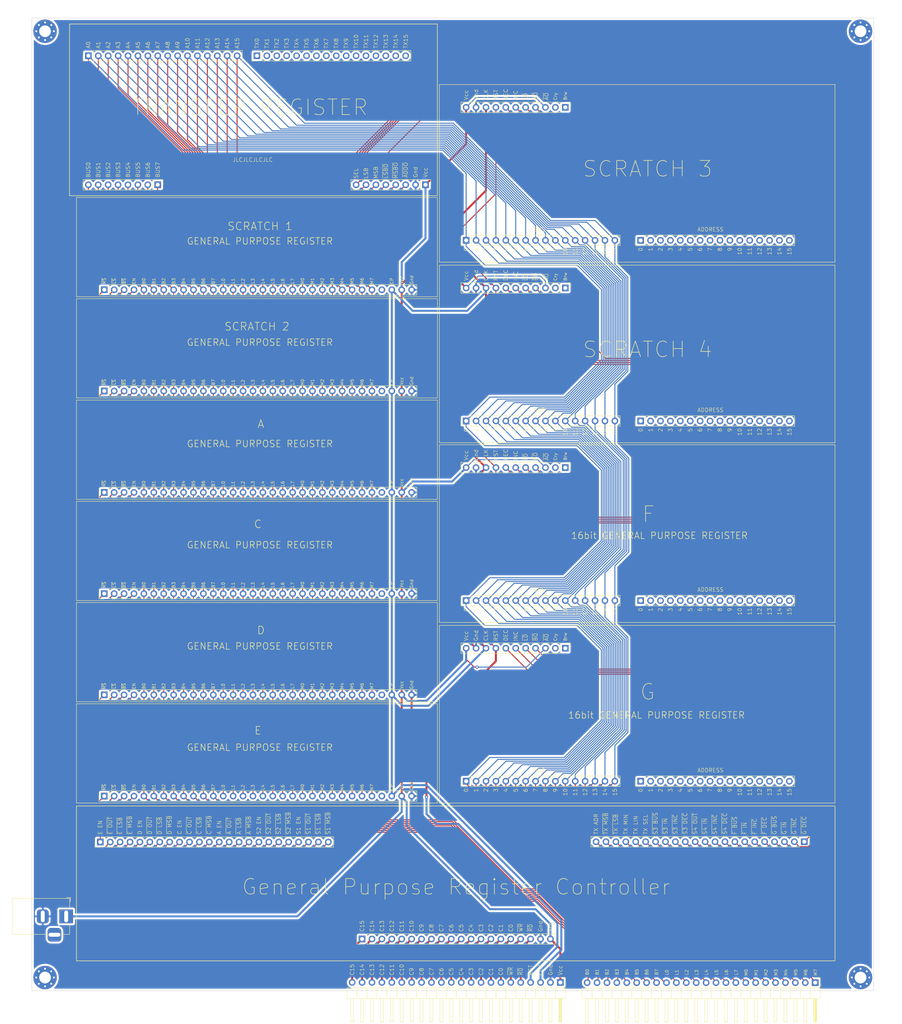
<source format=kicad_pcb>
(kicad_pcb (version 20211014) (generator pcbnew)
  (layers (0 "F.Cu" signal) (31 "B.Cu" signal) (34 "B.Paste" user) (35 "F.Paste" user) (36 "B.SilkS" user "B.Silkscreen") (37 "F.SilkS" user "F.Silkscreen") (38 "B.Mask" user) (39 "F.Mask" user) (44 "Edge.Cuts" user))
  (net 0 "")
  (net 1 "B0")
  (net 2 "B1")
  (net 3 "B2")
  (net 4 "B3")
  (net 5 "B4")
  (net 6 "B5")
  (net 7 "B6")
  (net 8 "B7")
  (net 9 "L0")
  (net 10 "L1")
  (net 11 "L2")
  (net 12 "L3")
  (net 13 "L4")
  (net 14 "L5")
  (net 15 "L6")
  (net 16 "L7")
  (net 17 "M0")
  (net 18 "M1")
  (net 19 "M2")
  (net 20 "M3")
  (net 21 "M4")
  (net 22 "M5")
  (net 23 "M6")
  (net 24 "M7")
  (net 25 "CLOCK")
  (net 26 "VCC")
  (net 27 "GND")
  (net 28 "~{MS_A}")
  (net 29 "~{LS_A}")
  (net 30 "~{BS_A}")
  (net 31 "EN_A")
  (net 33 "~{MS_C}")
  (net 34 "~{LS_C}")
  (net 35 "~{BS_C}")
  (net 36 "EN_C")
  (net 38 "~{MS_D}")
  (net 39 "~{LS_D}")
  (net 40 "~{BS_D}")
  (net 41 "EN_D")
  (net 43 "~{MS_E}")
  (net 44 "~{LS_E}")
  (net 45 "~{BS_E}")
  (net 46 "EN_E")
  (net 48 "~{MS_S1}")
  (net 49 "~{LS_S1}")
  (net 50 "~{BS_S1}")
  (net 51 "EN_S1")
  (net 53 "~{MS_S2}")
  (net 54 "~{LS_S2}")
  (net 55 "~{BS_S2}")
  (net 56 "EN_S2")
  (net 58 "~{BO_S3}")
  (net 59 "~{LD_S3}")
  (net 60 "RESET")
  (net 61 "SCRATCH3_0")
  (net 62 "SCRATCH3_1")
  (net 63 "SCRATCH3_2")
  (net 64 "SCRATCH3_3")
  (net 65 "SCRATCH3_4")
  (net 66 "SCRATCH3_5")
  (net 67 "SCRATCH3_6")
  (net 68 "SCRATCH3_7")
  (net 69 "SCRATCH3_8")
  (net 70 "SCRATCH3_9")
  (net 71 "SCRATCH3_10")
  (net 72 "SCRATCH3_11")
  (net 73 "SCRATCH3_12")
  (net 74 "SCRATCH3_13")
  (net 75 "SCRATCH3_14")
  (net 76 "SCRATCH3_15")
  (net 77 "SCRATCH4_0")
  (net 78 "SCRATCH4_1")
  (net 79 "SCRATCH4_2")
  (net 80 "SCRATCH4_3")
  (net 81 "SCRATCH4_4")
  (net 82 "SCRATCH4_5")
  (net 83 "SCRATCH4_6")
  (net 84 "SCRATCH4_7")
  (net 85 "SCRATCH4_8")
  (net 86 "SCRATCH4_9")
  (net 87 "SCRATCH4_10")
  (net 88 "SCRATCH4_11")
  (net 89 "SCRATCH4_12")
  (net 90 "SCRATCH4_13")
  (net 91 "SCRATCH4_14")
  (net 92 "SCRATCH4_15")
  (net 93 "~{BO_S4}")
  (net 94 "~{LD_S4}")
  (net 95 "F0")
  (net 96 "F1")
  (net 97 "F2")
  (net 98 "F3")
  (net 99 "F4")
  (net 100 "F5")
  (net 101 "F6")
  (net 102 "F7")
  (net 103 "F8")
  (net 104 "F9")
  (net 105 "F10")
  (net 106 "F11")
  (net 107 "F12")
  (net 108 "F13")
  (net 109 "F14")
  (net 110 "F15")
  (net 111 "~{BO_F}")
  (net 112 "~{LD_F}")
  (net 113 "G0")
  (net 114 "G1")
  (net 115 "G2")
  (net 116 "G3")
  (net 117 "G4")
  (net 118 "G5")
  (net 119 "G6")
  (net 120 "G7")
  (net 121 "G8")
  (net 122 "G9")
  (net 123 "G10")
  (net 124 "G11")
  (net 125 "G12")
  (net 126 "G13")
  (net 127 "G14")
  (net 128 "G15")
  (net 129 "~{BO_G}")
  (net 130 "~{LD_G}")
  (net 131 "TX0")
  (net 132 "TX1")
  (net 133 "TX2")
  (net 134 "TX3")
  (net 135 "TX4")
  (net 136 "TX5")
  (net 137 "TX6")
  (net 138 "TX7")
  (net 139 "TX8")
  (net 140 "TX9")
  (net 141 "TX10")
  (net 142 "TX11")
  (net 143 "TX12")
  (net 144 "TX13")
  (net 145 "TX14")
  (net 146 "TX15")
  (net 147 "~{TX_ASSERT_ADDRESS}")
  (net 148 "~{TX_ASSERT_MSB_MAIN}")
  (net 149 "~{TX_ASSERT_LSB_MAIN}")
  (net 150 "TX_LATCH_MSB")
  (net 151 "TX_LATCH_LSB")
  (net 152 "TX_BUS_SELECT")
  (net 153 "~{INC_S3}")
  (net 154 "~{DEC_S3}")
  (net 155 "~{INC_S4}")
  (net 156 "~{DEC_S4}")
  (net 157 "~{INC_F}")
  (net 158 "~{DEC_F}")
  (net 159 "~{INC_G}")
  (net 160 "~{DEC_G}")
  (net 169 "C15")
  (net 170 "C14")
  (net 171 "C13")
  (net 172 "C12")
  (net 173 "C11")
  (net 174 "C10")
  (net 175 "C9")
  (net 176 "C8")
  (net 177 "C7")
  (net 178 "C6")
  (net 179 "C5")
  (net 180 "C4")
  (net 181 "C3")
  (net 182 "C2")
  (net 183 "C1")
  (net 184 "C0")
  (net 185 "~{WR}")
  (net 186 "~{RD}")
  (footprint "Connector_PinHeader_2.54mm:PinHeader_1x16_P2.54mm_Vertical" (layer "F.Cu") (at 233.675 126.746 90)
    (fp_text reference "J14" hide)
    (fp_text value "Conn_01x16")
  )
  (footprint "Connector_PinHeader_2.54mm:PinHeader_1x32_P2.54mm_Vertical" (layer "F.Cu") (at 96.261 145.034 90)
    (fp_text reference "J3" hide)
    (fp_text value "Conn_01x32")
  )
  (footprint "Connector_PinHeader_2.54mm:PinHeader_1x08_P2.54mm_Vertical" (layer "F.Cu") (at 178.557 66.294 -90)
    (fp_text reference "J25" hide)
    (fp_text value "Conn_01x08")
  )
  (footprint "Connector_PinHeader_2.54mm:PinHeader_1x32_P2.54mm_Vertical" (layer "F.Cu") (at 96.265 93.17 90)
    (fp_text reference "J8" hide)
    (fp_text value "Conn_01x32")
  )
  (footprint "Connector_PinHeader_2.54mm:PinHeader_1x22_P2.54mm_Horizontal" (layer "F.Cu") (at 213.111 270.453 -90)
    (fp_text reference "J1" hide)
    (fp_text value "Conn_01x22")
  )
  (footprint "Connector_PinHeader_2.54mm:PinHeader_1x22_P2.54mm_Vertical" (layer "F.Cu") (at 275.59 234.442 -90)
    (fp_text reference "J28" hide)
    (fp_text value "Conn_01x22")
  )
  (footprint "Connector_PinHeader_2.54mm:PinHeader_1x32_P2.54mm_Vertical" (layer "F.Cu") (at 96.261 196.85 90)
    (fp_text reference "J6" hide)
    (fp_text value "Conn_01x32")
  )
  (footprint "Connector_PinHeader_2.54mm:PinHeader_1x16_P2.54mm_Vertical" (layer "F.Cu") (at 233.675 218.948 90)
    (fp_text reference "J19" hide)
    (fp_text value "Conn_01x16")
  )
  (footprint "Connector_PinHeader_2.54mm:PinHeader_1x16_P2.54mm_Vertical" (layer "F.Cu") (at 188.971 80.518 90)
    (fp_text reference "J11" hide)
    (fp_text value "Conn_01x16")
  )
  (footprint "MountingHole:MountingHole_3mm_Pad_Via" (layer "F.Cu") (at 81.1 269.2)
    (fp_text reference "REF**" hide)
    (fp_text value "MountingHole_3mm_Pad_Via")
  )
  (footprint "Connector_PinHeader_2.54mm:PinHeader_1x11_P2.54mm_Vertical" (layer "F.Cu") (at 214.371 184.912 -90)
    (fp_text reference "J21" hide)
    (fp_text value "Conn_01x11")
  )
  (footprint "Connector_PinHeader_2.54mm:PinHeader_1x11_P2.54mm_Vertical" (layer "F.Cu") (at 214.371 92.71 -90)
    (fp_text reference "J15" hide)
    (fp_text value "Conn_01x11")
  )
  (footprint "Connector_PinHeader_2.54mm:PinHeader_1x32_P2.54mm_Vertical" (layer "F.Cu") (at 96.261 222.758 90)
    (fp_text reference "J7" hide)
    (fp_text value "Conn_01x32")
  )
  (footprint "MountingHole:MountingHole_3mm_Pad_Via" (layer "F.Cu") (at 290 269.2)
    (fp_text reference "REF**" hide)
    (fp_text value "MountingHole_3mm_Pad_Via")
  )
  (footprint "MountingHole:MountingHole_3mm_Pad_Via" (layer "F.Cu") (at 290 27)
    (fp_text reference "REF**" hide)
    (fp_text value "MountingHole_3mm_Pad_Via")
  )
  (footprint "Connector_PinHeader_2.54mm:PinHeader_1x08_P2.54mm_Vertical" (layer "F.Cu") (at 109.962 66.294 -90)
    (fp_text reference "J22" hide)
    (fp_text value "Conn_01x08")
  )
  (footprint "Connector_PinHeader_2.54mm:PinHeader_1x24_P2.54mm_Vertical" (layer "F.Cu") (at 95.245 234.515 90)
    (fp_text reference "J29" hide)
    (fp_text value "Conn_01x24")
  )
  (footprint "Connector_PinHeader_2.54mm:PinHeader_1x16_P2.54mm_Vertical" (layer "F.Cu") (at 188.971 172.72 90)
    (fp_text reference "J17" hide)
    (fp_text value "Conn_01x16")
  )
  (footprint "Connector_PinHeader_2.54mm:PinHeader_1x16_P2.54mm_Vertical" (layer "F.Cu") (at 188.971 126.746 90)
    (fp_text reference "J13" hide)
    (fp_text value "Conn_01x16")
  )
  (footprint "MountingHole:MountingHole_3mm_Pad_Via" (layer "F.Cu") (at 81.1 27)
    (fp_text reference "REF**" hide)
    (fp_text value "MountingHole_3mm_Pad_Via")
  )
  (footprint "Connector_PinHeader_2.54mm:PinHeader_1x32_P2.54mm_Vertical" (layer "F.Cu") (at 96.265 119.078 90)
    (fp_text reference "J9" hide)
    (fp_text value "Conn_01x32")
  )
  (footprint "Connector_PinHeader_2.54mm:PinHeader_1x16_P2.54mm_Vertical" (layer "F.Cu") (at 92.197 33.274 90)
    (fp_text reference "J24" hide)
    (fp_text value "Conn_01x16")
  )
  (footprint "Connector_PinHeader_2.54mm:PinHeader_1x32_P2.54mm_Vertical" (layer "F.Cu") (at 96.261 170.942 90)
    (fp_text reference "J5" hide)
    (fp_text value "Conn_01x32")
  )
  (footprint "Connector_PinHeader_2.54mm:PinHeader_1x20_P2.54mm_Vertical" (layer "F.Cu") (at 162.306 259.334 90)
    (fp_text reference "J2" hide)
    (fp_text value "Conn_01x20")
  )
  (footprint "Connector_PinHeader_2.54mm:PinHeader_1x16_P2.54mm_Vertical" (layer "F.Cu") (at 188.971 218.948 90)
    (fp_text reference "J20" hide)
    (fp_text value "Conn_01x16")
  )
  (footprint "Connector_PinHeader_2.54mm:PinHeader_1x11_P2.54mm_Vertical" (layer "F.Cu") (at 214.371 46.482 -90)
    (fp_text reference "J10" hide)
    (fp_text value "Conn_01x11")
  )
  (footprint "Connector_PinHeader_2.54mm:PinHeader_1x16_P2.54mm_Vertical" (layer "F.Cu") (at 233.675 172.72 90)
    (fp_text reference "J16" hide)
    (fp_text value "Conn_01x16")
  )
  (footprint "Connector_PinHeader_2.54mm:PinHeader_1x16_P2.54mm_Vertical" (layer "F.Cu") (at 135.377 33.274 90)
    (fp_text reference "J23" hide)
    (fp_text value "Conn_01x16")
  )
  (footprint "Connector_BarrelJack:BarrelJack_Horizontal" (layer "F.Cu") (at 86.513 253.5505)
    (fp_text reference "J31" hide)
    (fp_text value "Barrel_Jack_MountingPin")
  )
  (footprint "Connector_PinHeader_2.54mm:PinHeader_1x16_P2.54mm_Vertical" (layer "F.Cu") (at 233.675 80.518 90)
    (fp_text reference "J12" hide)
    (fp_text value "Conn_01x16")
  )
  (footprint "Connector_PinHeader_2.54mm:PinHeader_1x24_P2.54mm_Horizontal" (layer "F.Cu") (at 278.384 270.51 -90)
    (fp_text reference "J4" hide)
    (fp_text value "Conn_01x24")
  )
  (footprint "Connector_PinHeader_2.54mm:PinHeader_1x11_P2.54mm_Vertical" (layer "F.Cu") (at 214.371 138.684 -90)
    (fp_text reference "J18" hide)
    (fp_text value "Conn_01x11")
  )
  (gr_line (start 182.113 86.868) (end 283.459 86.868) (layer "F.SilkS") (width 0.12))
  (gr_line (start 98.187 219.82) (end 98.187 221.17) (layer "F.SilkS") (width 0.12))
  (gr_line (start 100.737 142.096) (end 100.737 143.446) (layer "F.SilkS") (width 0.12))
  (gr_line (start 89.149 147.32) (end 181.605 147.32) (layer "F.SilkS") (width 0.12))
  (gr_line (start 181.609 69.548) (end 181.609 94.948) (layer "F.SilkS") (width 0.12))
  (gr_line (start 181.351 25.146) (end 181.605 25.146) (layer "F.SilkS") (width 0.15))
  (gr_line (start 95.661 90.232) (end 95.661 91.582) (layer "F.SilkS") (width 0.12))
  (gr_line (start 283.459 224.536) (end 182.113 224.536) (layer "F.SilkS") (width 0.12))
  (gr_line (start 89.153 69.548) (end 181.609 69.548) (layer "F.SilkS") (width 0.12))
  (gr_line (start 98.191 116.14) (end 98.191 117.49) (layer "F.SilkS") (width 0.12))
  (gr_line (start 98.191 90.232) (end 98.191 91.582) (layer "F.SilkS") (width 0.12))
  (gr_line (start 89.149 173.228) (end 181.605 173.228) (layer "F.SilkS") (width 0.12))
  (gr_line (start 95.657 219.82) (end 95.657 221.17) (layer "F.SilkS") (width 0.12))
  (gr_line (start 182.113 86.106) (end 182.113 40.64) (layer "F.SilkS") (width 0.12))
  (gr_line (start 89.149 146.812) (end 89.149 121.412) (layer "F.SilkS") (width 0.12))
  (gr_line (start 182.113 40.64) (end 283.459 40.64) (layer "F.SilkS") (width 0.12))
  (gr_line (start 100.737 193.912) (end 100.737 195.262) (layer "F.SilkS") (width 0.12))
  (gr_line (start 181.605 172.72) (end 89.149 172.72) (layer "F.SilkS") (width 0.12))
  (gr_line (start 95.661 116.14) (end 95.661 117.49) (layer "F.SilkS") (width 0.12))
  (gr_line (start 181.609 95.456) (end 181.609 120.856) (layer "F.SilkS") (width 0.12))
  (gr_line (start 89.149 224.536) (end 89.149 199.136) (layer "F.SilkS") (width 0.12))
  (gr_line (start 283.459 86.868) (end 283.459 132.334) (layer "F.SilkS") (width 0.12))
  (gr_line (start 283.459 179.07) (end 283.459 224.536) (layer "F.SilkS") (width 0.12))
  (gr_line (start 89.149 121.412) (end 181.605 121.412) (layer "F.SilkS") (width 0.12))
  (gr_line (start 100.741 116.14) (end 100.741 117.49) (layer "F.SilkS") (width 0.12))
  (gr_line (start 181.609 120.856) (end 89.153 120.856) (layer "F.SilkS") (width 0.12))
  (gr_line (start 182.113 179.07) (end 283.459 179.07) (layer "F.SilkS") (width 0.12))
  (gr_line (start 182.113 132.842) (end 283.459 132.842) (layer "F.SilkS") (width 0.12))
  (gr_line (start 98.187 142.096) (end 98.187 143.446) (layer "F.SilkS") (width 0.12))
  (gr_line (start 89.153 120.856) (end 89.153 95.456) (layer "F.SilkS") (width 0.12))
  (gr_line (start 89.149 199.136) (end 181.605 199.136) (layer "F.SilkS") (width 0.12))
  (gr_line (start 283.459 86.106) (end 182.113 86.106) (layer "F.SilkS") (width 0.12))
  (gr_line (start 181.605 147.32) (end 181.605 172.72) (layer "F.SilkS") (width 0.12))
  (gr_line (start 181.605 69.088) (end 87.371 69.088) (layer "F.SilkS") (width 0.15))
  (gr_line (start 98.187 168.004) (end 98.187 169.354) (layer "F.SilkS") (width 0.12))
  (gr_line (start 181.609 94.948) (end 89.153 94.948) (layer "F.SilkS") (width 0.12))
  (gr_line (start 89.149 172.72) (end 89.149 147.32) (layer "F.SilkS") (width 0.12))
  (gr_line (start 100.737 168.004) (end 100.737 169.354) (layer "F.SilkS") (width 0.12))
  (gr_line (start 181.605 198.628) (end 89.149 198.628) (layer "F.SilkS") (width 0.12))
  (gr_line (start 95.657 193.912) (end 95.657 195.262) (layer "F.SilkS") (width 0.12))
  (gr_line (start 283.459 132.842) (end 283.459 178.308) (layer "F.SilkS") (width 0.12))
  (gr_line (start 181.605 25.146) (end 181.605 69.088) (layer "F.SilkS") (width 0.15))
  (gr_line (start 89.153 95.456) (end 181.609 95.456) (layer "F.SilkS") (width 0.12))
  (gr_line (start 95.657 142.096) (end 95.657 143.446) (layer "F.SilkS") (width 0.12))
  (gr_rect (start 89.149 225.298) (end 283.459 264.922) (layer "F.SilkS") (width 0.15) (fill none))
  (gr_line (start 87.371 69.088) (end 87.371 25.146) (layer "F.SilkS") (width 0.15))
  (gr_line (start 181.605 224.536) (end 89.149 224.536) (layer "F.SilkS") (width 0.12))
  (gr_line (start 100.737 219.82) (end 100.737 221.17) (layer "F.SilkS") (width 0.12))
  (gr_line (start 283.459 178.308) (end 182.113 178.308) (layer "F.SilkS") (width 0.12))
  (gr_line (start 181.605 146.812) (end 89.149 146.812) (layer "F.SilkS") (width 0.12))
  (gr_line (start 98.187 193.912) (end 98.187 195.262) (layer "F.SilkS") (width 0.12))
  (gr_line (start 182.113 178.308) (end 182.113 132.842) (layer "F.SilkS") (width 0.12))
  (gr_line (start 181.605 173.228) (end 181.605 198.628) (layer "F.SilkS") (width 0.12))
  (gr_line (start 283.459 132.334) (end 182.113 132.334) (layer "F.SilkS") (width 0.12))
  (gr_line (start 182.113 224.536) (end 182.113 179.07) (layer "F.SilkS") (width 0.12))
  (gr_line (start 89.149 198.628) (end 89.149 173.228) (layer "F.SilkS") (width 0.12))
  (gr_line (start 182.113 132.334) (end 182.113 86.868) (layer "F.SilkS") (width 0.12))
  (gr_line (start 181.605 121.412) (end 181.605 146.812) (layer "F.SilkS") (width 0.12))
  (gr_line (start 181.605 199.136) (end 181.605 224.536) (layer "F.SilkS") (width 0.12))
  (gr_line (start 87.371 25.146) (end 181.351 25.146) (layer "F.SilkS") (width 0.15))
  (gr_line (start 89.153 94.948) (end 89.153 69.548) (layer "F.SilkS") (width 0.12))
  (gr_line (start 95.657 168.004) (end 95.657 169.354) (layer "F.SilkS") (width 0.12))
  (gr_line (start 283.459 40.64) (end 283.459 86.106) (layer "F.SilkS") (width 0.12))
  (gr_line (start 100.741 90.232) (end 100.741 91.582) (layer "F.SilkS") (width 0.12))
  (gr_rect (start 77.719 272.542) (end 293.393 23.622) (layer "Edge.Cuts") (width 0.1) (fill none))
  (gr_text "DEC" (at 199.131 90.932 90) (layer "F.SilkS") (effects (font (size 1 1) (thickness 0.1)) (justify left)))
  (gr_text "A" (at 136.393 127.508) (layer "F.SilkS") (effects (font (size 2 2))))
  (gr_text "CLK" (at 194.051 183.134 90) (layer "F.SilkS") (effects (font (size 1 1) (thickness 0.1)) (justify left)))
  (gr_text "L4" (at 136.897 142.796 90) (layer "F.SilkS") (effects (font (size 0.8 0.8) (thickness 0.1))))
  (gr_text "9" (at 256.535 128.524 90) (layer "F.SilkS") (effects (font (size 1 1) (thickness 0.1)) (justify right)))
  (gr_text "Gnd" (at 174.997 220.18 90) (layer "F.SilkS") (effects (font (size 0.8 0.8) (thickness 0.1))))
  (gr_text "L5" (at 139.437 194.612 90) (layer "F.SilkS") (effects (font (size 0.8 0.8) (thickness 0.1))))
  (gr_text "1" (at 236.215 82.296 90) (layer "F.SilkS") (effects (font (size 1 1) (thickness 0.1)) (justify right)))
  (gr_text "2" (at 238.755 82.296 90) (layer "F.SilkS") (effects (font (size 1 1) (thickness 0.1)) (justify right)))
  (gr_text "ADDRESS" (at 248.153 123.952) (layer "F.SilkS") (effects (font (size 1 1) (thickness 0.1)) (justify left)))
  (gr_text "3" (at 196.591 128.524 90) (layer "F.SilkS") (effects (font (size 1 1) (thickness 0.1)) (justify right)))
  (gr_text "A10" (at 117.597 31.496 90) (layer "F.SilkS") (effects (font (size 1 1) (thickness 0.1)) (justify left)))
  (gr_text "BUS7" (at 109.977 64.516 90) (layer "F.SilkS") (effects (font (size 1 1) (thickness 0.1)) (justify left)))
  (gr_text "L0" (at 126.741 90.932 90) (layer "F.SilkS") (effects (font (size 0.8 0.8) (thickness 0.1))))
  (gr_text "L6" (at 141.977 142.796 90) (layer "F.SilkS") (effects (font (size 0.8 0.8) (thickness 0.1))))
  (gr_text "M6" (at 162.301 116.84 90) (layer "F.SilkS") (effects (font (size 0.8 0.8) (thickness 0.1))))
  (gr_text "Gnd" (at 191.511 90.932 90) (layer "F.SilkS") (effects (font (size 1 1) (thickness 0.1)) (justify left)))
  (gr_text "C10" (at 175.006 257.556 90) (layer "F.SilkS") (effects (font (size 1 1) (thickness 0.1)) (justify left)))
  (gr_text "INC" (at 201.671 136.906 90) (layer "F.SilkS") (effects (font (size 1 1) (thickness 0.1)) (justify left)))
  (gr_text "BUS" (at 209.291 169.926) (layer "F.SilkS") (effects (font (size 1 1) (thickness 0.1)) (justify right)))
  (gr_text "13" (at 221.991 174.498 90) (layer "F.SilkS") (effects (font (size 1 1) (thickness 0.1)) (justify right)))
  (gr_text "A1" (at 94.737 31.496 90) (layer "F.SilkS") (effects (font (size 1 1) (thickness 0.1)) (justify left)))
  (gr_text "15" (at 227.071 82.296 90) (layer "F.SilkS") (effects (font (size 1 1) (thickness 0.1)) (justify right)))
  (gr_text "4" (at 243.835 220.726 90) (layer "F.SilkS") (effects (font (size 1 1) (thickness 0.1)) (justify right)))
  (gr_text "M1" (at 149.601 116.84 90) (layer "F.SilkS") (effects (font (size 0.8 0.8) (thickness 0.1))))
  (gr_text "~{G DEC}" (at 275.585 232.664 90) (layer "F.SilkS") (effects (font (size 1 1) (thickness 0.1)) (justify left)))
  (gr_text "15" (at 271.775 174.498 90) (layer "F.SilkS") (effects (font (size 1 1) (thickness 0.1)) (justify right)))
  (gr_text "L5" (at 253.1 267.9 90) (layer "F.SilkS") (effects (font (size 0.8 0.8) (thickness 0.1))))
  (gr_text "BS" (at 101.341 90.932 90) (layer "F.SilkS") (effects (font (size 0.8 0.8) (thickness 0.1))))
  (gr_text "4" (at 199.131 220.726 90) (layer "F.SilkS") (effects (font (size 1 1) (thickness 0.1)) (justify right)))
  (gr_text "B5" (at 119.117 168.704 90) (layer "F.SilkS") (effects (font (size 0.8 0.8) (thickness 0.1))))
  (gr_text "Brw" (at 214.371 136.906 90) (layer "F.SilkS") (effects (font (size 0.8 0.8) (thickness 0.1)) (justify left)))
  (gr_text "EN" (at 103.881 90.932 90) (layer "F.SilkS") (effects (font (size 0.8 0.8) (thickness 0.1))))
  (gr_text "L4" (at 136.897 220.52 90) (layer "F.SilkS") (effects (font (size 0.8 0.8) (thickness 0.1))))
  (gr_text "1" (at 236.215 128.524 90) (layer "F.SilkS") (effects (font (size 1 1) (thickness 0.1)) (justify right)))
  (gr_text "L3" (at 134.357 142.796 90) (layer "F.SilkS") (effects (font (size 0.8 0.8) (thickness 0.1))))
  (gr_text "Brw" (at 214.371 44.704 90) (layer "F.SilkS") (effects (font (size 0.8 0.8) (thickness 0.1)) (justify left)))
  (gr_text "EN" (at 103.877 168.704 90) (layer "F.SilkS") (effects (font (size 0.8 0.8) (thickness 0.1))))
  (gr_text "LS" (at 98.797 194.612 90) (layer "F.SilkS") (effects (font (size 0.8 0.8) (thickness 0.1))))
  (gr_text "5" (at 201.671 82.296 90) (layer "F.SilkS") (effects (font (size 1 1) (thickness 0.1)) (justify right)))
  (gr_text "L6" (at 141.977 220.52 90) (layer "F.SilkS") (effects (font (size 0.8 0.8) (thickness 0.1))))
  (gr_text "INC" (at 201.671 44.704 90) (layer "F.SilkS") (effects (font (size 1 1) (thickness 0.1)) (justify left)))
  (gr_text "14" (at 224.531 174.498 90) (layer "F.SilkS") (effects (font (size 1 1) (thickness 0.1)) (justify right)))
  (gr_text "TX14" (at 170.937 31.496 90) (layer "F.SilkS") (effects (font (size 1 1) (thickness 0.1)) (justify left)))
  (gr_text "~{AO}" (at 209.545 90.932 90) (layer "F.SilkS") (effects (font (size 1 1) (thickness 0.1)) (justify left)))
  (gr_text "L4" (at 136.897 168.704 90) (layer "F.SilkS") (effects (font (size 0.8 0.8) (thickness 0.1))))
  (gr_text "13" (at 266.695 220.726 90) (layer "F.SilkS") (effects (font (size 1 1) (thickness 0.1)) (justify right)))
  (gr_text "Vcc" (at 172.457 220.2 90) (layer "F.SilkS") (effects (font (size 0.8 0.8) (thickness 0.1))))
  (gr_text "~{D LSB}" (at 110.485 232.664 90) (layer "F.SilkS") (effects (font (size 1 1) (thickness 0.1)) (justify left)))
  (gr_text "Brw" (at 214.371 183.134 90) (layer "F.SilkS") (effects (font (size 0.8 0.8) (thickness 0.1)) (justify left)))
  (gr_text "C EN" (at 115.565 232.664 90) (layer "F.SilkS") (effects (font (size 1 1) (thickness 0.1)) (justify left)))
  (gr_text "Gnd" (at 175.001 116.5 90) (layer "F.SilkS") (effects (font (size 0.8 0.8) (thickness 0.1))))
  (gr_text "DEC" (at 199.131 44.704 90) (layer "F.SilkS") (effects (font (size 1 1) (thickness 0.1)) (justify left)))
  (gr_text "L0" (at 126.737 168.704 90) (layer "F.SilkS") (effects (font (size 0.8 0.8) (thickness 0.1))))
  (gr_text "B6" (at 121.661 116.84 90) (layer "F.SilkS") (effects (font (size 0.8 0.8) (thickness 0.1))))
  (gr_text "B5" (at 119.121 116.84 90) (layer "F.SilkS") (effects (font (size 0.8 0.8) (thickness 0.1))))
  (gr_text "~{A OUT}" (at 128.265 232.664 90) (layer "F.SilkS") (effects (font (size 1 1) (thickness 0.1)) (justify left)))
  (gr_text "M4" (at 157.221 116.84 90) (layer "F.SilkS") (effects (font (size 0.8 0.8) (thickness 0.1))))
  (gr_text "GENERAL PURPOSE REGISTER" (at 136.139 132.588) (layer "F.SilkS") (effects (font (size 1.7 1.7))))
  (gr_text "L2" (at 131.817 194.612 90) (layer "F.SilkS") (effects (font (size 0.8 0.8) (thickness 0.1))))
  (gr_text "L1" (at 129.281 90.932 90) (layer "F.SilkS") (effects (font (size 0.8 0.8) (thickness 0.1))))
  (gr_text "M0" (at 147.061 90.932 90) (layer "F.SilkS") (effects (font (size 0.8 0.8) (thickness 0.1))))
  (gr_text "MS" (at 96.257 168.704 90) (layer "F.SilkS") (effects (font (size 0.8 0.8) (thickness 0.1))))
  (gr_text "L7" (at 144.517 220.52 90) (layer "F.SilkS") (effects (font (size 0.8 0.8) (thickness 0.1))))
  (gr_text "LS" (at 98.797 142.796 90) (layer "F.SilkS") (effects (font (size 0.8 0.8) (thickness 0.1))))
  (gr_text "~{S3 INC}" (at 242.565 232.664 90) (layer "F.SilkS") (effects (font (size 1 1) (thickness 0.1)) (justify left)))
  (gr_text "C1" (at 195.331 268.732 90) (layer "F.SilkS") (effects (font (size 1 1) (thickness 0.1)) (justify left)))
  (gr_text "L2" (at 131.821 90.932 90) (layer "F.SilkS") (effects (font (size 0.8 0.8) (thickness 0.1))))
  (gr_text "D" (at 136.393 180.34) (layer "F.SilkS") (effects (font (size 2 2))))
  (gr_text "14" (at 224.531 128.524 90) (layer "F.SilkS") (effects (font (size 1 1) (thickness 0.1)) (justify right)))
  (gr_text "B4" (at 230.16 267.8 90) (layer "F.SilkS") (effects (font (size 0.8 0.8) (thickness 0.1))))
  (gr_text "9" (at 211.831 128.524 90) (layer "F.SilkS") (effects (font (size 1 1) (thickness 0.1)) (justify right)))
  (gr_text "TX12" (at 165.857 31.496 90) (layer "F.SilkS") (effects (font (size 1 1) (thickness 0.1)) (justify left)))
  (gr_text "3" (at 241.295 174.498 90) (layer "F.SilkS") (effects (font (size 1 1) (thickness 0.1)) (justify right)))
  (gr_text "~{S3 IN}" (at 240.025 232.664 90) (layer "F.SilkS") (effects (font (size 1 1) (thickness 0.1)) (justify left)))
  (gr_text "C9" (at 177.546 257.556 90) (layer "F.SilkS") (effects (font (size 1 1) (thickness 0.1)) (justify left)))
  (gr_text "2" (at 238.755 174.498 90) (layer "F.SilkS") (effects (font (size 1 1) (thickness 0.1)) (justify right)))
  (gr_text "M3" (at 154.681 90.932 90) (layer "F.SilkS") (effects (font (size 0.8 0.8) (thickness 0.1))))
  (gr_text "3" (at 241.295 82.296 90) (layer "F.SilkS") (effects (font (size 1 1) (thickness 0.1)) (justify right)))
  (gr_text "A2" (at 97.277 31.496 90) (layer "F.SilkS") (effects (font (size 1 1) (thickness 0.1)) (justify left)))
  (gr_text "B3" (at 114.037 194.612 90) (layer "F.SilkS") (effects (font (size 0.8 0.8) (thickness 0.1))))
  (gr_text "1" (at 236.215 220.726 90) (layer "F.SilkS") (effects (font (size 1 1) (thickness 0.1)) (justify right)))
  (gr_text "M2" (at 152.141 90.932 90) (layer "F.SilkS") (effects (font (size 0.8 0.8) (thickness 0.1))))
  (gr_text "~{WR}" (at 202.946 257.556 90) (layer "F.SilkS") (effects (font (size 1 1) (thickness 0.1)) (justify left)))
  (gr_text "TX1" (at 137.917 31.496 90) (layer "F.SilkS") (effects (font (size 1 1) (thickness 0.1)) (justify left)))
  (gr_text "Gnd" (at 191.511 183.134 90) (layer "F.SilkS") (effects (font (size 1 1) (thickness 0.1)) (justify left)))
  (gr_text "B2" (at 111.497 220.52 90) (layer "F.SilkS") (effects (font (size 0.8 0.8) (thickness 0.1))))
  (gr_text "M5" (at 159.757 168.704 90) (layer "F.SilkS") (effects (font (size 0.8 0.8) (thickness 0.1))))
  (gr_text "C4" (at 190.246 257.556 90) (layer "F.SilkS") (effects (font (size 1 1) (thickness 0.1)) (justify left)))
  (gr_text "A6" (at 107.437 31.496 90) (layer "F.SilkS") (effects (font (size 1 1) (thickness 0.1)) (justify left)))
  (gr_text "C13" (at 167.386 257.556 90) (layer "F.SilkS") (effects (font (size 1 1) (thickness 0.1)) (justify left)))
  (gr_text "L1" (at 129.277 194.612 90) (layer "F.SilkS") (effects (font (size 0.8 0.8) (thickness 0.1))))
  (gr_text "4" (at 199.131 128.524 90) (layer "F.SilkS") (effects (font (size 1 1) (thickness 0.1)) (justify right)))
  (gr_text "CP" (at 169.917 220.52 90) (layer "F.SilkS") (effects (font (size 0.8 0.8) (thickness 0.1))))
  (gr_text "C15" (at 159.771 268.732 90) (layer "F.SilkS") (effects (font (size 1 1) (thickness 0.1)) (justify left)))
  (gr_text "~{S2 LSB}" (at 140.965 232.664 90) (layer "F.SilkS") (effects (font (size 1 1) (thickness 0.1)) (justify left)))
  (gr_text "13" (at 221.991 82.296 90) (layer "F.SilkS") (effects (font (size 1 1) (thickness 0.1)) (justify right)))
  (gr_text "L4" (at 250.56 267.9 90) (layer "F.SilkS") (effects (font (size 0.8 0.8) (thickness 0.1))))
  (gr_text "B1" (at 222.54 267.8 90) (layer "F.SilkS") (effects (font (size 0.8 0.8) (thickness 0.1))))
  (gr_text "5" (at 246.375 82.296 90) (layer "F.SilkS") (effects (font (size 1 1) (thickness 0.1)) (justify right)))
  (gr_text "L2" (at 131.817 220.52 90) (layer "F.SilkS") (effects (font (size 0.8 0.8) (thickness 0.1))))
  (gr_text "10" (at 214.371 220.726 90) (layer "F.SilkS") (effects (font (size 1 1) (thickness 0.1)) (justify right)))
  (gr_text "Cry" (at 211.831 90.932 90) (layer "F.SilkS") (effects (font (size 0.8 0.8) (thickness 0.1)) (justify left)))
  (gr_text "M0" (at 147.057 142.796 90) (layer "F.SilkS") (effects (font (size 0.8 0.8) (thickness 0.1))))
  (gr_text "14" (at 269.235 82.296 90) (layer "F.SilkS") (effects (font (size 1 1) (thickness 0.1)) (justify right)))
  (gr_text "12" (at 264.155 128.524 90) (layer "F.SilkS") (effects (font (size 1 1) (thickness 0.1)) (justify right)))
  (gr_text "15" (at 271.775 128.524 90) (layer "F.SilkS") (effects (font (size 1 1) (thickness 0.1)) (justify right)))
  (gr_text "~{E LSB}" (at 100.325 232.664 90) (layer "F.SilkS") (effects (font (size 1 1) (thickness 0.1)) (justify left)))
  (gr_text "B4" (at 116.577 142.796 90) (layer "F.SilkS") (effects (font (size 0.8 0.8) (thickness 0.1))))
  (gr_text "GENERAL PURPOSE REGISTER" (at 136.139 158.496) (layer "F.SilkS") (effects (font (size 1.7 1.7))))
  (gr_text "M4" (at 270.88 267.9 90) (layer "F.SilkS") (effects (font (size 0.8 0.8) (thickness 0.1))))
  (gr_text "L4" (at 136.897 194.612 90) (layer "F.SilkS") (effects (font (size 0.8 0.8) (thickness 0.1))))
  (gr_text "M4" (at 157.217 142.796 90) (layer "F.SilkS") (effects (font (size 0.8 0.8) (thickness 0.1))))
  (gr_text "EN" (at 103.881 116.84 90) (layer "F.SilkS") (effects (font (size 0.8 0.8) (thickness 0.1))))
  (gr_text "Vcc" (at 188.971 44.704 90) (layer "F.SilkS") (effects (font (size 1 1) (thickness 0.1)) (justify left)))
  (gr_text "Gnd" (at 175.001 90.592 90) (layer "F.SilkS") (effects (font (size 0.8 0.8) (thickness 0.1))))
  (gr_text "C" (at 135.631 153.162) (layer "F.SilkS") (effects (font (size 2 2))))
  (gr_text "Gnd" (at 174.997 168.364 90) (layer "F.SilkS") (effects (font (size 0.8 0.8) (thickness 0.1))))
  (gr_text "10" (at 214.371 82.296 90) (layer "F.SilkS") (effects (font (size 1 1) (thickness 0.1)) (justify right)))
  (gr_text "1" (at 191.511 174.498 90) (layer "F.SilkS") (effects (font (size 1 1) (thickness 0.1)) (justify right)))
  (gr_text "B7" (at 124.197 194.612 90) (layer "F.SilkS") (effects (font (size 0.8 0.8) (thickness 0.1))))
  (gr_text "12" (at 219.451 220.726 90) (layer "F.SilkS") (effects (font (size 1 1) (thickness 0.1)) (justify right)))
  (gr_text "EN" (at 103.877 142.796 90) (layer "F.SilkS") (effects (font (size 0.8 0.8) (thickness 0.1))))
  (gr_text "MS" (at 96.261 116.84 90) (layer "F.SilkS") (effects (font (size 0.8 0.8) (thickness 0.1))))
  (gr_text "~{G INC}" (at 273.045 232.664 90) (layer "F.SilkS") (effects (font (size 1 1) (thickness 0.1)) (justify left)))
  (gr_text "6" (at 204.211 174.498 90) (layer "F.SilkS") (effects (font (size 1 1) (thickness 0.1)) (justify right)))
  (gr_text "M6" (at 275.96 267.9 90) (layer "F.SilkS") (effects (font (size 0.8 0.8) (thickness 0.1))))
  (gr_text "M2" (at 265.8 267.9 90) (layer "F.SilkS") (effects (font (size 0.8 0.8) (thickness 0.1))))
  (gr_text "L1" (at 129.277 142.796 90) (layer "F.SilkS") (effects (font (size 0.8 0.8) (thickness 0.1))))
  (gr_text "CLK" (at 208.031 268.732 90) (layer "F.SilkS") (effects (font (size 1 1) (thickness 0.1)) (justify left)))
  (gr_text "C5" (at 185.171 268.732 90) (layer "F.SilkS") (effects (font (size 1 1) (thickness 0.1)) (justify left)))
  (gr_text "CLK" (at 194.051 90.932 90) (layer "F.SilkS") (effects (font (size 1 1) (thickness 0.1)) (justify left)))
  (gr_text "SEL" (at 160.777 64.77 90) (layer "F.SilkS") (effects (font (size 1 1) (thickness 0.1)) (justify left)))
  (gr_text "10" (at 214.371 174.498 90) (layer "F.SilkS") (effects (font (size 1 1) (thickness 0.1)) (justify right)))
  (gr_text "L5" (at 139.437 220.52 90) (layer "F.SilkS") (effects (font (size 0.8 0.8) (thickness 0.1))))
  (gr_text "B7" (at 124.197 168.704 90) (layer "F.SilkS") (effects (font (size 0.8 0.8) (thickness 0.1))))
  (gr_text "15" (at 271.775 82.296 90) (layer "F.SilkS") (effects (font (size 1 1) (thickness 0.1)) (justify right)))
  (gr_text "13" (at 221.991 220.726 90) (layer "F.SilkS") (effects (font (size 1 1) (thickness 0.1)) (justify right)))
  (gr_text "M6" (at 162.297 142.796 90) (layer "F.SilkS") (effects (font (size 0.8 0.8) (thickness 0.1))))
  (gr_text "C6" (at 185.166 257.556 90) (layer "F.SilkS") (effects (font (size 1 1) (thickness 0.1)) (justify left)))
  (gr_text "B7" (at 124.197 220.52 90) (layer "F.SilkS") (effects (font (size 0.8 0.8) (thickness 0.1))))
  (gr_text "B1" (at 108.957 220.52 90) (layer "F.SilkS") (effects (font (size 0.8 0.8) (thickness 0.1))))
  (gr_text "2" (at 194.051 128.524 90) (layer "F.SilkS") (effects (font (size 1 1) (thickness 0.1)) (justify right)))
  (gr_text "B3" (at 114.037 168.704 90) (layer "F.SilkS") (effects (font (size 0.8 0.8) (thickness 0.1))))
  (gr_text "~{F DEC}" (at 265.425 232.664 90) (layer "F.SilkS") (effects (font (size 1 1) (thickness 0.1)) (justify left)))
  (gr_text "L7" (at 258.18 267.9 90) (layer "F.SilkS") (effects (font (size 0.8 0.8) (thickness 0.1))))
  (gr_text "12" (at 219.451 128.524 90) (layer "F.SilkS") (effects (font (size 1 1) (thickness 0.1)) (justify right)))
  (gr_text "A3" (at 99.817 31.496 90) (layer "F.SilkS") (effects (font (size 1 1) (thickness 0.1)) (justify left)))
  (gr_text "L3" (at 134.357 168.704 90) (layer "F.SilkS") (effects (font (size 0.8 0.8) (thickness 0.1))))
  (gr_text "EN" (at 103.877 194.612 90) (layer "F.SilkS") (effects (font (size 0.8 0.8) (thickness 0.1))))
  (gr_text "M1" (at 149.597 142.796 90) (layer "F.SilkS") (effects (font (size 0.8 0.8) (thickness 0.1))))
  (gr_text "L1" (at 129.277 168.704 90) (layer "F.SilkS") (effects (font (size 0.8 0.8) (thickness 0.1))))
  (gr_text "M5" (at 159.761 90.932 90) (layer "F.SilkS") (effects (font (size 0.8 0.8) (thickness 0.1))))
  (gr_text "M6" (at 162.297 168.704 90) (layer "F.SilkS") (effects (font (size 0.8 0.8) (thickness 0.1))))
  (gr_text "L7" (at 144.517 142.796 90) (layer "F.SilkS") (effects (font (size 0.8 0.8) (thickness 0.1))))
  (gr_text "11" (at 216.911 82.296 90) (layer "F.SilkS") (effects (font (size 1 1) (thickness 0.1)) (justify right)))
  (gr_text "C4" (at 187.711 268.732 90) (layer "F.SilkS") (effects (font (size 1 1) (thickness 0.1)) (justify left)))
  (gr_text "M5" (at 159.757 220.52 90) (layer "F.SilkS") (effects (font (size 0.8 0.8) (thickness 0.1))))
  (gr_text "L6" (at 141.977 194.612 90) (layer "F.SilkS") (effects (font (size 0.8 0.8) (thickness 0.1))))
  (gr_text "M3" (at 154.681 116.84 90) (layer "F.SilkS") (effects (font (size 0.8 0.8) (thickness 0.1))))
  (gr_text "M3" (at 154.677 142.796 90) (layer "F.SilkS") (effects (font (size 0.8 0.8) (thickness 0.1))))
  (gr_text "7" (at 206.751 174.498 90) (layer "F.SilkS") (effects (font (size 1 1) (thickness 0.1)) (justify right)))
  (gr_text "B7" (at 124.201 116.84 90) (layer "F.SilkS") (effects (font (size 0.8 0.8) (thickness 0.1))))
  (gr_text "B5" (at 119.117 194.612 90) (layer "F.SilkS") (effects (font (size 0.8 0.8) (thickness 0.1))))
  (gr_text "4" (at 199.131 174.498 90) (layer "F.SilkS") (effects (font (size 1 1) (thickness 0.1)) (justify right)))
  (gr_text "M7" (at 164.841 90.932 90) (layer "F.SilkS") (effects (font (size 0.8 0.8) (thickness 0.1))))
  (gr_text "C7" (at 182.626 257.556 90) (layer "F.SilkS") (effects (font (size 1 1) (thickness 0.1)) (justify left)))
  (gr_text "L3" (at 134.361 90.932 90) (layer "F.SilkS") (effects (font (size 0.8 0.8) (thickness 0.1))))
  (gr_text "SCRATCH 3" (at 235.453 62.23) (layer "F.SilkS") (effects (font (size 4 4))))
  (gr_text "8" (at 209.291 174.498 90) (layer "F.SilkS") (effects (font (size 1 1) (thickness 0.1)) (justify right)))
  (gr_text "C10" (at 172.471 268.732 90) (layer "F.SilkS") (effects (font (size 1 1) (thickness 0.1)) (justify left)))
  (gr_text "TX5" (at 148.077 31.496 90) (layer "F.SilkS") (effects (font (size 1 1) (thickness 0.1)) (justify left)))
  (gr_text "L0" (at 240.4 267.9 90) (layer "F.SilkS") (effects (font (size 0.8 0.8) (thickness 0.1))))
  (gr_text "A5" (at 104.897 31.496 90) (layer "F.SilkS") (effects (font (size 1 1) (thickness 0.1)) (justify left)))
  (gr_text "M5" (at 159.757 194.612 90) (layer "F.SilkS") (effects (font (size 0.8 0.8) (thickness 0.1))))
  (gr_text "LS" (at 98.797 220.52 90) (layer "F.SilkS") (effects (font (size 0.8 0.8) (thickness 0.1))))
  (gr_text "M4" (at 157.217 220.52 90) (layer "F.SilkS") (effects (font (size 0.8 0.8) (thickness 0.1))))
  (gr_text "M0" (at 260.72 267.9 90) (layer "F.SilkS") (effects (font (size 0.8 0.8) (thickness 0.1))))
  (gr_text "Gnd" (at 210.571 268.732 90) (layer "F.SilkS") (effects (font (size 1 1) (thickness 0.1)) (justify left)))
  (gr_text "TX9" (at 158.237 31.496 90) (layer "F.SilkS") (effects (font (size 1 1) (thickness 0.1)) (justify left)))
  (gr_text "B1" (at 108.957 168.704 90) (layer "F.SilkS") (effects (font (size 0.8 0.8) (thickness 0.1))))
  (gr_text "Gnd" (at 176.017 64.516 90) (layer "F.SilkS") (effects (font (size 1 1) (thickness 0.1)) (justify left)))
  (gr_text "C3" (at 190.251 268.732 90) (layer "F.SilkS") (effects (font (size 1 1) (thickness 0.1)) (justify left)))
  (gr_text "12" (at 219.451 82.296 90) (layer "F.SilkS") (effects (font (size 1 1) (thickness 0.1)) (justify right)))
  (gr_text "Vcc" (at 172.461 90.612 90) (layer "F.SilkS") (effects (font (size 0.8 0.8) (thickness 0.1))))
  (gr_text "11" (at 216.911 174.498 90) (layer "F.SilkS") (effects (font (size 1 1) (thickness 0.1)) (justify right)))
  (gr_text "15" (at 271.775 220.726 90) (layer "F.SilkS") (effects (font (size 1 1) (thickness 0.1)) (justify right)))
  (gr_text "M7" (at 164.837 220.52 90) (layer "F.SilkS") (effects (font (size 0.8 0.8) (thickness 0.1))))
  (gr_text "1" (at 191.511 82.296 90) (layer "F.SilkS") (effects (font (size 1 1) (thickness 0.1)) (justify right)))
  (gr_text "13" (at 266.695 82.296 90) (layer "F.SilkS") (effects (font (size 1 1) (thickness 0.1)) (justify right)))
  (gr_text "C8" (at 180.086 257.556 90) (layer "F.SilkS") (effects (font (size 1 1) (thickness 0.1)) (justify left)))
  (gr_text "B1" (at 108.961 116.84 90) (layer "F.SilkS") (effects (font (size 0.8 0.8) (thickness 0.1))))
  (gr_text "LS" (at 98.801 116.84 90) (layer "F.SilkS") (effects (font (size 0.8 0.8) (thickness 0.1))))
  (gr_text "D EN" (at 105.405 232.664 90) (layer "F.SilkS") (effects (font (size 1 1) (thickness 0.1)) (justify left)))
  (gr_text "M0" (at 147.061 116.84 90) (layer "F.SilkS") (effects (font (size 0.8 0.8) (thickness 0.1))))
  (gr_text "L5" (at 139.441 116.84 90) (layer "F.SilkS") (effects (font (size 0.8 0.8) (thickness 0.1))))
  (gr_text "M7" (at 164.837 168.704 90) (layer "F.SilkS") (effects (font (size 0.8 0.8) (thickness 0.1))))
  (gr_text "13" (at 221.991 128.524 90) (layer "F.SilkS") (effects (font (size 1 1) (thickness 0.1)) (justify right)))
  (gr_text "B3" (at 114.041 90.932 90) (layer "F.SilkS") (effects (font (size 0.8 0.8) (thickness 0.1))))
  (gr_text "B0" (at 106.421 116.84 90) (layer "F.SilkS") (effects (font (size 0.8 0.8) (thickness 0.1))))
  (gr_text "6" (at 248.915 220.726 90) (layer "F.SilkS") (effects (font (size 1 1) (thickness 0.1)) (justify right)))
  (gr_text "~{C MSB}" (at 123.185 232.664 90) (layer "F.SilkS") (effects (font (size 1 1) (thickness 0.1)) (justify left)))
  (gr_text "A13" (at 125.217 31.496 90) (layer "F.SilkS") (effects (font (size 1 1) (thickness 0.1)) (justify left)))
  (gr_text "B2" (at 111.501 90.932 90) (layer "F.SilkS") (effects (font (size 0.8 0.8) (thickness 0.1))))
  (gr_text "B5" (at 119.121 90.932 90) (layer "F.SilkS") (effects (font (size 0.8 0.8) (thickness 0.1))))
  (gr_text "13" (at 266.695 174.498 90) (layer "F.SilkS") (effects (font (size 1 1) (thickness 0.1)) (justify right)))
  (gr_text "M2" (at 152.137 168.704 90) (layer "F.SilkS") (effects (font (size 0.8 0.8) (thickness 0.1))))
  (gr_text "CLK" (at 194.051 136.906 90) (layer "F.SilkS") (effects (font (size 1 1) (thickness 0.1)) (justify left)))
  (gr_text "~{BO}" (at 206.751 90.932 90) (layer "F.SilkS") (effects (font (size 1 1) (thickness 0.1)) (justify left)))
  (gr_text "M6" (at 162.297 194.612 90) (layer "F.SilkS") (effects (font (size 0.8 0.8) (thickness 0.1))))
  (gr_text "~{C LSB}" (at 120.645 232.664 90) (layer "F.SilkS") (effects (font (size 1 1) (thickness 0.1)) (justify left)))
  (gr_text "B6" (at 121.657 194.612 90) (layer "F.SilkS") (effects (font (size 0.8 0.8) (thickness 0.1))))
  (gr_text "B2" (at 111.497 142.796 90) (layer "F.SilkS") (effects (font (size 0.8 0.8) (thickness 0.1))))
  (gr_text "M2" (at 152.137 194.612 90) (layer "F.SilkS") (effects (font (size 0.8 0.8) (thickness 0.1))))
  (gr_text "Gnd" (at 191.511 136.906 90) (layer "F.SilkS") (effects (font (size 1 1) (thickness 0.1)) (justify left)))
  (gr_text "B6" (at 235.24 267.8 90) (layer "F.SilkS") (effects (font (size 0.8 0.8) (thickness 0.1))))
  (gr_text "MS" (at 96.257 142.796 90) (layer "F.SilkS") (effects (font (size 0.8 0.8) (thickness 0.1))))
  (gr_text "2" (at 238.755 220.726 90) (layer "F.SilkS") (effects (font (size 1 1) (thickness 0.1)) (justify right)))
  (gr_text "Vcc" (at 172.457 194.292 90) (layer "F.SilkS") (effects (font (size 0.8 0.8) (thickness 0.1))))
  (gr_text "M7" (at 278.5 267.9 90) (layer "F.SilkS") (effects (font (size 0.8 0.8) (thickness 0.1))))
  (gr_text "L6" (at 141.977 168.704 90) (layer "F.SilkS") (effects (font (size 0.8 0.8) (thickness 0.1))))
  (gr_text "B5" (at 232.7 267.8 90) (layer "F.SilkS") (effects (font (size 0.8 0.8) (thickness 0.1))))
  (gr_text "L2" (at 131.821 116.84 90) (layer "F.SilkS") (effects (font (size 0.8 0.8) (thickness 0.1))))
  (gr_text "L5" (at 139.437 142.796 90) (layer "F.SilkS") (effects (font (size 0.8 0.8) (thickness 0.1))))
  (gr_text "6" (at 248.915 128.524 90) (layer "F.SilkS") (effects (font (size 1 1) (thickness 0.1)) (justify right)))
  (gr_text "11" (at 216.911 220.726 90) (layer "F.SilkS") (effects (font (size 1 1) (thickness 0.1)) (justify right)))
  (gr_text "Gnd" (at 191.511 44.704 90) (layer "F.SilkS") (effects (font (size 1 1) (thickness 0.1)) (justify left)))
  (gr_text "14" (at 269.235 220.726 90) (layer "F.SilkS") (effects (font (size 1 1) (thickness 0.1)) (justify right)))
  (gr_text "~{G IN}" (at 270.505 232.664 90) (layer "F.SilkS") (effects (font (size 1 1) (thickness 0.1)) (justify left)))
  (gr_text "C0" (at 200.406 257.556 90) (layer "F.SilkS") (effects (font (size 1 1) (thickness 0.1)) (justify left)))
  (gr_text "DEC" (at 199.131 183.134 90) (layer "F.SilkS") (effects (font (size 1 1) (thickness 0.1)) (justify left)))
  (gr_text "11" (at 216.911 128.524 90) (layer "F.SilkS") (effects (font (size 1 1) (thickness 0.1)) (justify right)))
  (gr_text "TX8" (at 155.697 31.496 90) (layer "F.SilkS") (effects (font (size 1 1) (thickness 0.1)) (justify left)))
  (gr_text "8" (at 253.995 82.296 90) (layer "F.SilkS") (effects (font (size 1 1) (thickness 0.1)) (justify right)))
  (gr_text "M4" (at 157.217 194.612 90) (layer "F.SilkS") (effects (font (size 0.8 0.8) (thickness 0.1))))
  (gr_text "INC" (at 201.671 90.932 90) (layer "F.SilkS") (effects (font (size 1 1) (thickness 0.1)) (justify left)))
  (gr_text "15" (at 227.071 128.524 90) (layer "F.SilkS") (effects (font (size 1 1) (thickness 0.1)) (justify right)))
  (gr_text "4" (at 243.835 82.296 90) (layer "F.SilkS") (effects (font (size 1 1) (thickness 0.1)) (justify right)))
  (gr_text "7" (at 251.455 220.726 90) (layer "F.SilkS") (effects (font (size 1 1) (thickness 0.1)) (justify right)))
  (gr_text "C0" (at 197.871 268.732 90) (layer "F.SilkS") (effects (font (size 1 1) (thickness 0.1)) (justify left)))
  (gr_text "B0" (at 106.417 142.796 90) (layer "F.SilkS") (effects (font (size 0.8 0.8) (thickness 0.1))))
  (gr_text "B0" (at 106.417 220.52 90) (layer "F.SilkS") (effects (font (size 0.8 0.8) (thickness 0.1))))
  (gr_text "B6" (at 121.661 90.932 90) (layer "F.SilkS") (effects (font (size 0.8 0.8) (thickness 0.1))))
  (gr_text "L1" (at 242.94 267.9 90) (layer "F.SilkS") (effects (font (size 0.8 0.8) (thickness 0.1))))
  (gr_text "M5" (at 159.757 142.796 90) (layer "F.SilkS") (effects (font (size 0.8 0.8) (thickness 0.1))))
  (gr_text "M1" (at 149.597 194.612 90) (layer "F.SilkS") (effects (font (size 0.8 0.8) (thickness 0.1))))
  (gr_text "3" (at 196.591 82.296 90) (layer "F.SilkS") (effects (font (size 1 1) (thickness 0.1)) (justify right)))
  (gr_text "M0" (at 147.057 194.612 90) (layer "F.SilkS") (effects (font (size 0.8 0.8) (thickness 0.1))))
  (gr_text "L1" (at 129.281 116.84 90) (layer "F.SilkS") (effects (font (size 0.8 0.8) (thickness 0.1))))
  (gr_text "L2" (at 131.817 142.796 90) (layer "F.SilkS") (effects (font (size 0.8 0.8) (thickness 0.1))))
  (gr_text "6" (at 248.915 82.296 90) (layer "F.SilkS") (effects (font (size 1 1) (thickness 0.1)) (justify right)))
  (gr_text "0" (at 188.971 174.498 90) (layer "F.SilkS") (effects (font (size 1 1) (thickness 0.1)) (justify right)))
  (gr_text "TX SEL" (at 234.945 232.664 90) (layer "F.SilkS") (effects (font (size 1 1) (thickness 0.1)) (justify left)))
  (gr_text "13" (at 266.695 128.524 90) (layer "F.SilkS") (effects (font (size 1 1) (thickness 0.1)) (justify right)))
  (gr_text "10" (at 214.371 128.524 90) (layer "F.SilkS") (effects (font (size 1 1) (thickness 0.1)) (justify right)))
  (gr_text "A4" (at 102.357 31.496 90) (layer "F.SilkS") (effects (font (size 1 1) (thickness 0.1)) (justify left)))
  (gr_text "L0" (at 126.737 220.52 90) (layer "F.SilkS") (effects (font (size 0.8 0.8) (thickness 0.1))))
  (gr_text "0" (at 233.675 174.498 90) (layer "F.SilkS") (effects (font (size 1 1) (thickness 0.1)) (justify right)))
  (gr_text "M1" (at 149.597 220.52 90) (layer "F.SilkS") (effects (font (size 0.8 0.8) (thickness 0.1))))
  (gr_text "C12" (at 169.926 257.556 90) (layer "F.SilkS") (effects (font (size 1 1) (thickness 0.1)) (justify left)))
  (gr_text "JLCJLCJLCJLC" (at 134.3 59.9) (layer "F.SilkS") (effects (font (size 1 1) (thickness 0.1))))
  (gr_text "B2" (at 111.501 116.84 90) (layer "F.SilkS") (effects (font (size 0.8 0.8) (thickness 0.1))))
  (gr_text "11" (at 261.615 174.498 90) (layer "F.SilkS") (effects (font (size 1 1) (thickness 0.1)) (justify right)))
  (gr_text "B0" (at 106.421 90.932 90) (layer "F.SilkS") (effects (font (size 0.8 0.8) (thickness 0.1))))
  (gr_text "8" (at 253.995 174.498 90) (layer "F.SilkS") (effects (font (size 1 1) (thickness 0.1)) (justify right)))
  (gr_text "Gnd" (at 174.997 142.456 90) (layer "F.SilkS") (effects (font (size 0.8 0.8) (thickness 0.1))))
  (gr_text "1" (at 191.511 220.726 90) (layer "F.SilkS") (effects (font (size 1 1) (thickness 0.1)) (justify right)))
  (gr_text "LS" (at 98.797 168.704 90) (layer "F.SilkS") (effects (font (size 0.8 0.8) (thickness 0.1))))
  (gr_text "~{BO}" (at 206.751 136.906 90) (layer "F.SilkS") (effects (font (size 1 1) (thickness 0.1)) (justify left)))
  (gr_text "BUS" (at 209.291 216.154) (layer "F.SilkS") (effects (font (size 1 1) (thickness 0.1)) (justify right)))
  (gr_text "B4" (at 116.581 116.84 90) (layer "F.SilkS") (effects (font (size 0.8 0.8) (thickness 0.1))))
  (gr_text "7" (at 206.751 128.524 90) (layer "F.SilkS") (effects (font (size 1 1) (thickness 0.1)) (justify right)))
  (gr_text "9" (at 211.831 220.726 90) (layer "F.SilkS") (effects (font (size 1 1) (thickness 0.1)) (justify right)))
  (gr_text "B2" (at 225.08 267.8 90) (layer "F.SilkS") (effects (font (size 0.8 0.8) (thickness 0.1))))
  (gr_text "A7" (at 109.977 31.496 90) (layer "F.SilkS") (effects (font (size 1 1) (thickness 0.1)) (justify left)))
  (gr_text "~{TX MSB}" (at 224.785 232.664 90) (layer "F.SilkS") (effects (font (size 1 1) (thickness 0.1)) (justify left)))
  (gr_text "B0" (at 106.417 168.704 90) (layer "F.SilkS") (effects (font (size 0.8 0.8) (thickness 0.1))))
  (gr_text "M3" (at 154.677 220.52 90) (layer "F.SilkS") (effects (font (size 0.8 0.8) (thickness 0.1))))
  (gr_text "A14" (at 127.757 31.496 90) (layer "F.SilkS") (effects (font (size 1 1) (thickness 0.1)) (justify left)))
  (gr_text "L7" (at 144.521 116.84 90) (layer "F.SilkS") (effects (font (size 0.8 0.8) (thickness 0.1))))
  (gr_text "11" (at 261.615 128.524 90) (layer "F.SilkS") (effects (font (size 1 1) (thickness 0.1)) (justify right)))
  (gr_text "A15" (at 130.297 31.496 90) (layer "F.SilkS") (effects (font (size 1 1) (thickness 0.1)) (justify left)))
  (gr_text "~{D MSB}" (at 113.025 232.664 90) (layer "F.SilkS") (effects (font (size 1 1) (thickness 0.1)) (justify left)))
  (gr_text "TX6" (at 150.617 31.496 90) (layer "F.SilkS") (effects (font (size 1 1) (thickness 0.1)) (justify left)))
  (gr_text "~{S3 DEC}" (at 245.105 232.664 90) (layer "F.SilkS") (effects (font (size 1 1) (thickness 0.1)) (justify left)))
  (gr_text "4" (at 199.131 82.296 90) (layer "F.SilkS") (effects (font (size 1 1) (thickness 0.1)) (justify right)))
  (gr_text "2" (at 194.051 174.498 90) (layer "F.SilkS") (effects (font (size 1 1) (thickness 0.1)) (justify right)))
  (gr_text "L1" (at 129.277 220.52 90) (layer "F.SilkS") (effects (font (size 0.8 0.8) (thickness 0.1))))
  (gr_text "CP" (at 169.917 194.612 90) (layer "F.SilkS") (effects (font (size 0.8 0.8) (thickness 0.1))))
  (gr_text "M5" (at 159.761 116.84 90) (layer "F.SilkS") (effects (font (size 0.8 0.8) (thickness 0.1))))
  (gr_text "Cry" (at 211.831 44.704 90) (layer "F.SilkS") (effects (font (size 0.8 0.8) (thickness 0.1)) (justify left)))
  (gr_text "EN" (at 103.877 220.52 90) (layer "F.SilkS") (effects (font (size 0.8 0.8) (thickness 0.1))))
  (gr_text "6" (at 204.211 220.726 90) (layer "F.SilkS") (effects (font (size 1 1) (thickness 0.1)) (justify right)))
  (gr_text "Cry" (at 211.831 136.906 90) (layer "F.SilkS") (effects (font (size 0.8 0.8) (thickness 0.1)) (justify left)))
  (gr_text "TX11" (at 163.317 31.496 90) (layer "F.SilkS") (effects (font (size 1 1) (thickness 0.1)) (justify left)))
  (gr_text "TRANSFER REGISTER" (at 133.599 46.482) (layer "F.SilkS") (effects (font (size 4 4))))
  (gr_text "B0" (at 220 267.8 90) (layer "F.SilkS") (effects (font (size 0.8 0.8) (thickness 0.1))))
  (gr_text "~{RD}" (at 202.951 268.732 90) (layer "F.SilkS") (effects (font (size 1 1) (thickness 0.1)) (justify left)))
  (gr_text "Vcc" (at 188.971 183.134 90) (layer "F.SilkS") (effects (font (size 1 1) (thickness 0.1)) (justify left)))
  (gr_text "~{LD}" (at 204.211 44.704 90) (layer "F.SilkS") (effects (font (size 1 1) (thickness 0.1)) (justify left)))
  (gr_text "C11" (at 169.931 268.732 90) (layer "F.SilkS") (effects (font (size 1 1) (thickness 0.1)) (justify left)))
  (gr_text "A9" (at 115.057 31.496 90) (layer "F.SilkS") (effects (font (size 1 1) (thickness 0.1)) (justify left)))
  (gr_text "BS" (at 101.337 168.704 90) (layer "F.SilkS") (effects (font (size 0.8 0.8) (thickness 0.1))))
  (gr_text "L3" (at 248.02 267.9 90) (layer "F.SilkS") (effects (font (size 0.8 0.8) (thickness 0.1))))
  (gr_text "10" (at 259.075 220.726 90) (layer "F.SilkS") (effects (font (size 1 1) (thickness 0.1)) (justify right)))
  (gr_text "L4" (at 136.901 90.932 90) (layer "F.SilkS") (effects (font (size 0.8 0.8) (thickness 0.1))))
  (gr_text "ADDRESS" (at 248.153 169.926) (layer "F.SilkS") (effects (font (size 1 1) (thickness 0.1)) (justify left)))
  (gr_text "8" (at 209.291 220.726 90) (layer "F.SilkS") (effects (font (size 1 1) (thickness 0.1)) (justify right)))
  (gr_text "A12" (at 122.677 31.496 90) (layer "F.SilkS") (effects (font (size 1 1) (thickness 0.1)) (justify left)))
  (gr_text "TX7" (at 153.157 31.496 90) (layer "F.SilkS") (effects (font (size 1 1) (thickness 0.1)) (justify left)))
  (gr_text "Gnd" (at 208.026 257.556 90) (layer "F.SilkS") (effects (font (size 1 1) (thickness 0.1)) (justify left)))
  (gr_text "8" (at 209.291 128.524 90) (layer "F.SilkS") (effects (font (size 1 1) (thickness 0.1)) (justify right)))
  (gr_text "M3" (at 154.677 168.704 90) (layer "F.SilkS") (effects (font (size 0.8 0.8) (thickness 0.1))))
  (gr_text "15" (at 227.071 174.498 90) (layer "F.SilkS") (effects (font (size 1 1) (thickness 0.1)) (justify right)))
  (gr_text "RST" (at 196.591 44.704 90) (layer "F.SilkS") (effects (font (size 1 1) (thickness 0.1)) (justify left)))
  (gr_text "7" (at 206.751 220.726 90) (layer "F.SilkS") (effects (font (size 1 1) (thickness 0.1)) (justify right)))
  (gr_text "C13" (at 164.851 268.732 90) (layer "F.SilkS") (effects (font (size 1 1) (thickness 0.1)) (justify left)))
  (gr_text "C2" (at 192.791 268.732 90) (layer "F.SilkS") (effects (font (size 1 1) (thickness 0.1)) (justify left)))
  (gr_text "M7" (at 164.837 142.796 90) (layer "F.SilkS") (effects (font (size 0.8 0.8) (thickness 0.1))))
  (gr_text "2" (at 194.051 220.726 90) (layer "F.SilkS") (effects (font (size 1 1) (thickness 0.1)) (justify right)))
  (gr_text "C5" (at 187.706 257.556 90) (layer "F.SilkS") (effects (font (size 1 1) (thickness 0.1)) (justify left)))
  (gr_text "15" (at 227.071 220.726 90) (layer "F.SilkS") (effects (font (size 1 1) (thickness 0.1)) (justify right)))
  (gr_text "BUS2" (at 97.277 64.516 90) (layer "F.SilkS") (effects (font (size 1 1) (thickness 0.1)) (justify left)))
  (gr_text "~{BO}" (at 206.751 183.134 90) (layer "F.SilkS") (effects (font (size 1 1) (thickness 0.1)) (justify left)))
  (gr_text "BUS1" (at 94.737 64.516 90) (layer "F.SilkS") (effects (font (size 1 1) (thickness 0.1)) (justify left)))
  (gr_text "L5" (at 139.441 90.932 90) (layer "F.SilkS") (effects (font (size 0.8 0.8) (thickness 0.1))))
  (gr_text "M2" (at 152.137 220.52 90) (layer "F.SilkS") (effects (font (size 0.8 0.8) (thickness 0.1))))
  (gr_text "12" (at 219.451 174.498 90) (layer "F.SilkS") (effects (font (size 1 1) (thickness 0.1)) (justify right)))
  (gr_text "C6" (at 182.631 268.732 90) (layer "F.SilkS") (effects (font (size 1 1) (thickness 0.1)) (justify left)))
  (gr_text "L2" (at 131.817 168.704 90) (layer "F.SilkS") (effects (font (size 0.8 0.8) (thickness 0.1))))
  (gr_text "TX ADR" (at 222.245 232.664 90) (layer "F.SilkS") (effects (font (size 1 1) (thickness 0.1)) (justify left)))
  (gr_text "B5" (at 119.117 220.52 90) (layer "F.SilkS") (effects (font (size 0.8 0.8) (thickness 0.1))))
  (gr_text "SCRATCH 2" (at 135.381 102.568) (layer "F.SilkS") (effects (font (size 2 2))))
  (gr_text "~{E OUT}" (at 97.785 232.664 90) (layer "F.SilkS") (effects (font (size 1 1) (thickness 0.1)) (justify left)))
  (gr_text "3" (at 196.591 220.726 90) (layer "F.SilkS") (effects (font (size 1 1) (thickness 0.1)) (justify right)))
  (gr_text "CP" (at 169.917 168.704 90) (layer "F.SilkS") (effects (font (size 0.8 0.8) (thickness 0.1))))
  (gr_text "0" (at 233.675 220.726 90) (layer "F.SilkS") (effects (font (size 1 1) (thickness 0.1)) (justify right)))
  (gr_text "~{ADDO}" (at 173.477 64.516 90) (layer "F.SilkS") (effects (font (size 1 1) (thickness 0.1)) (justify left)))
  (gr_text "A8" (at 112.517 31.496 90) (layer "F.SilkS") (effects (font (size 1 1) (thickness 0.1)) (justify left)))
  (gr_text "10" (at 259.075 174.498 90) (layer "F.SilkS") (effects (font (size 1 1) (thickness 0.1)) (justify right)))
  (gr_text "7" (at 251.455 128.524 90) (layer "F.SilkS") (effects (font (size 1 1) (thickness 0.1)) (justify right)))
  (gr_text "0" (at 188.971 82.296 90) (layer "F.SilkS") (effects (font (size 1 1) (thickness 0.1)) (justify right)))
  (gr_text "0" (at 188.971 220.726 90) (layer "F.SilkS") (effects (font (size 1 1) (thickness 0.1)) (justify right)))
  (gr_text "~{G BUS}" (at 267.965 232.664 90) (layer "F.SilkS") (effects (font (size 1 1) (thickness 0.1)) (justify left)))
  (gr_text "4" (at 243.835 128.524 90) (layer "F.SilkS") (effects (font (size 1 1) (thickness 0.1)) (justify right)))
  (gr_text "MS" (at 96.261 90.932 90) (layer "F.SilkS") (effects (font (size 0.8 0.8) (thickness 0.1))))
  (gr_text "~{F IN}" (at 260.345 232.664 90) (layer "F.SilkS") (effects (font (size 1 1) (thickness 0.1)) (justify left)))
  (gr_text "14" (at 269.235 174.498 90) (layer "F.SilkS") (effects (font (size 1 1) (thickness 0.1)) (justify right)))
  (gr_text "TX MIN" (at 229.865 232.664 90) (layer "F.SilkS") (effects (font (size 1 1) (thickness 0.1)) (justify left)))
  (gr_text "RST" (at 205.491 268.732 90) (layer "F.SilkS") (effects (font (size 1 1) (thickness 0.1)) (justify left)))
  (gr_text "L0" (at 126.741 116.84 90) (layer "F.SilkS") (effects (font (size 0.8 0.8) (thickness 0.1))))
  (gr_text "GENERAL PURPOSE REGISTER" (at 136.139 210.312) (layer "F.SilkS") (effects (font (size 1.7 1.7))))
  (gr_text "ADDRESS" (at 248.153 77.724) (layer "F.SilkS") (effects (font (size 1 1) (thickness 0.1)) (justify left)))
  (gr_text "~{RD}" (at 205.486 257.556 90) (layer "F.SilkS") (effects (font (size 1 1) (thickness 0.1)) (justify left)))
  (gr_text "B7" (at 124.197 142.796 90) (layer "F.SilkS") (effects (font (size 0.8 0.8) (thickness 0.1))))
  (gr_text "~{LD}" (at 204.211 90.932 90) (layer "F.SilkS") (effects (font (size 1 1) (thickness 0.1)) (justify left)))
  (gr_text "14" (at 224.531 220.726 90) (layer "F.SilkS") (effects (font (size 1 1) (thickness 0.1)) (justify right)))
  (gr_text "12" (at 264.155 82.296 90) (layer "F.SilkS") (effects (font (size 1 1) (thickness 0.1)) (justify right)))
  (gr_text "7" (at 251.455 174.498 90) (layer "F.SilkS") (effects (font (size 1 1) (thickness 0.1)) (justify right)))
  (gr_text "B4" (at 116.577 194.612 90) (layer "F.SilkS") (effects (font (size 0.8 0.8) (thickness 0.1))))
  (gr_text "MS" (at 96.257 220.52 90) (layer "F.SilkS") (effects (font (size 0.8 0.8) (thickness 0.1))))
  (gr_text "5" (at 201.671 128.524 90) (layer "F.SilkS") (effects (font (size 1 1) (thickness 0.1)) (justify right)))
  (gr_text "L3" (at 134.357 194.612 90) (layer "F.SilkS") (effects (font (size 0.8 0.8) (thickness 0.1))))
  (gr_text "CLK" (at 194.051 44.704 90) (layer "F.SilkS") (effects (font (size 1 1) (thickness 0.1)) (justify left)))
  (gr_text "L6" (at 141.981 116.84 90) (layer "F.SilkS") (effects (font (size 0.8 0.8) (thickness 0.1))))
  (gr_text "GENERAL PURPOSE REGISTER" (at 136.139 184.404) (layer "F.SilkS") (effects (font (size 1.7 1.7))))
  (gr_text "M2" (at 152.137 142.796 90) (layer "F.SilkS") (effects (font (size 0.8 0.8) (thickness 0.1))))
  (gr_text "BS" (at 101.337 194.612 90) (layer "F.SilkS") (effects (font (size 0.8 0.8) (thickness 0.1))))
  (gr_text "TX2" (at 140.457 31.496 90) (layer "F.SilkS") (effects (font (size 1 1) (thickness 0.1)) (justify left)))
  (gr_text "4" (at 243.835 174.498 90) (layer "F.SilkS") (effects (font (size 1 1) (thickness 0.1)) (justify right)))
  (gr_text "~{MSBO}" (at 170.937 64.77 90) (layer "F.SilkS") (effects (font (size 1 1) (thickness 0.1)) (justify left)))
  (gr_text "11" (at 261.615 220.726 90) (layer "F.SilkS") (effects (font (size 1 1) (thickness 0.1)) (justify right)))
  (gr_text "Vcc" (at 210.566 257.556 90) (layer "F.SilkS") (effects (font (size 1 1) (thickness 0.1)) (justify left)))
  (gr_text "BUS4" (at 102.357 64.516 90) (layer "F.SilkS") (effects (font (size 1 1) (thickness 0.1)) (justify left)))
  (gr_text "12" (at 264.155 220.726 90) (layer "F.SilkS") (effects (font (size 1 1) (thickness 0.1)) (justify right)))
  (gr_text "0" (at 233.675 128.524 90) (layer "F.SilkS") (effects (font (size 1 1) (thickness 0.1)) (justify right)))
  (gr_text "~{TX LSB}" (at 227.325 232.664 90) (layer "F.SilkS") (effects (font (size 1 1) (thickness 0.1)) (justify left)))
  (gr_text "LSB" (at 163.317 64.77 90) (layer "F.SilkS") (effects (font (size 1 1) (thickness 0.1)) (justify left)))
  (gr_text "B5" (at 119.117 142.796 90) (layer "F.SilkS") (effects (font (size 0.8 0.8) (thickness 0.1))))
  (gr_text "Vcc" (at 178.557 64.516 90) (layer "F.SilkS") (effects (font (size 1 1) (thickness 0.1)) (justify left)))
  (gr_text "B1" (at 108.957 194.612 90) (layer "F.SilkS") (effects (font (size 0.8 0.8) (thickness 0.1))))
  (gr_text "5" (at 246.375 128.524 90) (layer "F.SilkS") (effects (font (size 1 1) (thickness 0.1)) (justify right)))
  (gr_text "9" (at 211.831 174.498 90) (layer "F.SilkS") (effects (font (size 1 1) (thickness 0.1)) (justify right)))
  (gr_text "B1" (at 108.957 142.796 90) (layer "F.SilkS") (effects (font (size 0.8 0.8) (thickness 0.1))))
  (gr_text "BUS" (at 209.291 77.724) (layer "F.SilkS") (effects (font (size 1 1) (thickness 0.1)) (justify right)))
  (gr_text "C12" (at 167.391 268.732 90) (layer "F.SilkS") (effects (font (size 1 1) (thickness 0.1)) (justify left)))
  (gr_text "CP" (at 169.921 90.932 90) (layer "F.SilkS") (effects (font (size 0.8 0.8) (thickness 0.1))))
  (gr_text "RST" (at 196.591 183.134 90) (layer "F.SilkS") (effects (font (size 1 1) (thickness 0.1)) (justify left)))
  (gr_text "CP" (at 169.921 116.84 90) (layer "F.SilkS") (effects (font (size 0.8 0.8) (thickness 0.1))))
  (gr_text "BUS5" (at 104.897 64.516 90) (layer "F.SilkS") (effects (font (size 1 1) (thickness 0.1)) (justify left)))
  (gr_text "BUS" (at 209.291 123.952) (layer "F.SilkS") (effects (font (size 1 1) (thickness 0.1)) (justify right)))
  (gr_text "C9" (at 175.011 268.732 90) (layer "F.SilkS") (effects (font (size 1 1) (thickness 0.1)) (justify left)))
  (gr_text "TX0" (at 135.377 31.496 90) (layer "F.SilkS") (effects (font (size 1 1) (thickness 0.1)) (justify left)))
  (gr_text "~{AO}" (at 209.545 183.134 90) (layer "F.SilkS") (effects (font (size 1 1) (thickness 0.1)) (justify left)))
  (gr_text "~{F INC}" (at 262.885 232.664 90) (layer "F.SilkS") (effects (font (size 1 1) (thickness 0.1)) (justify left)))
  (gr_text "S2 EN" (at 135.885 232.664 90) (layer "F.SilkS") (effects (font (size 1 1) (thickness 0.1)) (justify left)))
  (gr_text "~{LD}" (at 204.211 136.906 90) (layer "F.SilkS") (effects (font (size 1 1) (thickness 0.1)) (justify left)))
  (gr_text "C2" (at 195.326 257.556 90) (layer "F.SilkS") (effects (font (size 1 1) (thickness 0.1)) (justify left)))
  (gr_text "A0" (at 92.197 31.496 90) (layer "F.SilkS") (effects (font (size 1 1) (thickness 0.1)) (justify left)))
  (gr_text "8" (at 253.995 128.524 90) (layer "F.SilkS") (effects (font (size 1 1) (thickness 0.1)) (justify right)))
  (gr_text "INC" (at 201.671 183.134 90) (layer "F.SilkS") (effects (font (size 1 1) (thickness 0.1)) (justify left)))
  (gr_text "L0" (at 126.737 142.796 90) (layer "F.SilkS") (effects (font (size 0.8 0.8) (thickness 0.1))))
  (gr_text "B3" (at 114.037 142.796 90) (layer "F.SilkS") (effects (font (size 0.8 0.8) (thickness 0.1))))
  (gr_text "~{S1 LSB}" (at 151.125 232.664 90) (layer "F.SilkS") (effects (font (size 1 1) (thickness 0.1)) (justify left)))
  (gr_text "6" (at 204.211 128.524 90) (layer "F.SilkS") (effects (font (size 1 1) (thickness 0.1)) (justify right)))
  (gr_text "~{A LSB}" (at 130.805 232.664 90) (layer "F.SilkS") (effects (font (size 1 1) (thickness 0.1)) (justify left)))
  (gr_text "MS" (at 96.257 194.612 90) (layer "F.SilkS") (effects (font (size 0.8 0.8) (thickness 0.1))))
  (gr_text "BS" (at 101.337 142.796 90) (layer "F.SilkS") (effects (font (size 0.8 0.8) (thickness 0.1))))
  (gr_text "TX LIN" (at 232.405 232.664 90) (layer "F.SilkS") (effects (font (size 1 1) (thickness 0.1)) (justify left)))
  (gr_text "B1" (at 108.961 90.932 90) (layer "F.SilkS") (effects (font (size 0.8 0.8) (thickness 0.1))))
  (gr_text "Gnd" (at 174.997 194.272 90) (layer "F.SilkS") (effects (font (size 0.8 0.8) (thickness 0.1))))
  (gr_text "~{S4 OUT}" (at 247.645 232.664 90) (layer "F.SilkS") (effects (font (size 1 1) (thickness 0.1)) (justify left)))
  (gr_text "SCRATCH 1" (at 136.143 76.914) (layer "F.SilkS") (effects (font (size 2 2))))
  (gr_text "G" (at 235.453 196.088) (layer "F.SilkS") (effects (font (size 4 4))))
  (gr_text "~{S4 DEC}" (at 255.265 232.664 90) (layer "F.SilkS") (effects (font (size 1 1) (thickness 0.1)) (justify left)))
  (gr_text "TX4" (at 145.537 31.496 90) (layer "F.SilkS") (effects (font (size 1 1) (thickness 0.1)) (justify left)))
  (gr_text "TX3" (at 142.997 31.496 90) (layer "F.SilkS") (effects (font (size 1 1) (thickness 0.1)) (justify left)))
  (gr_text "B4" (at 116.581 90.932 90) (layer "F.SilkS") (effects (font (size 0.8 0.8) (thickness 0.1))))
  (gr_text "C14" (at 162.311 268.732 90) (layer "F.SilkS") (effects (font (size 1 1) (thickness 0.1)) (justify left)))
  (gr_text "14" (at 269.235 128.524 90) (layer "F.SilkS") (effects (font (size 1 1) (thickness 0.1)) (justify right)))
  (gr_text "MSB" (at 165.857 64.77 90) (layer "F.SilkS") (effects (font (size 1 1) (thickness 0.1)) (justify left)))
  (gr_text "A11" (at 120.137 31.496 90) (layer "F.SilkS") (effects (font (size 1 1) (thickness 0.1)) (justify left)))
  (gr_text "L5" (at 139.437 168.704 90) (layer "F.SilkS") (effects (font (size 0.8 0.8) (thickness 0.1))))
  (gr_text "C1" (at 197.866 257.556 90) (layer "F.SilkS") (effects (font (size 1 1) (thickness 0.1)) (justify left)))
  (gr_text "SCRATCH 4" (at 235.453 108.458) (layer "F.SilkS") (effects (font (size 4 4))))
  (gr_text "B4" (at 116.577 168.704 90) (layer "F.SilkS") (effects (font (size 0.8 0.8) (thickness 0.1))))
  (gr_text "~{S2 OUT}" (at 138.425 232.664 90) (layer "F.SilkS") (effects (font (size 1 1) (thickness 0.1)) (justify left)))
  (gr_text "B0" (at 106.417 194.612 90) (layer "F.SilkS") (effects (font (size 0.8 0.8) (thickness 0.1))))
  (gr_text "M2" (at 152.141 116.84 90) (layer "F.SilkS") (effects (font (size 0.8 0.8) (thickness 0.1))))
  (gr_text "M6" (at 162.301 90.932 90) (layer "F.SilkS") (effects (font (size 0.8 0.8) (thickness 0.1))))
  (gr_text "RST" (at 196.591 136.906 90) (layer "F.SilkS") (effects (font (size 1 1) (thickness 0.1)) (justify left)))
  (gr_text "L7" (at 144.521 90.932 90) (layer "F.SilkS") (effects (font (size 0.8 0.8) (thickness 0.1))))
  (gr_text "~{LSBO}" (at 168.397 64.77 90) (layer "F.SilkS") (effects (font (size 1 1) (thickness 0.1)) (justify left)))
  (gr_text "L0" (at 126.737 194.612 90) (layer "F.SilkS") (effects (font (size 0.8 0.8) (thickness 0.1))))
  (gr_text "16bit GENERAL PURPOSE REGISTER" (at 238.501 156.083) (layer "F.SilkS") (effects (font (size 1.7 1.7))))
  (gr_text "~{S1 OUT}" (at 148.585 232.664 90) (layer "F.SilkS") (effects (font (size 1 1) (thickness 0.1)) (justify left)))
  (gr_text "~{BO}" (at 206.751 44.704 90) (layer "F.SilkS") (effects (font (size 1 1) (thickness 0.1)) (justify left)))
  (gr_text "Brw" (at 214.371 90.932 90) (layer "F.SilkS") (effects (font (size 0.8 0.8) (thickness 0.1)) (justify left)))
  (gr_text "M7" (at 164.837 194.612 90) (layer "F.SilkS") (effects (font (size 0.8 0.8) (thickness 0.1))))
  (gr_text "M3" (at 154.677 194.612 90) (layer "F.SilkS") (effects (font (size 0.8 0.8) (thickness 0.1))))
  (gr_text "B6" (at 121.657 168.704 90) (layer "F.SilkS") (effects (font (size 0.8 0.8) (thickness 0.1))))
  (gr_text "ADDRESS" (at 248.153 216.154) (layer "F.SilkS") (effects (font (size 1 1) (thickness 0.1)) (justify left)))
  (gr_text "3" (at 241.295 220.726 90) (layer "F.SilkS") (effects (font (size 1 1) (thickness 0.1)) (justify right)))
  (gr_text "L7" (at 144.517 194.612 90) (layer "F.SilkS") (effects (font (size 0.8 0.8) (thickness 0.1))))
  (gr_text "5" (at 201.671 220.726 90) (layer "F.SilkS") (effects (font (size 1 1) (thickness 0.1)) (justify right)))
  (gr_text "M3" (at 268.34 267.9 90) (layer "F.SilkS") (effects (font (size 0.8 0.8) (thickness 0.1))))
  (gr_text "10" (at 259.075 128.524 90) (layer "F.SilkS") (effects (font (size 1 1) (thickness 0.1)) (justify right)))
  (gr_text "M4" (at 157.217 168.704 90) (layer "F.SilkS") (effects (font (size 0.8 0.8) (thickness 0.1))))
  (gr_text "8" (at 209.291 82.296 90) (layer "F.SilkS") (effects (font (size 1 1) (thickness 0.1)) (justify right)))
  (gr_text "M0" (at 147.057 168.704 90) (layer "F.SilkS") (effects (font (size 0.8 0.8) (thickness 0.1))))
  (gr_text "1" (at 191.511 128.524 90) (layer "F.SilkS") (effects (font (size 1 1) (thickness 0.1)) (justify right)))
  (gr_text "~{LD}" (at 204.211 183.134 90) (layer "F.SilkS") (effects (font (size 1 1) (thickness 0.1)) (justify left)))
  (gr_text "M1" (at 149.601 90.932 90) (layer "F.SilkS") (effects (font (size 0.8 0.8) (thickness 0.1))))
  (gr_text "3" (at 241.295 128.524 90) (layer "F.SilkS") (effects (font (size 1 1) (thickness 0.1)) (justify right)))
  (gr_text "~{E MSB}" (at 102.865 232.664 90) (layer "F.SilkS") (effects (font (size 1 1) (thickness 0.1)) (justify left)))
  (gr_text "9" (at 256.535 174.498 90) (layer "F.SilkS") (effects (font (size 1 1) (thickness 0.1)) (justify right)))
  (gr_text "6" (at 204.211 82.296 90) (layer "F.SilkS") (effects (font (size 1 1) (thickness 0.1)) (justify right)))
  (gr_text "Vcc" (at 172.457 142.476 90) (layer "F.SilkS") (effects (font (size 0.8 0.8) (thickness 0.1))))
  (gr_text "M4" (at 157.221 90.932 90) (layer "F.SilkS") (effects (font (size 0.8 0.8) (thickness 0.1))))
  (gr_text "BUS3" (at 99.817 64.516 90) (layer "F.SilkS") (effects (font (size 1 1) (thickness 0.1)) (justify left)))
  (gr_text "RST" (at 196.591 90.932 90) (layer "F.SilkS") (effects (font (size 1 1) (thickness 0.1)) (justify left)))
  (gr_text "B7" (at 124.201 90.932 90) (layer "F.SilkS") (effects (font (size 0.8 0.8) (thickness 0.1))))
  (gr_text "General Purpose Register Controller" (at 186.4 246) (layer "F.SilkS") (effects (font (size 4 4))))
  (gr_text "16bit GENERAL PURPOSE REGISTER" (at 237.739 202.057) (layer "F.SilkS") (effects (font (size 1.7 1.7))))
  (gr_text "L7" (at 144.517 168.704 90) (layer "F.SilkS") (effects (font (size 0.8 0.8) (thickness 0.1))))
  (gr_text "M1" (at 263.26 267.9 90) (layer "F.SilkS") (effects (font (size 0.8 0.8) (thickness 0.1))))
  (gr_text "BUS0" (at 92.197 64.516 90) (layer "F.SilkS") (effects (font (size 1 1) (thickness 0.1)) (justify left)))
  (gr_text "12" (at 264.155 174.498 90) (layer "F.SilkS") (effects (font (size 1 1) (thickness 0.1)) (justify right)))
  (gr_text "Vcc" (at 213.111 268.732 90) (layer "F.SilkS") (effects (font (size 1 1) (thickness 0.1)) (justify left)))
  (gr_text "~{S3 BUS}" (at 237.485 232.664 90) (layer "F.SilkS") (effects (font (size 1 1) (thickness 0.1)) (justify left)))
  (gr_text "~{S4 INC}" (at 252.725 232.664 90) (layer "F.SilkS") (effects (font (size 1 1) (thickness 0.1)) (justify left)))
  (gr_text "9" (at 256.535 82.296 90) (layer "F.SilkS") (effects (font (size 1 1) (thickness 0.1)) (justify right)))
  (gr_text "6" (at 248.915 174.498 90) (layer "F.SilkS") (effects (font (size 1 1) (thickness 0.1)) (justify right)))
  (gr_text "TX13" (at 168.397 31.496 90) (layer "F.SilkS") (effects (font (size 1 1) (thickness 0.1)) (justify left)))
  (gr_text "B2" (at 111.497 168.704 90) (layer "F.SilkS") (effects (font (size 0.8 0.8) (thickness 0.1))))
  (gr_text "C15" (at 162.306 257.556 90) (layer "F.SilkS") (effects (font (size 1 1) (thickness 0.1)) (justify left)))
  (gr_text "Cry" (at 211.831 183.134 90) (layer "F.SilkS") (effects (font (size 0.8 0.8) (thickness 0.1)) (justify left)))
  (gr_text "L2" (at 245.48 267.9 90) (layer "F.SilkS") (effects (font (size 0.8 0.8) (thickness 0.1))))
  (gr_text "B6" (at 121.657 142.796 90) (layer "F.SilkS") (effects (font (size 0.8 0.8) (thickness 0.1))))
  (gr_text "M6" (at 162.297 220.52 90) (layer "F.SilkS") (effects (font (size 0.8 0.8) (thickness 0.1))))
  (gr_text "~{C OUT}" (at 118.105 232.664 90) (layer "F.SilkS") (effects (font (size 1 1) (thickness 0.1)) (justify left)))
  (gr_text "L6" (at 141.981 90.932 90) (layer "F.SilkS") (effects (font (size 0.8 0.8) (thickness 0.1))))
  (gr_text "Vcc" (at 188.971 90.932 90) (layer "F.SilkS") (effects (font (size 1 1) (thickness 0.1)) (justify left)))
  (gr_text "E" (at 135.631 205.994) (layer "F.SilkS") (effects (font (size 2 2))))
  (gr_text "~{AO}" (at 209.545 44.704 90) (layer "F.SilkS") (effects (font (size 1 1) (thickness 0.1)) (justify left)))
  (gr_text "~{S1 MSB}" (at 153.665 232.664 90) (layer "F.SilkS") (effects (font (size 1 1) (thickness 0.1)) (justify left)))
  (gr_text "9" (at 211.831 82.296 90) (layer "F.SilkS") (effects (font (size 1 1) (thickness 0.1)) (justify right)))
  (gr_text "GENERAL PURPOSE REGISTER" (at 136.143 80.724) (layer "F.SilkS") (effects (font (size 1.7 1.7))))
  (gr_text "Vcc" (at 188.971 136.906 90) (layer "F.SilkS") (effects (font (size 1 1) (thickness 0.1)) (justify left)))
  (gr_text "C14" (at 164.846 257.556 90) (layer "F.SilkS") (effects (font (size 1 1) (thickness 0.1)) (justify left)))
  (gr_text "0" (at 188.971 128.524 90) (layer "F.SilkS") (effects (font (size 1 1) (thickness 0.1)) (justify right)))
  (gr_text "2" (at 238.755 128.524 90) (layer "F.SilkS") (effects (font (size 1 1) (thickness 0.1)) (justify right)))
  (gr_text "GENERAL PURPOSE REGISTER" (at 136.143 106.632) (layer "F.SilkS") (effects (font (size 1.7 1.7))))
  (gr_text "L4" (at 136.901 116.84 90) (layer "F.SilkS") (effects (font (size 0.8 0.8) (thickness 0.1))))
  (gr_text "TX15" (at 173.477 31.496 90) (layer "F.SilkS") (effects (font (size 1 1) (thickness 0.1)) (justify left)))
  (gr_text "M5" (at 273.42 267.9 90) (layer "F.SilkS") (effects (font (size 0.8 0.8) (thickness 0.1))))
  (gr_text "F" (at 235.707 150.622) (layer "F.SilkS") (effects (font (size 4 4))))
  (gr_text "5" (at 246.375 174.498 90) (layer "F.SilkS") (effects (font (size 1 1) (thickness 0.1)) (justify right)))
  (gr_text "10" (at 259.075 82.296 90) (layer "F.SilkS") (effects (font (size 1 1) (thickness 0.1)) (justify right)))
  (gr_text "TX10" (at 160.777 31.496 90) (layer "F.SilkS") (effects (font (size 1 1) (thickness 0.1)) (justify left)))
  (gr_text "BS" (at 101.337 220.52 90) (layer "F.SilkS") (effects (font (size 0.8 0.8) (thickness 0.1))))
  (gr_text "2" (at 194.051 82.296 90) (layer "F.SilkS") (effects (font (size 1 1) (thickness 0.1)) (justify right)))
  (gr_text "5" (at 201.671 174.498 90) (layer "F.SilkS") (effects (font (size 1 1) (thickness 0.1)) (justify right)))
  (gr_text "S1 EN" (at 146.045 232.664 90) (layer "F.SilkS") (effects (font (size 1 1) (thickness 0.1)) (justify left)))
  (gr_text "~{AO}" (at 209.545 136.906 90) (layer "F.SilkS") (effects (font (size 1 1) (thickness 0.1)) (justify left)))
  (gr_text "~{A MSB}" (at 133.345 232.664 90) (layer "F.SilkS") (effects (font (size 1 1) (thickness 0.1)) (justify left)))
  (gr_text "B3" (at 114.037 220.52 90) (layer "F.SilkS") (effects (font (size 0.8 0.8) (thickness 0.1))))
  (gr_text "L3" (at 134.357 220.52 90) (layer "F.SilkS") (effects (font (size 0.8 0.8) (thickness 0.1))))
  (gr_text "B4" (at 116.577 220.52 90) (layer "F.SilkS") (effects (font (size 0.8 0.8) (thickness 0.1))))
  (gr_text "0" (at 233.675 82.296 90) (layer "F.SilkS") (effects (font (size 1 1) (thickness 0.1)) (justify right)))
  (gr_text "B3" (at 114.041 116.84 90) (layer "F.SilkS") (effects (font (size 0.8 0.8) (thickness 0.1))))
  (gr_text "B3" (at 227.62 267.8 90) (layer "F.SilkS") (effects (font (size 0.8 0.8) (thickness 0.1))))
  (gr_text "LS" (at 98.801 90.932 90) (layer "F.SilkS") (effects (font (size 0.8 0.8) (thickness 0.1))))
  (gr_text "7" (at 251.455 82.296 90) (layer "F.SilkS") (effects (font (size 1 1) (thickness 0.1)) (justify right)))
  (gr_text "~{F BUS}" (at 257.805 232.664 90) (layer "F.SilkS") (effects (font (size 1 1) (thickness 0.1)) (justify left)))
  (gr_text "~{D OUT}" (at 107.945 232.664 90) (layer "F.SilkS") (effects (font (size 1 1) (thickness 0.1)) (justify left)))
  (gr_text "11" (at 261.615 82.296 90) (layer "F.SilkS") (effects (font (size 1 1) (thickness 0.1)) (justify right)))
  (gr_text "M7" (at 164.841 116.84 90) (layer "F.SilkS") (effects (font (size 0.8 0.8) (thickness 0.1))))
  (gr_text "L6" (at 255.64 267.9 90) (layer "F.SilkS") (effects (font (size 0.8 0.8) (thickness 0.1))))
  (gr_text "8" (at 253.995 220.726 90) (layer "F.SilkS") (effects (font (size 1 1) (thickness 0.1)) (justify right)))
  (gr_text "A EN" (at 125.725 232.664 90) (layer "F.SilkS") (effects (font (size 1 1) (thickness 0.1)) (justify left)))
  (gr_text "B2" (at 111.497 194.612 90) (layer "F.SilkS") (effects (font (size 0.8 0.8) (thickness 0.1))))
  (gr_text "1" (at 236.215 174.498 90) (layer "F.SilkS") (effects (font (size 1 1) (thickness 0.1)) (justify right)))
  (gr_text "14" (at 224.531 82.296 90) (layer "F.SilkS") (effects (font (size 1 1) (thickness 0.1)) (justify right)))
  (gr_text "9" (at 256.535 220.726 90) (layer "F.SilkS") (effects (font (size 1 1) (thickness 0.1)) (justify right)))
  (gr_text "C11" (at 172.466 257.556 90) (layer "F.SilkS") (effects (font (size 1 1) (thickness 0.1)) (justify left)))
  (gr_text "C3" (at 192.786 257.556 90) (layer "F.SilkS") (effects (font (size 1 1) (thickness 0.1)) (justify left)))
  (gr_text "~{S4 IN}" (at 250.185 232.664 90) (layer "F.SilkS") (effects (font (size 1 1) (thickness 0.1)) (justify left)))
  (gr_text "C8" (at 177.551 268.732 90) (layer "F.SilkS") (effects (font (size 1 1) (thickness 0.1)) (justify left)))
  (gr_text "CP" (at 169.917 142.796 90) (layer "F.SilkS") (effects (font (size 0.8 0.8) (thickness 0.1))))
  (gr_text "7" (at 206.751 82.296 90) (layer "F.SilkS") (effects (font (size 1 1) (thickness 0.1)) (justify right)))
  (gr_text "M1" (at 149.597 168.704 90) (layer "F.SilkS") (effects (font (size 0.8 0.8) (thickness 0.1))))
  (gr_text "B7" (at 237.78 267.8 90) (layer "F.SilkS") (effects (font (size 0.8 0.8) (thickness 0.1))))
  (gr_text "M0" (at 147.057 220.52 90) (layer "F.SilkS") (effects (font (size 0.8 0.8) (thickness 0.1))))
  (gr_text "Vcc" (at 172.461 116.52 90) (layer "F.SilkS") (effects (font (size 0.8 0.8) (thickness 0.1))))
  (gr_text "~{S2 MSB}" (at 143.505 232.664 90) (layer "F.SilkS") (effects (font (size 1 1) (thickness 0.1)) (justify left)))
  (gr_text "5" (at 246.375 220.726 90) (layer "F.SilkS") (effects (font (size 1 1) (thickness 0.1)) (justify right)))
  (gr_text "BUS6" (at 107.437 64.516 90) (layer "F.SilkS") (effects (font (size 1 1) (thickness 0.1)) (justify left)))
  (gr_text "3" (at 196.591 174.498 90) (layer "F.SilkS") (effects (font (size 1 1) (thickness 0.1)) (justify right)))
  (gr_text "L3" (at 134.361 116.84 90) (layer "F.SilkS") (effects (font (size 0.8 0.8) (thickness 0.1))))
  (gr_text "Vcc" (at 172.457 168.384 90) (layer "F.SilkS") (effects (font (size 0.8 0.8) (thickness 0.1))))
  (gr_text "~{WR}" (at 200.411 268.732 90) (layer "F.SilkS") (effects (font (size 1 1) (thickness 0.1)) (justify left)))
  (gr_text "C7" (at 180.091 268.732 90) (layer "F.SilkS") (effects (font (size 1 1) (thickness 0.1)) (justify left)))
  (gr_text "B6" (at 121.657 220.52 90) (layer "F.SilkS") (effects (font (size 0.8 0.8) (thickness 0.1))))
  (gr_text "DEC" (at 199.131 136.906 90) (layer "F.SilkS") (effects (font (size 1 1) (thickness 0.1)) (justify left)))
  (gr_text "E EN" (at 95.245 232.664 90) (layer "F.SilkS") (effects (font (size 1 1) (thickness 0.1)) (justify left)))
  (gr_text "BS" (at 101.341 116.84 90) (layer "F.SilkS") (effects (font (size 0.8 0.8) (thickness 0.1))))
  (segment (start 115.663576 232.000576) (end 106.421 222.758) (width 0.25) (layer "F.Cu") (net 1))
  (segment (start 220.218 270.51) (end 220.218 262.767928) (width 0.25) (layer "F.Cu") (net 1))
  (segment (start 220.218 262.767928) (end 207.132072 249.682) (width 0.25) (layer "F.Cu") (net 1))
  (segment (start 106.425 93.17) (end 106.425 222.754) (width 0.25) (layer "F.Cu") (net 1))
  (segment (start 184.37065 232.000578) (end 115.663576 232.000576) (width 0.25) (layer "F.Cu") (net 1))
  (segment (start 92.182 66.294) (end 92.182 78.927) (width 0.25) (layer "F.Cu") (net 1))
  (segment (start 207.132072 249.682) (end 202.052072 249.682) (width 0.25) (layer "F.Cu") (net 1))
  (segment (start 106.425 222.754) (end 106.421 222.758) (width 0.25) (layer "F.Cu") (net 1))
  (segment (start 92.182 78.927) (end 106.425 93.17) (width 0.25) (layer "F.Cu") (net 1))
  (segment (start 202.052072 249.682) (end 184.37065 232.000578) (width 0.25) (layer "F.Cu") (net 1))
  (segment (start 108.966 93.174) (end 108.966 222.758) (width 0.25) (layer "F.Cu") (net 2))
  (segment (start 108.961 222.758) (end 117.754065 231.551065) (width 0.25) (layer "F.Cu") (net 2))
  (segment (start 184.556841 231.551065) (end 202.238265 249.232489) (width 0.25) (layer "F.Cu") (net 2))
  (segment (start 202.238265 249.232489) (end 207.318266 249.23249) (width 0.25) (layer "F.Cu") (net 2))
  (segment (start 117.754065 231.551065) (end 184.556841 231.551065) (width 0.25) (layer "F.Cu") (net 2))
  (segment (start 222.758 264.672224) (end 222.758 270.51) (width 0.25) (layer "F.Cu") (net 2))
  (segment (start 94.722 66.294) (end 94.722 78.927) (width 0.25) (layer "F.Cu") (net 2))
  (segment (start 94.722 78.927) (end 108.965 93.17) (width 0.25) (layer "F.Cu") (net 2))
  (segment (start 207.318266 249.23249) (end 222.758 264.672224) (width 0.25) (layer "F.Cu") (net 2))
  (segment (start 97.262 78.927) (end 111.505 93.17) (width 0.25) (layer "F.Cu") (net 3))
  (segment (start 97.262 66.294) (end 97.262 78.927) (width 0.25) (layer "F.Cu") (net 3))
  (segment (start 225.298 266.57652) (end 207.504459 248.782979) (width 0.25) (layer "F.Cu") (net 3))
  (segment (start 119.844555 231.101555) (end 111.501 222.758) (width 0.25) (layer "F.Cu") (net 3))
  (segment (start 111.506 93.174) (end 111.506 222.758) (width 0.25) (layer "F.Cu") (net 3))
  (segment (start 225.298 270.51) (end 225.298 266.57652) (width 0.25) (layer "F.Cu") (net 3))
  (segment (start 207.504459 248.782979) (end 202.424458 248.782978) (width 0.25) (layer "F.Cu") (net 3))
  (segment (start 202.424458 248.782978) (end 184.743034 231.101554) (width 0.25) (layer "F.Cu") (net 3))
  (segment (start 184.743034 231.101554) (end 119.844555 231.101555) (width 0.25) (layer "F.Cu") (net 3))
  (segment (start 121.935044 230.652044) (end 184.929228 230.652044) (width 0.25) (layer "F.Cu") (net 4))
  (segment (start 202.610651 248.333467) (end 207.690653 248.333469) (width 0.25) (layer "F.Cu") (net 4))
  (segment (start 207.690653 248.333469) (end 227.838 268.480816) (width 0.25) (layer "F.Cu") (net 4))
  (segment (start 99.802 78.927) (end 114.045 93.17) (width 0.25) (layer "F.Cu") (net 4))
  (segment (start 114.041 222.758) (end 121.935044 230.652044) (width 0.25) (layer "F.Cu") (net 4))
  (segment (start 99.802 66.294) (end 99.802 78.927) (width 0.25) (layer "F.Cu") (net 4))
  (segment (start 184.929228 230.652044) (end 202.610651 248.333467) (width 0.25) (layer "F.Cu") (net 4))
  (segment (start 114.047 93.178) (end 114.047 222.762) (width 0.25) (layer "F.Cu") (net 4))
  (segment (start 227.838 268.480816) (end 227.838 270.51) (width 0.25) (layer "F.Cu") (net 4))
  (segment (start 116.586 93.174) (end 116.586 222.758) (width 0.25) (layer "F.Cu") (net 5))
  (segment (start 230.378 270.51) (end 230.378 270.385112) (width 0.25) (layer "F.Cu") (net 5))
  (segment (start 230.378 270.385112) (end 207.876846 247.883958) (width 0.25) (layer "F.Cu") (net 5))
  (segment (start 102.342 66.294) (end 102.342 78.927) (width 0.25) (layer "F.Cu") (net 5))
  (segment (start 185.11542 230.202532) (end 124.025531 230.202531) (width 0.25) (layer "F.Cu") (net 5))
  (segment (start 207.876846 247.883958) (end 202.796844 247.883956) (width 0.25) (layer "F.Cu") (net 5))
  (segment (start 202.796844 247.883956) (end 185.11542 230.202532) (width 0.25) (layer "F.Cu") (net 5))
  (segment (start 124.025531 230.202531) (end 116.581 222.758) (width 0.25) (layer "F.Cu") (net 5))
  (segment (start 102.342 78.927) (end 116.585 93.17) (width 0.25) (layer "F.Cu") (net 5))
  (segment (start 185.301613 229.753021) (end 202.983037 247.434445) (width 0.25) (layer "F.Cu") (net 6))
  (segment (start 104.882 78.927) (end 119.125 93.17) (width 0.25) (layer "F.Cu") (net 6))
  (segment (start 126.11602 229.75302) (end 185.301613 229.753021) (width 0.25) (layer "F.Cu") (net 6))
  (segment (start 119.127 93.178) (end 119.127 222.762) (width 0.25) (layer "F.Cu") (net 6))
  (segment (start 208.06304 247.434448) (end 228.608613 267.980021) (width 0.25) (layer "F.Cu") (net 6))
  (segment (start 104.882 66.294) (end 104.882 78.927) (width 0.25) (layer "F.Cu") (net 6))
  (segment (start 202.983037 247.434445) (end 208.06304 247.434448) (width 0.25) (layer "F.Cu") (net 6))
  (segment (start 228.608613 267.980021) (end 230.388021 267.980021) (width 0.25) (layer "F.Cu") (net 6))
  (segment (start 230.388021 267.980021) (end 232.918 270.51) (width 0.25) (layer "F.Cu") (net 6))
  (segment (start 119.121 222.758) (end 126.11602 229.75302) (width 0.25) (layer "F.Cu") (net 6))
  (segment (start 228.794806 267.53051) (end 208.220806 246.95651) (width 0.25) (layer "F.Cu") (net 7))
  (segment (start 121.667 93.178) (end 121.667 222.762) (width 0.25) (layer "F.Cu") (net 7))
  (segment (start 185.487807 229.303511) (end 128.20651 229.30351) (width 0.25) (layer "F.Cu") (net 7))
  (segment (start 208.220806 246.95651) (end 203.140806 246.95651) (width 0.25) (layer "F.Cu") (net 7))
  (segment (start 107.422 66.294) (end 107.422 78.927) (width 0.25) (layer "F.Cu") (net 7))
  (segment (start 107.422 78.927) (end 121.665 93.17) (width 0.25) (layer "F.Cu") (net 7))
  (segment (start 235.458 270.51) (end 232.478511 267.530511) (width 0.25) (layer "F.Cu") (net 7))
  (segment (start 203.140806 246.95651) (end 185.487807 229.303511) (width 0.25) (layer "F.Cu") (net 7))
  (segment (start 232.478511 267.530511) (end 228.794806 267.53051) (width 0.25) (layer "F.Cu") (net 7))
  (segment (start 128.20651 229.30351) (end 121.661 222.758) (width 0.25) (layer "F.Cu") (net 7))
  (segment (start 234.569 267.081) (end 237.998 270.51) (width 0.25) (layer "F.Cu") (net 8))
  (segment (start 124.208 93.182) (end 124.208 222.766) (width 0.25) (layer "F.Cu") (net 8))
  (segment (start 109.962 78.927) (end 124.205 93.17) (width 0.25) (layer "F.Cu") (net 8))
  (segment (start 203.327 246.507) (end 208.407 246.507) (width 0.25) (layer "F.Cu") (net 8))
  (segment (start 185.673999 228.853999) (end 203.327 246.507) (width 0.25) (layer "F.Cu") (net 8))
  (segment (start 208.407 246.507) (end 228.981 267.081) (width 0.25) (layer "F.Cu") (net 8))
  (segment (start 228.981 267.081) (end 234.569 267.081) (width 0.25) (layer "F.Cu") (net 8))
  (segment (start 124.201 222.758) (end 130.296999 228.853999) (width 0.25) (layer "F.Cu") (net 8))
  (segment (start 109.962 66.294) (end 109.962 78.927) (width 0.25) (layer "F.Cu") (net 8))
  (segment (start 130.296999 228.853999) (end 185.673999 228.853999) (width 0.25) (layer "F.Cu") (net 8))
  (segment (start 239.903704 270.51) (end 240.538 270.51) (width 0.25) (layer "F.Cu") (net 9))
  (segment (start 126.745 70.240562) (end 126.745 93.17) (width 0.25) (layer "F.Cu") (net 9))
  (segment (start 188.971 219.577296) (end 239.903704 270.51) (width 0.25) (layer "F.Cu") (net 9))
  (segment (start 126.746 93.174) (end 126.746 222.758) (width 0.25) (layer "F.Cu") (net 9))
  (segment (start 92.197 33.274) (end 92.197 35.692562) (width 0.25) (layer "F.Cu") (net 9))
  (segment (start 188.971 218.948) (end 188.971 219.577296) (width 0.25) (layer "F.Cu") (net 9))
  (segment (start 92.197 35.692562) (end 126.745 70.240562) (width 0.25) (layer "F.Cu") (net 9))
  (segment (start 214.10996 120.65) (end 223.635335 111.124625) (width 0.25) (layer "B.Cu") (net 9))
  (segment (start 188.971 80.518) (end 188.971 63.37856) (width 0.25) (layer "B.Cu") (net 9))
  (segment (start 195.050277 166.878) (end 214.093237 166.878) (width 0.25) (layer "B.Cu") (net 9))
  (segment (start 193.785277 179.091722) (end 188.954277 174.260722) (width 0.25) (layer "B.Cu") (net 9))
  (segment (start 214.093237 166.878) (end 223.618612 157.352625) (width 0.25) (layer "B.Cu") (net 9))
  (segment (start 195.050277 212.873722) (end 214.093237 212.873722) (width 0.25) (layer "B.Cu") (net 9))
  (segment (start 217.424 86.868) (end 193.802 86.868) (width 0.25) (layer "B.Cu") (net 9))
  (segment (start 223.618612 157.352625) (end 223.618612 139.307335) (width 0.25) (layer "B.Cu") (net 9))
  (segment (start 188.954277 174.260722) (end 188.954277 172.741722) (width 0.25) (layer "B.Cu") (net 9))
  (segment (start 223.635335 111.124625) (end 223.635335 93.079335) (width 0.25) (layer "B.Cu") (net 9))
  (segment (start 188.954277 128.265) (end 188.954277 126.746) (width 0.25) (layer "B.Cu") (net 9))
  (segment (start 214.093237 212.873722) (end 223.618612 203.348347) (width 0.25) (layer "B.Cu") (net 9))
  (segment (start 116.328643 57.405643) (end 92.197 33.274) (width 0.25) (layer "B.Cu") (net 9))
  (segment (start 217.407277 133.096) (end 193.785277 133.096) (width 0.25) (layer "B.Cu") (net 9))
  (segment (start 193.785277 133.096) (end 188.954277 128.265) (width 0.25) (layer "B.Cu") (net 9))
  (segment (start 188.954277 218.969722) (end 195.050277 212.873722) (width 0.25) (layer "B.Cu") (net 9))
  (segment (start 223.635335 93.079335) (end 217.424 86.868) (width 0.25) (layer "B.Cu") (net 9))
  (segment (start 188.971 126.746) (end 195.067 120.65) (width 0.25) (layer "B.Cu") (net 9))
  (segment (start 182.998084 57.405644) (end 116.328643 57.405643) (width 0.25) (layer "B.Cu") (net 9))
  (segment (start 193.802 86.868) (end 188.971 82.037) (width 0.25) (layer "B.Cu") (net 9))
  (segment (start 188.954277 172.974) (end 195.050277 166.878) (width 0.25) (layer "B.Cu") (net 9))
  (segment (start 223.618612 203.348347) (end 223.618612 185.303057) (width 0.25) (layer "B.Cu") (net 9))
  (segment (start 217.407277 179.091722) (end 193.785277 179.091722) (width 0.25) (layer "B.Cu") (net 9))
  (segment (start 188.971 82.037) (end 188.971 80.518) (width 0.25) (layer "B.Cu") (net 9))
  (segment (start 195.067 120.65) (end 214.10996 120.65) (width 0.25) (layer "B.Cu") (net 9))
  (segment (start 223.618612 185.303057) (end 217.407277 179.091722) (width 0.25) (layer "B.Cu") (net 9))
  (segment (start 188.971 63.37856) (end 182.998084 57.405644) (width 0.25) (layer "B.Cu") (net 9))
  (segment (start 223.618612 139.307335) (end 217.407277 133.096) (width 0.25) (layer "B.Cu") (net 9))
  (segment (start 237.687149 265.119149) (end 235.148555 265.119147) (width 0.25) (layer "F.Cu") (net 10))
  (segment (start 235.148555 265.119147) (end 191.511 221.481592) (width 0.25) (layer "F.Cu") (net 10))
  (segment (start 243.078 270.51) (end 237.687149 265.119149) (width 0.25) (layer "F.Cu") (net 10))
  (segment (start 191.511 221.481592) (end 191.511 218.948) (width 0.25) (layer "F.Cu") (net 10))
  (segment (start 94.737 37.596857) (end 94.737 33.274) (width 0.25) (layer "F.Cu") (net 10))
  (segment (start 129.285 72.144857) (end 94.737 37.596857) (width 0.25) (layer "F.Cu") (net 10))
  (segment (start 129.287 93.178) (end 129.287 222.762) (width 0.25) (layer "F.Cu") (net 10))
  (segment (start 129.285 93.17) (end 129.285 72.144857) (width 0.25) (layer "F.Cu") (net 10))
  (segment (start 191.494277 126.746) (end 197.336277 132.588) (width 0.25) (layer "B.Cu") (net 10))
  (segment (start 214.237665 121.157999) (end 197.099002 121.157998) (width 0.25) (layer "B.Cu") (net 10))
  (segment (start 217.661277 132.588) (end 224.068123 138.994846) (width 0.25) (layer "B.Cu") (net 10))
  (segment (start 224.084846 111.310818) (end 214.237665 121.157999) (width 0.25) (layer "B.Cu") (net 10))
  (segment (start 224.068123 203.53454) (end 214.220942 213.381721) (width 0.25) (layer "B.Cu") (net 10))
  (segment (start 217.661277 178.583722) (end 224.068123 184.990568) (width 0.25) (layer "B.Cu") (net 10))
  (segment (start 191.511 80.518) (end 197.353 86.36) (width 0.25) (layer "B.Cu") (net 10))
  (segment (start 197.082279 213.38172) (end 191.494277 218.969722) (width 0.25) (layer "B.Cu") (net 10))
  (segment (start 191.494277 172.741722) (end 197.336277 178.583722) (width 0.25) (layer "B.Cu") (net 10))
  (segment (start 224.068123 157.538818) (end 214.220942 167.385999) (width 0.25) (layer "B.Cu") (net 10))
  (segment (start 214.220942 167.385999) (end 197.082279 167.385998) (width 0.25) (layer "B.Cu") (net 10))
  (segment (start 214.220942 213.381721) (end 197.082279 213.38172) (width 0.25) (layer "B.Cu") (net 10))
  (segment (start 191.511 65.282856) (end 191.511 80.518) (width 0.25) (layer "B.Cu") (net 10))
  (segment (start 197.336277 132.588) (end 217.661277 132.588) (width 0.25) (layer "B.Cu") (net 10))
  (segment (start 197.099002 121.157998) (end 191.511 126.746) (width 0.25) (layer "B.Cu") (net 10))
  (segment (start 224.084846 92.766846) (end 224.084846 111.310818) (width 0.25) (layer "B.Cu") (net 10))
  (segment (start 118.419133 56.956133) (end 183.184277 56.956133) (width 0.25) (layer "B.Cu") (net 10))
  (segment (start 197.082279 167.385998) (end 191.494277 172.974) (width 0.25) (layer "B.Cu") (net 10))
  (segment (start 183.184277 56.956133) (end 191.511 65.282856) (width 0.25) (layer "B.Cu") (net 10))
  (segment (start 94.737 33.274) (end 118.419133 56.956133) (width 0.25) (layer "B.Cu") (net 10))
  (segment (start 224.068123 184.990568) (end 224.068123 203.53454) (width 0.25) (layer "B.Cu") (net 10))
  (segment (start 197.353 86.36) (end 217.678 86.36) (width 0.25) (layer "B.Cu") (net 10))
  (segment (start 224.068123 138.994846) (end 224.068123 157.538818) (width 0.25) (layer "B.Cu") (net 10))
  (segment (start 217.678 86.36) (end 224.084846 92.766846) (width 0.25) (layer "B.Cu") (net 10))
  (segment (start 197.336277 178.583722) (end 217.661277 178.583722) (width 0.25) (layer "B.Cu") (net 10))
  (segment (start 235.334748 264.669636) (end 239.777639 264.669639) (width 0.25) (layer "F.Cu") (net 11))
  (segment (start 97.277 39.501152) (end 131.825 74.049152) (width 0.25) (layer "F.Cu") (net 11))
  (segment (start 97.277 33.274) (end 97.277 39.501152) (width 0.25) (layer "F.Cu") (net 11))
  (segment (start 131.827 93.178) (end 131.827 222.762) (width 0.25) (layer "F.Cu") (net 11))
  (segment (start 239.777639 264.669639) (end 245.618 270.51) (width 0.25) (layer "F.Cu") (net 11))
  (segment (start 194.051 218.948) (end 194.051 223.385888) (width 0.25) (layer "F.Cu") (net 11))
  (segment (start 194.051 223.385888) (end 235.334748 264.669636) (width 0.25) (layer "F.Cu") (net 11))
  (segment (start 131.825 74.049152) (end 131.825 93.17) (width 0.25) (layer "F.Cu") (net 11))
  (segment (start 214.407135 167.83551) (end 224.517634 157.725011) (width 0.25) (layer "B.Cu") (net 11))
  (segment (start 224.517634 157.725011) (end 224.517634 138.808653) (width 0.25) (layer "B.Cu") (net 11))
  (segment (start 194.051 80.518) (end 194.051 67.187152) (width 0.25) (layer "B.Cu") (net 11))
  (segment (start 199.189491 121.607509) (end 214.423858 121.60751) (width 0.25) (layer "B.Cu") (net 11))
  (segment (start 217.788981 132.08) (end 199.368277 132.08) (width 0.25) (layer "B.Cu") (net 11))
  (segment (start 199.172768 213.831231) (end 214.407135 213.831232) (width 0.25) (layer "B.Cu") (net 11))
  (segment (start 214.407135 213.831232) (end 224.517634 203.720733) (width 0.25) (layer "B.Cu") (net 11))
  (segment (start 194.051 126.746) (end 199.189491 121.607509) (width 0.25) (layer "B.Cu") (net 11))
  (segment (start 224.517634 138.808653) (end 217.788981 132.08) (width 0.25) (layer "B.Cu") (net 11))
  (segment (start 194.051 67.187152) (end 183.370469 56.506621) (width 0.25) (layer "B.Cu") (net 11))
  (segment (start 199.368277 178.075722) (end 194.034277 172.741722) (width 0.25) (layer "B.Cu") (net 11))
  (segment (start 199.368277 132.08) (end 194.034277 126.746) (width 0.25) (layer "B.Cu") (net 11))
  (segment (start 214.423858 121.60751) (end 224.534357 111.497011) (width 0.25) (layer "B.Cu") (net 11))
  (segment (start 183.370469 56.506621) (end 120.509621 56.506621) (width 0.25) (layer "B.Cu") (net 11))
  (segment (start 217.788981 178.075722) (end 199.368277 178.075722) (width 0.25) (layer "B.Cu") (net 11))
  (segment (start 194.034277 218.969722) (end 199.172768 213.831231) (width 0.25) (layer "B.Cu") (net 11))
  (segment (start 217.805704 85.852) (end 199.385 85.852) (width 0.25) (layer "B.Cu") (net 11))
  (segment (start 120.509621 56.506621) (end 97.277 33.274) (width 0.25) (layer "B.Cu") (net 11))
  (segment (start 224.517634 203.720733) (end 224.517634 184.804375) (width 0.25) (layer "B.Cu") (net 11))
  (segment (start 199.385 85.852) (end 194.051 80.518) (width 0.25) (layer "B.Cu") (net 11))
  (segment (start 224.534357 92.580653) (end 217.805704 85.852) (width 0.25) (layer "B.Cu") (net 11))
  (segment (start 224.517634 184.804375) (end 217.788981 178.075722) (width 0.25) (layer "B.Cu") (net 11))
  (segment (start 194.034277 172.974) (end 199.172768 167.835509) (width 0.25) (layer "B.Cu") (net 11))
  (segment (start 199.172768 167.835509) (end 214.407135 167.83551) (width 0.25) (layer "B.Cu") (net 11))
  (segment (start 224.534357 111.497011) (end 224.534357 92.580653) (width 0.25) (layer "B.Cu") (net 11))
  (segment (start 196.591 225.290184) (end 196.591 218.948) (width 0.25) (layer "F.Cu") (net 12))
  (segment (start 134.368 93.182) (end 134.368 222.766) (width 0.25) (layer "F.Cu") (net 12))
  (segment (start 134.365 75.953448) (end 134.365 93.17) (width 0.25) (layer "F.Cu") (net 12))
  (segment (start 99.817 41.405448) (end 134.365 75.953448) (width 0.25) (layer "F.Cu") (net 12))
  (segment (start 248.158 270.51) (end 241.868129 264.220129) (width 0.25) (layer "F.Cu") (net 12))
  (segment (start 235.520942 264.220126) (end 196.591 225.290184) (width 0.25) (layer "F.Cu") (net 12))
  (segment (start 241.868129 264.220129) (end 235.520942 264.220126) (width 0.25) (layer "F.Cu") (net 12))
  (segment (start 99.817 33.274) (end 99.817 41.405448) (width 0.25) (layer "F.Cu") (net 12))
  (segment (start 214.593328 168.285021) (end 201.263257 168.28502) (width 0.25) (layer "B.Cu") (net 12))
  (segment (start 122.600112 56.057112) (end 183.556664 56.057112) (width 0.25) (layer "B.Cu") (net 12))
  (segment (start 217.861282 177.512319) (end 224.967145 184.618182) (width 0.25) (layer "B.Cu") (net 12))
  (segment (start 214.610051 122.057021) (end 201.27998 122.05702) (width 0.25) (layer "B.Cu") (net 12))
  (segment (start 224.983868 111.683204) (end 214.610051 122.057021) (width 0.25) (layer "B.Cu") (net 12))
  (segment (start 201.263257 214.280742) (end 196.574277 218.969722) (width 0.25) (layer "B.Cu") (net 12))
  (segment (start 224.967145 184.618182) (end 224.967145 203.906926) (width 0.25) (layer "B.Cu") (net 12))
  (segment (start 183.556664 56.057112) (end 196.591 69.091448) (width 0.25) (layer "B.Cu") (net 12))
  (segment (start 196.591 80.518) (end 201.361597 85.288597) (width 0.25) (layer "B.Cu") (net 12))
  (segment (start 214.593328 214.280743) (end 201.263257 214.280742) (width 0.25) (layer "B.Cu") (net 12))
  (segment (start 224.967145 157.911204) (end 214.593328 168.285021) (width 0.25) (layer "B.Cu") (net 12))
  (segment (start 201.263257 168.28502) (end 196.574277 172.974) (width 0.25) (layer "B.Cu") (net 12))
  (segment (start 217.861282 131.516597) (end 224.967145 138.62246) (width 0.25) (layer "B.Cu") (net 12))
  (segment (start 224.967145 138.62246) (end 224.967145 157.911204) (width 0.25) (layer "B.Cu") (net 12))
  (segment (start 196.574277 126.746) (end 201.344874 131.516597) (width 0.25) (layer "B.Cu") (net 12))
  (segment (start 217.878005 85.288597) (end 224.983868 92.39446) (width 0.25) (layer "B.Cu") (net 12))
  (segment (start 201.27998 122.05702) (end 196.591 126.746) (width 0.25) (layer "B.Cu") (net 12))
  (segment (start 201.361597 85.288597) (end 217.878005 85.288597) (width 0.25) (layer "B.Cu") (net 12))
  (segment (start 224.983868 92.39446) (end 224.983868 111.683204) (width 0.25) (layer "B.Cu") (net 12))
  (segment (start 196.591 69.091448) (end 196.591 80.518) (width 0.25) (layer "B.Cu") (net 12))
  (segment (start 196.574277 172.741722) (end 201.344874 177.512319) (width 0.25) (layer "B.Cu") (net 12))
  (segment (start 224.967145 203.906926) (end 214.593328 214.280743) (width 0.25) (layer "B.Cu") (net 12))
  (segment (start 201.344874 131.516597) (end 217.861282 131.516597) (width 0.25) (layer "B.Cu") (net 12))
  (segment (start 99.817 33.274) (end 122.600112 56.057112) (width 0.25) (layer "B.Cu") (net 12))
  (segment (start 201.344874 177.512319) (end 217.861282 177.512319) (width 0.25) (layer "B.Cu") (net 12))
  (segment (start 199.131 227.19448) (end 235.707135 263.770615) (width 0.25) (layer "F.Cu") (net 13))
  (segment (start 199.131 218.948) (end 199.131 227.19448) (width 0.25) (layer "F.Cu") (net 13))
  (segment (start 136.907 93.178) (end 136.907 222.762) (width 0.25) (layer "F.Cu") (net 13))
  (segment (start 136.905 93.17) (end 136.905 77.857744) (width 0.25) (layer "F.Cu") (net 13))
  (segment (start 235.707135 263.770615) (end 243.958618 263.770618) (width 0.25) (layer "F.Cu") (net 13))
  (segment (start 136.905 77.857744) (end 102.357 43.309744) (width 0.25) (layer "F.Cu") (net 13))
  (segment (start 243.958618 263.770618) (end 250.698 270.51) (width 0.25) (layer "F.Cu") (net 13))
  (segment (start 102.357 43.309744) (end 102.357 33.274) (width 0.25) (layer "F.Cu") (net 13))
  (segment (start 199.131 70.995744) (end 183.742855 55.607599) (width 0.25) (layer "B.Cu") (net 13))
  (segment (start 225.433379 92.208267) (end 218.064199 84.839087) (width 0.25) (layer "B.Cu") (net 13))
  (segment (start 218.047476 131.067087) (end 203.435364 131.067087) (width 0.25) (layer "B.Cu") (net 13))
  (segment (start 225.433379 111.869397) (end 225.433379 92.208267) (width 0.25) (layer "B.Cu") (net 13))
  (segment (start 214.796245 122.506531) (end 225.433379 111.869397) (width 0.25) (layer "B.Cu") (net 13))
  (segment (start 225.416656 204.093119) (end 225.416656 184.431989) (width 0.25) (layer "B.Cu") (net 13))
  (segment (start 124.690599 55.607599) (end 102.357 33.274) (width 0.25) (layer "B.Cu") (net 13))
  (segment (start 225.416656 158.097397) (end 225.416656 138.436267) (width 0.25) (layer "B.Cu") (net 13))
  (segment (start 183.742855 55.607599) (end 124.690599 55.607599) (width 0.25) (layer "B.Cu") (net 13))
  (segment (start 199.114277 218.969722) (end 203.353746 214.730253) (width 0.25) (layer "B.Cu") (net 13))
  (segment (start 203.435364 131.067087) (end 199.114277 126.746) (width 0.25) (layer "B.Cu") (net 13))
  (segment (start 225.416656 138.436267) (end 218.047476 131.067087) (width 0.25) (layer "B.Cu") (net 13))
  (segment (start 203.452087 84.839087) (end 199.131 80.518) (width 0.25) (layer "B.Cu") (net 13))
  (segment (start 199.131 126.746) (end 203.370469 122.506531) (width 0.25) (layer "B.Cu") (net 13))
  (segment (start 203.370469 122.506531) (end 214.796245 122.506531) (width 0.25) (layer "B.Cu") (net 13))
  (segment (start 214.779522 214.730253) (end 225.416656 204.093119) (width 0.25) (layer "B.Cu") (net 13))
  (segment (start 214.779522 168.734531) (end 225.416656 158.097397) (width 0.25) (layer "B.Cu") (net 13))
  (segment (start 218.047476 177.062809) (end 203.435364 177.062809) (width 0.25) (layer "B.Cu") (net 13))
  (segment (start 203.435364 177.062809) (end 199.114277 172.741722) (width 0.25) (layer "B.Cu") (net 13))
  (segment (start 218.064199 84.839087) (end 203.452087 84.839087) (width 0.25) (layer "B.Cu") (net 13))
  (segment (start 203.353746 168.734531) (end 214.779522 168.734531) (width 0.25) (layer "B.Cu") (net 13))
  (segment (start 199.131 80.518) (end 199.131 70.995744) (width 0.25) (layer "B.Cu") (net 13))
  (segment (start 203.353746 214.730253) (end 214.779522 214.730253) (width 0.25) (layer "B.Cu") (net 13))
  (segment (start 199.114277 172.974) (end 203.353746 168.734531) (width 0.25) (layer "B.Cu") (net 13))
  (segment (start 225.416656 184.431989) (end 218.047476 177.062809) (width 0.25) (layer "B.Cu") (net 13))
  (segment (start 104.897 33.274) (end 104.897 45.214039) (width 0.25) (layer "F.Cu") (net 14))
  (segment (start 235.893329 263.321105) (end 201.671 229.098776) (width 0.25) (layer "F.Cu") (net 14))
  (segment (start 246.049105 263.321105) (end 235.893329 263.321105) (width 0.25) (layer "F.Cu") (net 14))
  (segment (start 201.671 229.098776) (end 201.671 218.948) (width 0.25) (layer "F.Cu") (net 14))
  (segment (start 253.238 270.51) (end 246.049105 263.321105) (width 0.25) (layer "F.Cu") (net 14))
  (segment (start 139.448 93.182) (end 139.448 222.766) (width 0.25) (layer "F.Cu") (net 14))
  (segment (start 104.897 45.214039) (end 139.445 79.762039) (width 0.25) (layer "F.Cu") (net 14))
  (segment (start 139.445 79.762039) (end 139.445 93.17) (width 0.25) (layer "F.Cu") (net 14))
  (segment (start 201.654277 126.746) (end 205.525853 130.617576) (width 0.25) (layer "B.Cu") (net 14))
  (segment (start 225.88289 112.05559) (end 214.982438 122.956042) (width 0.25) (layer "B.Cu") (net 14))
  (segment (start 205.525853 130.617576) (end 218.233669 130.617576) (width 0.25) (layer "B.Cu") (net 14))
  (segment (start 205.542576 84.389576) (end 218.250392 84.389576) (width 0.25) (layer "B.Cu") (net 14))
  (segment (start 218.250392 84.389576) (end 225.88289 92.022074) (width 0.25) (layer "B.Cu") (net 14))
  (segment (start 225.866167 138.250074) (end 225.866167 158.28359) (width 0.25) (layer "B.Cu") (net 14))
  (segment (start 205.525853 176.613298) (end 218.233669 176.613298) (width 0.25) (layer "B.Cu") (net 14))
  (segment (start 214.965715 215.179764) (end 205.444235 215.179764) (width 0.25) (layer "B.Cu") (net 14))
  (segment (start 225.866167 158.28359) (end 214.965715 169.184042) (width 0.25) (layer "B.Cu") (net 14))
  (segment (start 218.233669 130.617576) (end 225.866167 138.250074) (width 0.25) (layer "B.Cu") (net 14))
  (segment (start 218.233669 176.613298) (end 225.866167 184.245796) (width 0.25) (layer "B.Cu") (net 14))
  (segment (start 225.88289 92.022074) (end 225.88289 112.05559) (width 0.25) (layer "B.Cu") (net 14))
  (segment (start 201.654277 172.741722) (end 205.525853 176.613298) (width 0.25) (layer "B.Cu") (net 14))
  (segment (start 104.897 33.274) (end 126.781091 55.158091) (width 0.25) (layer "B.Cu") (net 14))
  (segment (start 225.866167 204.279312) (end 214.965715 215.179764) (width 0.25) (layer "B.Cu") (net 14))
  (segment (start 126.781091 55.158091) (end 183.929051 55.158091) (width 0.25) (layer "B.Cu") (net 14))
  (segment (start 201.671 80.518) (end 205.542576 84.389576) (width 0.25) (layer "B.Cu") (net 14))
  (segment (start 214.982438 122.956042) (end 205.460958 122.956042) (width 0.25) (layer "B.Cu") (net 14))
  (segment (start 205.444235 215.179764) (end 201.654277 218.969722) (width 0.25) (layer "B.Cu") (net 14))
  (segment (start 183.929051 55.158091) (end 201.671 72.90004) (width 0.25) (layer "B.Cu") (net 14))
  (segment (start 225.866167 184.245796) (end 225.866167 204.279312) (width 0.25) (layer "B.Cu") (net 14))
  (segment (start 201.671 72.90004) (end 201.671 80.518) (width 0.25) (layer "B.Cu") (net 14))
  (segment (start 205.460958 122.956042) (end 201.671 126.746) (width 0.25) (layer "B.Cu") (net 14))
  (segment (start 214.965715 169.184042) (end 205.444235 169.184042) (width 0.25) (layer "B.Cu") (net 14))
  (segment (start 205.444235 169.184042) (end 201.654277 172.974) (width 0.25) (layer "B.Cu") (net 14))
  (segment (start 204.211 231.003071) (end 236.079522 262.871594) (width 0.25) (layer "F.Cu") (net 15))
  (segment (start 248.139595 262.871595) (end 255.778 270.51) (width 0.25) (layer "F.Cu") (net 15))
  (segment (start 204.211 218.948) (end 204.211 231.003071) (width 0.25) (layer "F.Cu") (net 15))
  (segment (start 236.079522 262.871594) (end 248.139595 262.871595) (width 0.25) (layer "F.Cu") (net 15))
  (segment (start 141.985 93.17) (end 141.985 81.666335) (width 0.25) (layer "F.Cu") (net 15))
  (segment (start 107.437 47.118335) (end 107.437 33.274) (width 0.25) (layer "F.Cu") (net 15))
  (segment (start 141.985 81.666335) (end 107.437 47.118335) (width 0.25) (layer "F.Cu") (net 15))
  (segment (start 141.988 93.182) (end 141.988 222.766) (width 0.25) (layer "F.Cu") (net 15))
  (segment (start 215.168632 123.405552) (end 226.332401 112.241783) (width 0.25) (layer "B.Cu") (net 15))
  (segment (start 218.419862 130.168065) (end 207.616341 130.168064) (width 0.25) (layer "B.Cu") (net 15))
  (segment (start 226.332401 91.835881) (end 218.436585 83.940065) (width 0.25) (layer "B.Cu") (net 15))
  (segment (start 207.551448 123.405552) (end 215.168632 123.405552) (width 0.25) (layer "B.Cu") (net 15))
  (segment (start 128.871577 54.708577) (end 107.437 33.274) (width 0.25) (layer "B.Cu") (net 15))
  (segment (start 207.616341 176.163786) (end 204.194277 172.741722) (width 0.25) (layer "B.Cu") (net 15))
  (segment (start 207.534725 169.633552) (end 215.151909 169.633552) (width 0.25) (layer "B.Cu") (net 15))
  (segment (start 226.332401 112.241783) (end 226.332401 91.835881) (width 0.25) (layer "B.Cu") (net 15))
  (segment (start 226.315678 138.063881) (end 218.419862 130.168065) (width 0.25) (layer "B.Cu") (net 15))
  (segment (start 226.315678 204.465505) (end 226.315678 184.059603) (width 0.25) (layer "B.Cu") (net 15))
  (segment (start 204.211 126.746) (end 207.551448 123.405552) (width 0.25) (layer "B.Cu") (net 15))
  (segment (start 207.633064 83.940064) (end 204.211 80.518) (width 0.25) (layer "B.Cu") (net 15))
  (segment (start 184.115241 54.708577) (end 128.871577 54.708577) (width 0.25) (layer "B.Cu") (net 15))
  (segment (start 215.151909 169.633552) (end 226.315678 158.469783) (width 0.25) (layer "B.Cu") (net 15))
  (segment (start 215.151909 215.629274) (end 226.315678 204.465505) (width 0.25) (layer "B.Cu") (net 15))
  (segment (start 218.436585 83.940065) (end 207.633064 83.940064) (width 0.25) (layer "B.Cu") (net 15))
  (segment (start 204.211 74.804336) (end 184.115241 54.708577) (width 0.25) (layer "B.Cu") (net 15))
  (segment (start 204.194277 218.969722) (end 207.534725 215.629274) (width 0.25) (layer "B.Cu") (net 15))
  (segment (start 226.315678 184.059603) (end 218.419862 176.163787) (width 0.25) (layer "B.Cu") (net 15))
  (segment (start 207.616341 130.168064) (end 204.194277 126.746) (width 0.25) (layer "B.Cu") (net 15))
  (segment (start 204.194277 172.974) (end 207.534725 169.633552) (width 0.25) (layer "B.Cu") (net 15))
  (segment (start 226.315678 158.469783) (end 226.315678 138.063881) (width 0.25) (layer "B.Cu") (net 15))
  (segment (start 207.534725 215.629274) (end 215.151909 215.629274) (width 0.25) (layer "B.Cu") (net 15))
  (segment (start 218.419862 176.163787) (end 207.616341 176.163786) (width 0.25) (layer "B.Cu") (net 15))
  (segment (start 204.211 80.518) (end 204.211 74.804336) (width 0.25) (layer "B.Cu") (net 15))
  (segment (start 144.529 93.186) (end 144.529 222.77) (width 0.25) (layer "F.Cu") (net 16))
  (segment (start 109.977 33.274) (end 109.977 49.022631) (width 0.25) (layer "F.Cu") (net 16))
  (segment (start 236.265716 262.422084) (end 206.751 232.907367) (width 0.25) (layer "F.Cu") (net 16))
  (segment (start 206.751 232.907367) (end 206.751 218.948) (width 0.25) (layer "F.Cu") (net 16))
  (segment (start 144.525 83.570631) (end 144.525 93.17) (width 0.25) (layer "F.Cu") (net 16))
  (segment (start 109.977 49.022631) (end 144.525 83.570631) (width 0.25) (layer "F.Cu") (net 16))
  (segment (start 258.318 270.51) (end 250.230084 262.422084) (width 0.25) (layer "F.Cu") (net 16))
  (segment (start 250.230084 262.422084) (end 236.265716 262.422084) (width 0.25) (layer "F.Cu") (net 16))
  (segment (start 206.734277 172.741722) (end 209.70683 175.714275) (width 0.25) (layer "B.Cu") (net 16))
  (segment (start 209.625212 216.078787) (end 206.734277 218.969722) (width 0.25) (layer "B.Cu") (net 16))
  (segment (start 226.781912 112.427976) (end 215.354825 123.855063) (width 0.25) (layer "B.Cu") (net 16))
  (segment (start 226.781912 91.649688) (end 226.781912 112.427976) (width 0.25) (layer "B.Cu") (net 16))
  (segment (start 218.606055 175.714276) (end 226.765189 183.87341) (width 0.25) (layer "B.Cu") (net 16))
  (segment (start 215.338102 216.078785) (end 209.625212 216.078787) (width 0.25) (layer "B.Cu") (net 16))
  (segment (start 184.301438 54.25907) (end 206.751 76.708632) (width 0.25) (layer "B.Cu") (net 16))
  (segment (start 226.765189 204.651698) (end 215.338102 216.078785) (width 0.25) (layer "B.Cu") (net 16))
  (segment (start 209.70683 175.714275) (end 218.606055 175.714276) (width 0.25) (layer "B.Cu") (net 16))
  (segment (start 226.765189 183.87341) (end 226.765189 204.651698) (width 0.25) (layer "B.Cu") (net 16))
  (segment (start 206.734277 126.746) (end 209.70683 129.718553) (width 0.25) (layer "B.Cu") (net 16))
  (segment (start 206.751 80.518) (end 209.723553 83.490553) (width 0.25) (layer "B.Cu") (net 16))
  (segment (start 226.765189 137.877688) (end 226.765189 158.655976) (width 0.25) (layer "B.Cu") (net 16))
  (segment (start 218.606055 129.718554) (end 226.765189 137.877688) (width 0.25) (layer "B.Cu") (net 16))
  (segment (start 209.625212 170.083065) (end 206.734277 172.974) (width 0.25) (layer "B.Cu") (net 16))
  (segment (start 209.70683 129.718553) (end 218.606055 129.718554) (width 0.25) (layer "B.Cu") (net 16))
  (segment (start 215.338102 170.083063) (end 209.625212 170.083065) (width 0.25) (layer "B.Cu") (net 16))
  (segment (start 206.751 76.708632) (end 206.751 80.518) (width 0.25) (layer "B.Cu") (net 16))
  (segment (start 226.765189 158.655976) (end 215.338102 170.083063) (width 0.25) (layer "B.Cu") (net 16))
  (segment (start 209.641935 123.855065) (end 206.751 126.746) (width 0.25) (layer "B.Cu") (net 16))
  (segment (start 209.723553 83.490553) (end 218.622778 83.490554) (width 0.25) (layer "B.Cu") (net 16))
  (segment (start 218.622778 83.490554) (end 226.781912 91.649688) (width 0.25) (layer "B.Cu") (net 16))
  (segment (start 130.96207 54.25907) (end 184.301438 54.25907) (width 0.25) (layer "B.Cu") (net 16))
  (segment (start 215.354825 123.855063) (end 209.641935 123.855065) (width 0.25) (layer "B.Cu") (net 16))
  (segment (start 109.977 33.274) (end 130.96207 54.25907) (width 0.25) (layer "B.Cu") (net 16))
  (segment (start 147.065 93.17) (end 147.065 85.474927) (width 0.25) (layer "F.Cu") (net 17))
  (segment (start 112.517 50.926927) (end 112.517 33.274) (width 0.25) (layer "F.Cu") (net 17))
  (segment (start 147.065 85.474927) (end 112.517 50.926927) (width 0.25) (layer "F.Cu") (net 17))
  (segment (start 236.451909 261.972573) (end 252.320574 261.972574) (width 0.25) (layer "F.Cu") (net 17))
  (segment (start 209.291 234.811664) (end 236.451909 261.972573) (width 0.25) (layer "F.Cu") (net 17))
  (segment (start 252.320574 261.972574) (end 260.858 270.51) (width 0.25) (layer "F.Cu") (net 17))
  (segment (start 147.066 93.174) (end 147.066 222.758) (width 0.25) (layer "F.Cu") (net 17))
  (segment (start 209.291 218.948) (end 209.291 234.811664) (width 0.25) (layer "F.Cu") (net 17))
  (segment (start 227.2147 204.837891) (end 227.2147 183.687217) (width 0.25) (layer "B.Cu") (net 17))
  (segment (start 218.808971 83.041043) (end 211.814042 83.041042) (width 0.25) (layer "B.Cu") (net 17))
  (segment (start 215.524296 170.532573) (end 227.2147 158.842169) (width 0.25) (layer "B.Cu") (net 17))
  (segment (start 215.524296 216.528295) (end 227.2147 204.837891) (width 0.25) (layer "B.Cu") (net 17))
  (segment (start 227.2147 183.687217) (end 218.792248 175.264765) (width 0.25) (layer "B.Cu") (net 17))
  (segment (start 218.792248 175.264765) (end 211.797319 175.264764) (width 0.25) (layer "B.Cu") (net 17))
  (segment (start 184.487625 53.809553) (end 133.052553 53.809553) (width 0.25) (layer "B.Cu") (net 17))
  (segment (start 211.715702 216.528297) (end 215.524296 216.528295) (width 0.25) (layer "B.Cu") (net 17))
  (segment (start 215.541019 124.304573) (end 227.231423 112.614169) (width 0.25) (layer "B.Cu") (net 17))
  (segment (start 227.231423 112.614169) (end 227.231423 91.463495) (width 0.25) (layer "B.Cu") (net 17))
  (segment (start 209.291 126.746) (end 211.732425 124.304575) (width 0.25) (layer "B.Cu") (net 17))
  (segment (start 211.732425 124.304575) (end 215.541019 124.304573) (width 0.25) (layer "B.Cu") (net 17))
  (segment (start 211.797319 129.269042) (end 209.274277 126.746) (width 0.25) (layer "B.Cu") (net 17))
  (segment (start 133.052553 53.809553) (end 112.517 33.274) (width 0.25) (layer "B.Cu") (net 17))
  (segment (start 227.2147 158.842169) (end 227.2147 137.691495) (width 0.25) (layer "B.Cu") (net 17))
  (segment (start 209.274277 172.974) (end 211.715702 170.532575) (width 0.25) (layer "B.Cu") (net 17))
  (segment (start 209.291 78.612928) (end 184.487625 53.809553) (width 0.25) (layer "B.Cu") (net 17))
  (segment (start 211.797319 175.264764) (end 209.274277 172.741722) (width 0.25) (layer "B.Cu") (net 17))
  (segment (start 227.231423 91.463495) (end 218.808971 83.041043) (width 0.25) (layer "B.Cu") (net 17))
  (segment (start 209.291 80.518) (end 209.291 78.612928) (width 0.25) (layer "B.Cu") (net 17))
  (segment (start 227.2147 137.691495) (end 218.792248 129.269043) (width 0.25) (layer "B.Cu") (net 17))
  (segment (start 211.814042 83.041042) (end 209.291 80.518) (width 0.25) (layer "B.Cu") (net 17))
  (segment (start 209.274277 218.969722) (end 211.715702 216.528297) (width 0.25) (layer "B.Cu") (net 17))
  (segment (start 218.792248 129.269043) (end 211.797319 129.269042) (width 0.25) (layer "B.Cu") (net 17))
  (segment (start 211.715702 170.532575) (end 215.524296 170.532573) (width 0.25) (layer "B.Cu") (net 17))
  (segment (start 115.057 33.274) (end 115.057 52.831223) (width 0.25) (layer "F.Cu") (net 18))
  (segment (start 263.398 270.51) (end 254.411063 261.523063) (width 0.25) (layer "F.Cu") (net 18))
  (segment (start 115.057 52.831223) (end 149.605 87.379223) (width 0.25) (layer "F.Cu") (net 18))
  (segment (start 254.411063 261.523063) (end 236.638103 261.523063) (width 0.25) (layer "F.Cu") (net 18))
  (segment (start 236.638103 261.523063) (end 211.831 236.715958) (width 0.25) (layer "F.Cu") (net 18))
  (segment (start 149.607 93.178) (end 149.607 222.762) (width 0.25) (layer "F.Cu") (net 18))
  (segment (start 211.831 236.715958) (end 211.831 218.948) (width 0.25) (layer "F.Cu") (net 18))
  (segment (start 149.605 87.379223) (end 149.605 93.17) (width 0.25) (layer "F.Cu") (net 18))
  (segment (start 184.673825 53.360049) (end 211.831 80.517224) (width 0.25) (layer "B.Cu") (net 18))
  (segment (start 213.822915 124.754085) (end 211.831 126.746) (width 0.25) (layer "B.Cu") (net 18))
  (segment (start 227.680934 112.800362) (end 215.727212 124.754084) (width 0.25) (layer "B.Cu") (net 18))
  (segment (start 227.664211 137.505302) (end 227.664211 159.028362) (width 0.25) (layer "B.Cu") (net 18))
  (segment (start 213.904531 82.591531) (end 218.995164 82.591532) (width 0.25) (layer "B.Cu") (net 18))
  (segment (start 227.664211 205.024084) (end 215.710489 216.977806) (width 0.25) (layer "B.Cu") (net 18))
  (segment (start 213.806192 170.982085) (end 211.814277 172.974) (width 0.25) (layer "B.Cu") (net 18))
  (segment (start 227.664211 183.501024) (end 227.664211 205.024084) (width 0.25) (layer "B.Cu") (net 18))
  (segment (start 211.831 80.517224) (end 211.831 80.518) (width 0.25) (layer "B.Cu") (net 18))
  (segment (start 213.806192 216.977807) (end 211.814277 218.969722) (width 0.25) (layer "B.Cu") (net 18))
  (segment (start 227.680934 91.277302) (end 227.680934 112.800362) (width 0.25) (layer "B.Cu") (net 18))
  (segment (start 215.710489 216.977806) (end 213.806192 216.977807) (width 0.25) (layer "B.Cu") (net 18))
  (segment (start 213.887808 128.819531) (end 218.978441 128.819532) (width 0.25) (layer "B.Cu") (net 18))
  (segment (start 215.710489 170.982084) (end 213.806192 170.982085) (width 0.25) (layer "B.Cu") (net 18))
  (segment (start 135.143049 53.360049) (end 184.673825 53.360049) (width 0.25) (layer "B.Cu") (net 18))
  (segment (start 115.057 33.274) (end 135.143049 53.360049) (width 0.25) (layer "B.Cu") (net 18))
  (segment (start 215.727212 124.754084) (end 213.822915 124.754085) (width 0.25) (layer "B.Cu") (net 18))
  (segment (start 211.831 80.518) (end 213.904531 82.591531) (width 0.25) (layer "B.Cu") (net 18))
  (segment (start 227.664211 159.028362) (end 215.710489 170.982084) (width 0.25) (layer "B.Cu") (net 18))
  (segment (start 211.814277 172.741722) (end 213.887808 174.815253) (width 0.25) (layer "B.Cu") (net 18))
  (segment (start 218.978441 174.815254) (end 227.664211 183.501024) (width 0.25) (layer "B.Cu") (net 18))
  (segment (start 218.978441 128.819532) (end 227.664211 137.505302) (width 0.25) (layer "B.Cu") (net 18))
  (segment (start 211.814277 126.746) (end 213.887808 128.819531) (width 0.25) (layer "B.Cu") (net 18))
  (segment (start 218.995164 82.591532) (end 227.680934 91.277302) (width 0.25) (layer "B.Cu") (net 18))
  (segment (start 213.887808 174.815253) (end 218.978441 174.815254) (width 0.25) (layer "B.Cu") (net 18))
  (segment (start 214.371 238.620256) (end 236.824296 261.073552) (width 0.25) (layer "F.Cu") (net 19))
  (segment (start 236.824296 261.073552) (end 256.501553 261.073553) (width 0.25) (layer "F.Cu") (net 19))
  (segment (start 152.147 93.178) (end 152.147 222.762) (width 0.25) (layer "F.Cu") (net 19))
  (segment (start 117.597 54.735519) (end 152.145 89.283519) (width 0.25) (layer "F.Cu") (net 19))
  (segment (start 256.501553 261.073553) (end 265.938 270.51) (width 0.25) (layer "F.Cu") (net 19))
  (segment (start 117.597 33.274) (end 117.597 54.735519) (width 0.25) (layer "F.Cu") (net 19))
  (segment (start 214.371 218.948) (end 214.371 238.620256) (width 0.25) (layer "F.Cu") (net 19))
  (segment (start 152.145 89.283519) (end 152.145 93.17) (width 0.25) (layer "F.Cu") (net 19))
  (segment (start 228.130445 91.091109) (end 228.130445 112.986555) (width 0.25) (layer "B.Cu") (net 19))
  (segment (start 228.113722 183.314831) (end 228.113722 205.210277) (width 0.25) (layer "B.Cu") (net 19))
  (segment (start 209.637533 77.688053) (end 184.860013 52.910533) (width 0.25) (layer "B.Cu") (net 19))
  (segment (start 228.113722 137.319109) (end 228.113722 159.214555) (width 0.25) (layer "B.Cu") (net 19))
  (segment (start 219.181358 82.142022) (end 228.130445 91.091109) (width 0.25) (layer "B.Cu") (net 19))
  (segment (start 215.99502 82.14202) (end 219.181358 82.142022) (width 0.25) (layer "B.Cu") (net 19))
  (segment (start 228.113722 159.214555) (end 214.354277 172.974) (width 0.25) (layer "B.Cu") (net 19))
  (segment (start 219.164635 174.365744) (end 228.113722 183.314831) (width 0.25) (layer "B.Cu") (net 19))
  (segment (start 184.860013 52.910533) (end 137.233533 52.910533) (width 0.25) (layer "B.Cu") (net 19))
  (segment (start 214.371 80.518) (end 215.99502 82.14202) (width 0.25) (layer "B.Cu") (net 19))
  (segment (start 219.164635 128.370022) (end 228.113722 137.319109) (width 0.25) (layer "B.Cu") (net 19))
  (segment (start 228.113722 205.210277) (end 214.354277 218.969722) (width 0.25) (layer "B.Cu") (net 19))
  (segment (start 214.354277 172.741722) (end 215.978297 174.365742) (width 0.25) (layer "B.Cu") (net 19))
  (segment (start 214.354277 126.746) (end 215.978297 128.37002) (width 0.25) (layer "B.Cu") (net 19))
  (segment (start 214.371 80.518) (end 211.541054 77.688054) (width 0.25) (layer "B.Cu") (net 19))
  (segment (start 228.130445 112.986555) (end 214.371 126.746) (width 0.25) (layer "B.Cu") (net 19))
  (segment (start 211.541054 77.688054) (end 209.637533 77.688053) (width 0.25) (layer "B.Cu") (net 19))
  (segment (start 137.233533 52.910533) (end 117.597 33.274) (width 0.25) (layer "B.Cu") (net 19))
  (segment (start 215.978297 174.365742) (end 219.164635 174.365744) (width 0.25) (layer "B.Cu") (net 19))
  (segment (start 215.978297 128.37002) (end 219.164635 128.370022) (width 0.25) (layer "B.Cu") (net 19))
  (segment (start 154.685 91.187815) (end 154.685 93.17) (width 0.25) (layer "F.Cu") (net 20))
  (segment (start 237.01049 260.624042) (end 216.911 240.524552) (width 0.25) (layer "F.Cu") (net 20))
  (segment (start 216.911 240.524552) (end 216.911 218.948) (width 0.25) (layer "F.Cu") (net 20))
  (segment (start 258.592042 260.624042) (end 237.01049 260.624042) (width 0.25) (layer "F.Cu") (net 20))
  (segment (start 120.137 56.639815) (end 154.685 91.187815) (width 0.25) (layer "F.Cu") (net 20))
  (segment (start 120.137 33.274) (end 120.137 56.639815) (width 0.25) (layer "F.Cu") (net 20))
  (segment (start 154.688 93.182) (end 154.688 222.766) (width 0.25) (layer "F.Cu") (net 20))
  (segment (start 268.478 270.51) (end 258.592042 260.624042) (width 0.25) (layer "F.Cu") (net 20))
  (segment (start 228.6 159.512) (end 228.6 137.169683) (width 0.25) (layer "B.Cu") (net 20))
  (segment (start 219.367552 81.692512) (end 228.579956 90.904916) (width 0.25) (layer "B.Cu") (net 20))
  (segment (start 185.046206 52.461022) (end 209.823727 77.238543) (width 0.25) (layer "B.Cu") (net 20))
  (segment (start 216.911 171.201) (end 228.6 159.512) (width 0.25) (layer "B.Cu") (net 20))
  (segment (start 218.08551 81.69251) (end 219.367552 81.692512) (width 0.25) (layer "B.Cu") (net 20))
  (segment (start 139.324022 52.461022) (end 185.046206 52.461022) (width 0.25) (layer "B.Cu") (net 20))
  (segment (start 228.563233 183.128638) (end 228.563233 205.522767) (width 0.25) (layer "B.Cu") (net 20))
  (segment (start 228.579956 90.904916) (end 228.579956 113.174932) (width 0.25) (layer "B.Cu") (net 20))
  (segment (start 120.137 33.274) (end 139.324022 52.461022) (width 0.25) (layer "B.Cu") (net 20))
  (segment (start 216.911 217.175) (end 216.911 218.948) (width 0.25) (layer "B.Cu") (net 20))
  (segment (start 209.823727 77.238543) (end 213.631543 77.238543) (width 0.25) (layer "B.Cu") (net 20))
  (segment (start 228.6 137.169683) (end 219.350829 127.920512) (width 0.25) (layer "B.Cu") (net 20))
  (segment (start 218.068787 127.92051) (end 216.894277 126.746) (width 0.25) (layer "B.Cu") (net 20))
  (segment (start 216.911 124.843888) (end 216.911 126.746) (width 0.25) (layer "B.Cu") (net 20))
  (segment (start 213.631543 77.238543) (end 216.911 80.518) (width 0.25) (layer "B.Cu") (net 20))
  (segment (start 216.911 172.72) (end 216.911 171.201) (width 0.25) (layer "B.Cu") (net 20))
  (segment (start 216.911 80.518) (end 218.08551 81.69251) (width 0.25) (layer "B.Cu") (net 20))
  (segment (start 218.068787 173.916232) (end 219.350829 173.916234) (width 0.25) (layer "B.Cu") (net 20))
  (segment (start 228.563233 205.522767) (end 216.911 217.175) (width 0.25) (layer "B.Cu") (net 20))
  (segment (start 228.579956 113.174932) (end 216.911 124.843888) (width 0.25) (layer "B.Cu") (net 20))
  (segment (start 219.350829 127.920512) (end 218.068787 127.92051) (width 0.25) (layer "B.Cu") (net 20))
  (segment (start 216.894277 172.741722) (end 218.068787 173.916232) (width 0.25) (layer "B.Cu") (net 20))
  (segment (start 219.350829 173.916234) (end 228.563233 183.128638) (width 0.25) (layer "B.Cu") (net 20))
  (segment (start 237.196686 260.174531) (end 260.682531 260.174531) (width 0.25) (layer "F.Cu") (net 21))
  (segment (start 219.451 218.948) (end 219.451 242.428845) (width 0.25) (layer "F.Cu") (net 21))
  (segment (start 122.677 58.544112) (end 157.225 93.092112) (width 0.25) (layer "F.Cu") (net 21))
  (segment (start 157.225 93.092112) (end 157.225 93.17) (width 0.25) (layer "F.Cu") (net 21))
  (segment (start 122.677 33.274) (end 122.677 58.544112) (width 0.25) (layer "F.Cu") (net 21))
  (segment (start 260.682531 260.174531) (end 271.018 270.51) (width 0.25) (layer "F.Cu") (net 21))
  (segment (start 219.451 242.428845) (end 237.196686 260.174531) (width 0.25) (layer "F.Cu") (net 21))
  (segment (start 157.227 93.178) (end 157.227 222.762) (width 0.25) (layer "F.Cu") (net 21))
  (segment (start 229.224978 159.647614) (end 229.224978 136.764294) (width 0.25) (layer "B.Cu") (net 21))
  (segment (start 219.451 126.746) (end 219.451 122.939592) (width 0.25) (layer "B.Cu") (net 21))
  (segment (start 229.224978 136.764294) (end 219.461 127.000316) (width 0.25) (layer "B.Cu") (net 21))
  (segment (start 219.456 215.265704) (end 229.012744 205.70896) (width 0.25) (layer "B.Cu") (net 21))
  (segment (start 229.012744 205.70896) (end 229.012744 182.78006) (width 0.25) (layer "B.Cu") (net 21))
  (segment (start 122.677 33.274) (end 141.414511 52.011511) (width 0.25) (layer "B.Cu") (net 21))
  (segment (start 210.00992 76.789032) (end 215.722032 76.789032) (width 0.25) (layer "B.Cu") (net 21))
  (segment (start 219.456 169.416592) (end 229.224978 159.647614) (width 0.25) (layer "B.Cu") (net 21))
  (segment (start 219.451 122.939592) (end 229.029467 113.361125) (width 0.25) (layer "B.Cu") (net 21))
  (segment (start 219.456 219.073204) (end 219.456 215.265704) (width 0.25) (layer "B.Cu") (net 21))
  (segment (start 229.029467 90.474579) (end 219.456 80.901112) (width 0.25) (layer "B.Cu") (net 21))
  (segment (start 219.456 172.845204) (end 219.456 169.416592) (width 0.25) (layer "B.Cu") (net 21))
  (segment (start 185.232399 52.011511) (end 210.00992 76.789032) (width 0.25) (layer "B.Cu") (net 21))
  (segment (start 215.722032 76.789032) (end 219.451 80.518) (width 0.25) (layer "B.Cu") (net 21))
  (segment (start 229.012744 182.78006) (end 219.461 173.228316) (width 0.25) (layer "B.Cu") (net 21))
  (segment (start 229.029467 113.361125) (end 229.029467 90.474579) (width 0.25) (layer "B.Cu") (net 21))
  (segment (start 141.414511 52.011511) (end 185.232399 52.011511) (width 0.25) (layer "B.Cu") (net 21))
  (segment (start 219.456 80.901112) (end 219.456 80.518) (width 0.25) (layer "B.Cu") (net 21))
  (segment (start 262.773022 259.725022) (end 237.539859 259.725022) (width 0.25) (layer "F.Cu") (net 22))
  (segment (start 125.217 33.274) (end 125.217 60.448408) (width 0.25) (layer "F.Cu") (net 22))
  (segment (start 237.539859 259.725022) (end 219.900511 242.085674) (width 0.25) (layer "F.Cu") (net 22))
  (segment (start 125.217 60.448408) (end 153.551614 88.783022) (width 0.25) (layer "F.Cu") (net 22))
  (segment (start 219.900511 242.085674) (end 219.900511 221.038489) (width 0.25) (layer "F.Cu") (net 22))
  (segment (start 153.551614 88.783022) (end 155.378022 88.783022) (width 0.25) (layer "F.Cu") (net 22))
  (segment (start 273.558 270.51) (end 262.773022 259.725022) (width 0.25) (layer "F.Cu") (net 22))
  (segment (start 219.900511 221.038489) (end 221.991 218.948) (width 0.25) (layer "F.Cu") (net 22))
  (segment (start 159.768 93.182) (end 159.768 222.766) (width 0.25) (layer "F.Cu") (net 22))
  (segment (start 155.378022 88.783022) (end 159.765 93.17) (width 0.25) (layer "F.Cu") (net 22))
  (segment (start 221.991 167.517296) (end 221.991 175.122612) (width 0.25) (layer "B.Cu") (net 22))
  (segment (start 221.991 80.518) (end 217.812522 76.339522) (width 0.25) (layer "B.Cu") (net 22))
  (segment (start 229.67449 159.833806) (end 221.991 167.517296) (width 0.25) (layer "B.Cu") (net 22))
  (segment (start 229.674489 136.578101) (end 229.67449 159.833806) (width 0.25) (layer "B.Cu") (net 22))
  (segment (start 221.996 128.899612) (end 229.674489 136.578101) (width 0.25) (layer "B.Cu") (net 22))
  (segment (start 229.483977 182.615589) (end 229.483977 205.874523) (width 0.25) (layer "B.Cu") (net 22))
  (segment (start 143.505 51.562) (end 125.217 33.274) (width 0.25) (layer "B.Cu") (net 22))
  (segment (start 221.996 126.617204) (end 221.996 128.899612) (width 0.25) (layer "B.Cu") (net 22))
  (segment (start 185.418592 51.562) (end 143.505 51.562) (width 0.25) (layer "B.Cu") (net 22))
  (segment (start 210.196113 76.339521) (end 185.418592 51.562) (width 0.25) (layer "B.Cu") (net 22))
  (segment (start 229.483977 205.874523) (end 221.996 213.3625) (width 0.25) (layer "B.Cu") (net 22))
  (segment (start 229.478978 113.547318) (end 221.991 121.035296) (width 0.25) (layer "B.Cu") (net 22))
  (segment (start 229.478978 90.288386) (end 229.478978 113.547318) (width 0.25) (layer "B.Cu") (net 22))
  (segment (start 221.991 82.800408) (end 229.478978 90.288386) (width 0.25) (layer "B.Cu") (net 22))
  (segment (start 221.996 213.3625) (end 221.996 219.073204) (width 0.25) (layer "B.Cu") (net 22))
  (segment (start 221.991 80.518) (end 221.991 82.800408) (width 0.25) (layer "B.Cu") (net 22))
  (segment (start 217.812522 76.339522) (end 210.196113 76.339521) (width 0.25) (layer "B.Cu") (net 22))
  (segment (start 221.991 121.035296) (end 221.991 126.746) (width 0.25) (layer "B.Cu") (net 22))
  (segment (start 221.991 175.122612) (end 229.483977 182.615589) (width 0.25) (layer "B.Cu") (net 22))
  (segment (start 127.757 33.274) (end 127.757 62.352704) (width 0.25) (layer "F.Cu") (net 23))
  (segment (start 162.308 93.182) (end 162.308 222.766) (width 0.25) (layer "F.Cu") (net 23))
  (segment (start 153.737807 88.333511) (end 157.468511 88.333511) (width 0.25) (layer "F.Cu") (net 23))
  (segment (start 224.531 218.948) (end 220.350022 223.128978) (width 0.25) (layer "F.Cu") (net 23))
  (segment (start 264.863511 259.275511) (end 276.098 270.51) (width 0.25) (layer "F.Cu") (net 23))
  (segment (start 220.350022 241.847155) (end 237.778378 259.275511) (width 0.25) (layer "F.Cu") (net 23))
  (segment (start 237.778378 259.275511) (end 264.863511 259.275511) (width 0.25) (layer "F.Cu") (net 23))
  (segment (start 220.350022 223.128978) (end 220.350022 241.847155) (width 0.25) (layer "F.Cu") (net 23))
  (segment (start 157.468511 88.333511) (end 162.305 93.17) (width 0.25) (layer "F.Cu") (net 23))
  (segment (start 127.757 62.352704) (end 153.737807 88.333511) (width 0.25) (layer "F.Cu") (net 23))
  (segment (start 229.94853 205.790582) (end 229.94853 182.324234) (width 0.25) (layer "B.Cu") (net 23))
  (segment (start 229.933488 206.187012) (end 229.93349 205.805622) (width 0.25) (layer "B.Cu") (net 23))
  (segment (start 224.541 176.916704) (end 224.541 172.845204) (width 0.25) (layer "B.Cu") (net 23))
  (segment (start 224.536 211.5845) (end 229.933488 206.187012) (width 0.25) (layer "B.Cu") (net 23))
  (segment (start 229.928489 90.102193) (end 224.536 84.709704) (width 0.25) (layer "B.Cu") (net 23))
  (segment (start 224.536 84.709704) (end 224.536 80.518) (width 0.25) (layer "B.Cu") (net 23))
  (segment (start 224.536 165.608) (end 230.124 160.02) (width 0.25) (layer "B.Cu") (net 23))
  (segment (start 224.541 130.808908) (end 224.541 126.617204) (width 0.25) (layer "B.Cu") (net 23))
  (segment (start 219.903011 75.890011) (end 224.531 80.518) (width 0.25) (layer "B.Cu") (net 23))
  (segment (start 230.124 136.391908) (end 224.541 130.808908) (width 0.25) (layer "B.Cu") (net 23))
  (segment (start 145.537 51.054) (end 185.546296 51.054) (width 0.25) (layer "B.Cu") (net 23))
  (segment (start 224.531 126.746) (end 224.531 119.257296) (width 0.25) (layer "B.Cu") (net 23))
  (segment (start 185.546296 51.054) (end 210.382307 75.890011) (width 0.25) (layer "B.Cu") (net 23))
  (segment (start 224.536 172.845204) (end 224.536 165.608) (width 0.25) (layer "B.Cu") (net 23))
  (segment (start 229.928489 113.859807) (end 229.928489 90.102193) (width 0.25) (layer "B.Cu") (net 23))
  (segment (start 229.93349 205.805622) (end 229.94853 205.790582) (width 0.25) (layer "B.Cu") (net 23))
  (segment (start 127.757 33.274) (end 145.537 51.054) (width 0.25) (layer "B.Cu") (net 23))
  (segment (start 224.536 219.073204) (end 224.536 211.5845) (width 0.25) (layer "B.Cu") (net 23))
  (segment (start 229.94853 182.324234) (end 224.541 176.916704) (width 0.25) (layer "B.Cu") (net 23))
  (segment (start 230.124 160.02) (end 230.124 136.391908) (width 0.25) (layer "B.Cu") (net 23))
  (segment (start 210.382307 75.890011) (end 219.903011 75.890011) (width 0.25) (layer "B.Cu") (net 23))
  (segment (start 224.531 119.257296) (end 229.928489 113.859807) (width 0.25) (layer "B.Cu") (net 23))
  (segment (start 220.799533 225.219467) (end 227.071 218.948) (width 0.25) (layer "F.Cu") (net 24))
  (segment (start 278.638 270.51) (end 254.068902 245.940902) (width 0.25) (layer "F.Cu") (net 24))
  (segment (start 220.799533 241.608637) (end 220.799533 225.219467) (width 0.25) (layer "F.Cu") (net 24))
  (segment (start 130.297 64.257) (end 153.924 87.884) (width 0.25) (layer "F.Cu") (net 24))
  (segment (start 153.924 87.884) (end 159.559 87.884) (width 0.25) (layer "F.Cu") (net 24))
  (segment (start 254.068902 245.940902) (end 225.131798 245.940902) (width 0.25) (layer "F.Cu") (net 24))
  (segment (start 130.297 33.274) (end 130.297 64.257) (width 0.25) (layer "F.Cu") (net 24))
  (segment (start 225.131798 245.940902) (end 220.799533 241.608637) (width 0.25) (layer "F.Cu") (net 24))
  (segment (start 164.849 93.186) (end 164.849 222.77) (width 0.25) (layer "F.Cu") (net 24))
  (segment (start 159.559 87.884) (end 164.845 93.17) (width 0.25) (layer "F.Cu") (net 24))
  (segment (start 221.9935 75.4405) (end 210.5685 75.4405) (width 0.25) (layer "B.Cu") (net 24))
  (segment (start 227.071 117.353) (end 227.071 126.746) (width 0.25) (layer "B.Cu") (net 24))
  (segment (start 227.071 80.518) (end 227.071 86.609) (width 0.25) (layer "B.Cu") (net 24))
  (segment (start 227.071 163.835) (end 230.632 160.274) (width 0.25) (layer "B.Cu") (net 24))
  (segment (start 227.071 86.609) (end 230.378 89.916) (width 0.25) (layer "B.Cu") (net 24))
  (segment (start 185.674 50.546) (end 147.569 50.546) (width 0.25) (layer "B.Cu") (net 24))
  (segment (start 227.071 80.518) (end 221.9935 75.4405) (width 0.25) (layer "B.Cu") (net 24))
  (segment (start 210.5685 75.4405) (end 185.674 50.546) (width 0.25) (layer "B.Cu") (net 24))
  (segment (start 230.632 160.274) (end 230.632 136.264204) (width 0.25) (layer "B.Cu") (net 24))
  (segment (start 227.071 178.811) (end 230.398042 182.138042) (width 0.25) (layer "B.Cu") (net 24))
  (segment (start 230.398042 182.138042) (end 230.398042 206.481958) (width 0.25) (layer "B.Cu") (net 24))
  (segment (start 227.071 172.72) (end 227.071 178.811) (width 0.25) (layer "B.Cu") (net 24))
  (segment (start 227.076 132.708204) (end 227.076 126.617204) (width 0.25) (layer "B.Cu") (net 24))
  (segment (start 230.398042 206.481958) (end 227.076 209.804) (width 0.25) (layer "B.Cu") (net 24))
  (segment (start 147.569 50.546) (end 130.297 33.274) (width 0.25) (layer "B.Cu") (net 24))
  (segment (start 227.076 209.804) (end 227.076 219.073204) (width 0.25) (layer "B.Cu") (net 24))
  (segment (start 227.071 172.72) (end 227.071 163.835) (width 0.25) (layer "B.Cu") (net 24))
  (segment (start 230.378 89.916) (end 230.378 114.046) (width 0.25) (layer "B.Cu") (net 24))
  (segment (start 230.632 136.264204) (end 227.076 132.708204) (width 0.25) (layer "B.Cu") (net 24))
  (segment (start 230.378 114.046) (end 227.071 117.353) (width 0.25) (layer "B.Cu") (net 24))
  (segment (start 194.051 138.684) (end 183.896 148.839) (width 0.5) (layer "F.Cu") (net 25))
  (segment (start 194.051 92.71) (end 194.051 112.781) (width 0.5) (layer "F.Cu") (net 25))
  (segment (start 185.803 84.462) (end 194.051 92.71) (width 0.5) (layer "F.Cu") (net 25))
  (segment (start 183.896 174.757) (end 194.051 184.912) (width 0.5) (layer "F.Cu") (net 25))
  (segment (start 183.896 148.839) (end 183.896 174.757) (width 0.5) (layer "F.Cu") (net 25))
  (segment (start 185.42 121.412) (end 185.42 130.053) (width 0.5) (layer "F.Cu") (net 25))
  (segment (start 185.42 130.053) (end 194.051 138.684) (width 0.5) (layer "F.Cu") (net 25))
  (segment (start 194.051 67.772519) (end 185.803 76.020519) (width 0.5) (layer "F.Cu") (net 25))
  (segment (start 185.803 76.020519) (end 185.803 84.462) (width 0.5) (layer "F.Cu") (net 25))
  (segment (start 194.051 112.781) (end 185.42 121.412) (width 0.5) (layer "F.Cu") (net 25))
  (segment (start 194.051 46.482) (end 194.051 67.772519) (width 0.5) (layer "F.Cu") (net 25))
  (segment (start 169.925 93.217) (end 175.26 98.552) (width 0.5) (layer "B.Cu") (net 25))
  (segment (start 178.816 219.964) (end 213.36 254.508) (width 0.5) (layer "B.Cu") (net 25))
  (segment (start 169.925 93.17) (end 169.925 119.078) (width 0.5) (layer "B.Cu") (net 25))
  (segment (start 179.319 199.644) (end 172.715 199.644) (width 0.5) (layer "B.Cu") (net 25))
  (segment (start 169.925 93.17) (end 169.925 93.217) (width 0.5) (layer "B.Cu") (net 25))
  (segment (start 175.26 98.552) (end 189.23 98.552) (width 0.5) (layer "B.Cu") (net 25))
  (segment (start 169.925 119.078) (end 169.925 145.03) (width 0.5) (layer "B.Cu") (net 25))
  (segment (start 169.921 145.034) (end 169.921 222.758) (width 0.5) (layer "B.Cu") (net 25))
  (segment (start 213.36 254.508) (end 213.36 262.128) (width 0.5) (layer "B.Cu") (net 25))
  (segment (start 213.36 262.128) (end 208.026 267.462) (width 0.5) (layer "B.Cu") (net 25))
  (segment (start 172.715 199.644) (end 169.921 196.85) (width 0.5) (layer "B.Cu") (net 25))
  (segment (start 194.051 184.912) (end 179.319 199.644) (width 0.5) (layer "B.Cu") (net 25))
  (segment (start 172.715 219.964) (end 178.816 219.964) (width 0.5) (layer "B.Cu") (net 25))
  (segment (start 208.026 267.462) (end 208.026 270.51) (width 0.5) (layer "B.Cu") (net 25))
  (segment (start 169.925 145.03) (end 169.921 145.034) (width 0.5) (layer "B.Cu") (net 25))
  (segment (start 189.23 98.552) (end 194.051 93.731) (width 0.5) (layer "B.Cu") (net 25))
  (segment (start 194.051 93.731) (end 194.051 92.71) (width 0.5) (layer "B.Cu") (net 25))
  (segment (start 169.921 222.758) (end 172.715 219.964) (width 0.5) (layer "B.Cu") (net 25))
  (segment (start 188.971 46.482) (end 188.971 55.88) (width 0.5) (layer "F.Cu") (net 26))
  (segment (start 188.971 187.701) (end 188.971 184.912) (width 0.25) (layer "F.Cu") (net 26))
  (segment (start 213.106 270.51) (end 213.106 261.874) (width 0.5) (layer "F.Cu") (net 26))
  (segment (start 173.482 90.678) (end 186.939 90.678) (width 0.5) (layer "F.Cu") (net 26))
  (segment (start 186.939 90.678) (end 188.971 92.71) (width 0.5) (layer "F.Cu") (net 26))
  (segment (start 188.971 55.88) (end 178.557 66.294) (width 0.5) (layer "F.Cu") (net 26))
  (segment (start 213.106 261.874) (end 210.566 259.334) (width 0.5) (layer "F.Cu") (net 26))
  (segment (start 172.465 222.754) (end 172.461 222.758) (width 0.5) (layer "F.Cu") (net 26))
  (segment (start 191.008 189.738) (end 188.971 187.701) (width 0.25) (layer "F.Cu") (net 26))
  (segment (start 191.77 189.738) (end 191.008 189.738) (width 0.25) (layer "F.Cu") (net 26))
  (segment (start 172.465 93.17) (end 172.465 222.754) (width 0.5) (layer "F.Cu") (net 26))
  (segment (start 172.465 91.695) (end 173.482 90.678) (width 0.5) (layer "F.Cu") (net 26))
  (segment (start 172.465 93.17) (end 172.465 91.695) (width 0.5) (layer "F.Cu") (net 26))
  (via (at 191.77 189.738) (size 0.8) (drill 0.4) (layers "F.Cu" "B.Cu") (net 26))
  (segment (start 191.003 136.652) (end 188.971 138.684) (width 0.25) (layer "B.Cu") (net 26))
  (segment (start 178.557 66.294) (end 178.557 80.015) (width 0.5) (layer "B.Cu") (net 26))
  (segment (start 209.291 138.684) (end 207.259 136.652) (width 0.25) (layer "B.Cu") (net 26))
  (segment (start 195.072 251.714) (end 206.756 251.714) (width 0.5) (layer "B.Cu") (net 26))
  (segment (start 206.751 43.942) (end 191.511 43.942) (width 0.25) (layer "B.Cu") (net 26))
  (segment (start 192.019 89.662) (end 188.971 92.71) (width 0.25) (layer "B.Cu") (net 26))
  (segment (start 208.026 89.662) (end 192.019 89.662) (width 0.25) (layer "B.Cu") (net 26))
  (segment (start 209.291 46.482) (end 206.751 43.942) (width 0.25) (layer "B.Cu") (net 26))
  (segment (start 191.511 43.942) (end 188.971 46.482) (width 0.25) (layer "B.Cu") (net 26))
  (segment (start 207.259 136.652) (end 191.003 136.652) (width 0.25) (layer "B.Cu") (net 26))
  (segment (start 172.465 86.107) (end 172.465 93.17) (width 0.5) (layer "B.Cu") (net 26))
  (segment (start 173.736 230.378) (end 195.072 251.714) (width 0.5) (layer "B.Cu") (net 26))
  (segment (start 185.415 142.24) (end 175.255 142.24) (width 0.5) (layer "B.Cu") (net 26))
  (segment (start 173.736 224.282) (end 173.736 230.378) (width 0.5) (layer "B.Cu") (net 26))
  (segment (start 145.7375 253.5505) (end 86.513 253.5505) (width 0.5) (layer "B.Cu") (net 26))
  (segment (start 201.422 189.738) (end 191.77 189.738) (width 0.25) (layer "B.Cu") (net 26))
  (segment (start 172.461 226.827) (end 145.7375 253.5505) (width 0.5) (layer "B.Cu") (net 26))
  (segment (start 178.816 198.374) (end 173.985 198.374) (width 0.5) (layer "B.Cu") (net 26))
  (segment (start 188.971 138.684) (end 185.415 142.24) (width 0.5) (layer "B.Cu") (net 26))
  (segment (start 178.557 80.015) (end 172.465 86.107) (width 0.5) (layer "B.Cu") (net 26))
  (segment (start 204.465 189.738) (end 201.422 189.738) (width 0.25) (layer "B.Cu") (net 26))
  (segment (start 173.985 198.374) (end 172.461 196.85) (width 0.5) (layer "B.Cu") (net 26))
  (segment (start 206.756 251.714) (end 210.566 255.524) (width 0.5) (layer "B.Cu") (net 26))
  (segment (start 210.566 255.524) (end 210.566 259.334) (width 0.5) (layer "B.Cu") (net 26))
  (segment (start 172.461 222.758) (end 172.461 223.007) (width 0.5) (layer "B.Cu") (net 26))
  (segment (start 172.461 222.758) (end 172.461 226.827) (width 0.5) (layer "B.Cu") (net 26))
  (segment (start 209.291 90.927) (end 208.026 89.662) (width 0.25) (layer "B.Cu") (net 26))
  (segment (start 175.255 142.24) (end 172.461 145.034) (width 0.5) (layer "B.Cu") (net 26))
  (segment (start 188.971 188.219) (end 178.816 198.374) (width 0.5) (layer "B.Cu") (net 26))
  (segment (start 209.291 92.71) (end 209.291 90.927) (width 0.25) (layer "B.Cu") (net 26))
  (segment (start 209.291 184.912) (end 204.465 189.738) (width 0.25) (layer "B.Cu") (net 26))
  (segment (start 172.461 223.007) (end 173.736 224.282) (width 0.5) (layer "B.Cu") (net 26))
  (segment (start 188.971 184.912) (end 188.971 188.219) (width 0.5) (layer "B.Cu") (net 26))
  (segment (start 175.001 196.85) (end 175.001 222.758) (width 0.5) (layer "F.Cu") (net 27))
  (segment (start 175.001 191.013) (end 175.001 196.85) (width 0.5) (layer "F.Cu") (net 27))
  (segment (start 183.134 182.88) (end 175.001 191.013) (width 0.5) (layer "F.Cu") (net 27))
  (segment (start 191.511 184.912) (end 189.479 182.88) (width 0.5) (layer "F.Cu") (net 27))
  (segment (start 189.479 182.88) (end 183.134 182.88) (width 0.5) (layer "F.Cu") (net 27))
  (segment (start 175.001 222.758) (end 175.001 223.261) (width 0.5) (layer "B.Cu") (net 27))
  (segment (start 86.141088 238.286456) (end 90.638544 242.783912) (width 0.25) (layer "F.Cu") (net 28))
  (segment (start 86.141088 155.153912) (end 86.141088 238.286456) (width 0.25) (layer "F.Cu") (net 28))
  (segment (start 125.076088 242.783912) (end 133.345 234.515) (width 0.25) (layer "F.Cu") (net 28))
  (segment (start 90.638544 242.783912) (end 125.076088 242.783912) (width 0.25) (layer "F.Cu") (net 28))
  (segment (start 96.261 145.034) (end 86.141088 155.153912) (width 0.25) (layer "F.Cu") (net 28))
  (segment (start 90.824737 242.334401) (end 86.590599 238.100263) (width 0.25) (layer "F.Cu") (net 29))
  (segment (start 130.805 234.515) (end 122.985599 242.334401) (width 0.25) (layer "F.Cu") (net 29))
  (segment (start 122.985599 242.334401) (end 90.824737 242.334401) (width 0.25) (layer "F.Cu") (net 29))
  (segment (start 86.590599 238.100263) (end 86.590599 157.244401) (width 0.25) (layer "F.Cu") (net 29))
  (segment (start 86.590599 157.244401) (end 98.801 145.034) (width 0.25) (layer "F.Cu") (net 29))
  (segment (start 87.04011 159.33489) (end 87.04011 237.91407) (width 0.25) (layer "F.Cu") (net 30))
  (segment (start 101.341 145.034) (end 87.04011 159.33489) (width 0.25) (layer "F.Cu") (net 30))
  (segment (start 87.04011 237.91407) (end 91.01093 241.88489) (width 0.25) (layer "F.Cu") (net 30))
  (segment (start 91.01093 241.88489) (end 120.89511 241.88489) (width 0.25) (layer "F.Cu") (net 30))
  (segment (start 120.89511 241.88489) (end 128.265 234.515) (width 0.25) (layer "F.Cu") (net 30))
  (segment (start 125.725 234.515) (end 118.804621 241.435379) (width 0.25) (layer "F.Cu") (net 31))
  (segment (start 91.197123 241.435379) (end 87.489621 237.727877) (width 0.25) (layer "F.Cu") (net 31))
  (segment (start 118.804621 241.435379) (end 91.197123 241.435379) (width 0.25) (layer "F.Cu") (net 31))
  (segment (start 87.489621 161.425379) (end 103.881 145.034) (width 0.25) (layer "F.Cu") (net 31))
  (segment (start 87.489621 237.727877) (end 87.489621 161.425379) (width 0.25) (layer "F.Cu") (net 31))
  (segment (start 87.939132 179.263868) (end 87.939132 237.541684) (width 0.25) (layer "F.Cu") (net 33))
  (segment (start 87.939132 237.541684) (end 91.383316 240.985868) (width 0.25) (layer "F.Cu") (net 33))
  (segment (start 91.383316 240.985868) (end 116.714132 240.985868) (width 0.25) (layer "F.Cu") (net 33))
  (segment (start 116.714132 240.985868) (end 123.185 234.515) (width 0.25) (layer "F.Cu") (net 33))
  (segment (start 96.261 170.942) (end 87.939132 179.263868) (width 0.25) (layer "F.Cu") (net 33))
  (segment (start 88.388643 237.355491) (end 88.388643 181.354357) (width 0.25) (layer "F.Cu") (net 34))
  (segment (start 88.388643 181.354357) (end 98.801 170.942) (width 0.25) (layer "F.Cu") (net 34))
  (segment (start 91.569509 240.536357) (end 88.388643 237.355491) (width 0.25) (layer "F.Cu") (net 34))
  (segment (start 114.623643 240.536357) (end 91.569509 240.536357) (width 0.25) (layer "F.Cu") (net 34))
  (segment (start 120.645 234.515) (end 114.623643 240.536357) (width 0.25) (layer "F.Cu") (net 34))
  (segment (start 88.838154 183.444846) (end 88.838154 237.169298) (width 0.25) (layer "F.Cu") (net 35))
  (segment (start 88.838154 237.169298) (end 91.755702 240.086846) (width 0.25) (layer "F.Cu") (net 35))
  (segment (start 91.755702 240.086846) (end 112.533154 240.086846) (width 0.25) (layer "F.Cu") (net 35))
  (segment (start 112.533154 240.086846) (end 118.105 234.515) (width 0.25) (layer "F.Cu") (net 35))
  (segment (start 101.341 170.942) (end 88.838154 183.444846) (width 0.25) (layer "F.Cu") (net 35))
  (segment (start 115.565 234.515) (end 110.442665 239.637335) (width 0.25) (layer "F.Cu") (net 36))
  (segment (start 91.941895 239.637335) (end 89.287665 236.983105) (width 0.25) (layer "F.Cu") (net 36))
  (segment (start 89.287665 185.535335) (end 103.881 170.942) (width 0.25) (layer "F.Cu") (net 36))
  (segment (start 89.287665 236.983105) (end 89.287665 185.535335) (width 0.25) (layer "F.Cu") (net 36))
  (segment (start 110.442665 239.637335) (end 91.941895 239.637335) (width 0.25) (layer "F.Cu") (net 36))
  (segment (start 96.261 196.85) (end 89.737176 203.373824) (width 0.25) (layer "F.Cu") (net 38))
  (segment (start 89.737176 203.373824) (end 89.737176 236.796912) (width 0.25) (layer "F.Cu") (net 38))
  (segment (start 89.737176 236.796912) (end 92.128088 239.187824) (width 0.25) (layer "F.Cu") (net 38))
  (segment (start 92.128088 239.187824) (end 108.352176 239.187824) (width 0.25) (layer "F.Cu") (net 38))
  (segment (start 108.352176 239.187824) (end 113.025 234.515) (width 0.25) (layer "F.Cu") (net 38))
  (segment (start 90.186687 236.610719) (end 90.186687 205.464313) (width 0.25) (layer "F.Cu") (net 39))
  (segment (start 106.261687 238.738313) (end 92.314281 238.738313) (width 0.25) (layer "F.Cu") (net 39))
  (segment (start 110.485 234.515) (end 106.261687 238.738313) (width 0.25) (layer "F.Cu") (net 39))
  (segment (start 90.186687 205.464313) (end 98.801 196.85) (width 0.25) (layer "F.Cu") (net 39))
  (segment (start 92.314281 238.738313) (end 90.186687 236.610719) (width 0.25) (layer "F.Cu") (net 39))
  (segment (start 92.500474 238.288802) (end 90.636198 236.424526) (width 0.25) (layer "F.Cu") (net 40))
  (segment (start 107.945 234.515) (end 104.171198 238.288802) (width 0.25) (layer "F.Cu") (net 40))
  (segment (start 104.171198 238.288802) (end 92.500474 238.288802) (width 0.25) (layer "F.Cu") (net 40))
  (segment (start 90.636198 207.554802) (end 101.341 196.85) (width 0.25) (layer "F.Cu") (net 40))
  (segment (start 90.636198 236.424526) (end 90.636198 207.554802) (width 0.25) (layer "F.Cu") (net 40))
  (segment (start 91.085709 236.238333) (end 92.686667 237.839291) (width 0.25) (layer "F.Cu") (net 41))
  (segment (start 103.881 196.85) (end 91.085709 209.645291) (width 0.25) (layer "F.Cu") (net 41))
  (segment (start 91.085709 209.645291) (end 91.085709 236.238333) (width 0.25) (layer "F.Cu") (net 41))
  (segment (start 102.080709 237.839291) (end 105.405 234.515) (width 0.25) (layer "F.Cu") (net 41))
  (segment (start 92.686667 237.839291) (end 102.080709 237.839291) (width 0.25) (layer "F.Cu") (net 41))
  (segment (start 99.99022 237.38978) (end 92.87286 237.38978) (width 0.25) (layer "F.Cu") (net 43))
  (segment (start 91.53522 236.05214) (end 91.53522 227.48378) (width 0.25) (layer "F.Cu") (net 43))
  (segment (start 92.87286 237.38978) (end 91.53522 236.05214) (width 0.25) (layer "F.Cu") (net 43))
  (segment (start 102.865 234.515) (end 99.99022 237.38978) (width 0.25) (layer "F.Cu") (net 43))
  (segment (start 91.53522 227.48378) (end 96.261 222.758) (width 0.25) (layer "F.Cu") (net 43))
  (segment (start 97.899731 236.940269) (end 100.325 234.515) (width 0.25) (layer "F.Cu") (net 44))
  (segment (start 91.984731 235.865947) (end 93.059053 236.940269) (width 0.25) (layer "F.Cu") (net 44))
  (segment (start 93.059053 236.940269) (end 97.899731 236.940269) (width 0.25) (layer "F.Cu") (net 44))
  (segment (start 98.801 222.758) (end 91.984731 229.574269) (width 0.25) (layer "F.Cu") (net 44))
  (segment (start 91.984731 229.574269) (end 91.984731 235.865947) (width 0.25) (layer "F.Cu") (net 44))
  (segment (start 95.809242 236.490758) (end 93.245245 236.490758) (width 0.25) (layer "F.Cu") (net 45))
  (segment (start 92.434242 235.679754) (end 92.434242 231.664758) (width 0.25) (layer "F.Cu") (net 45))
  (segment (start 93.245245 236.490758) (end 92.434242 235.679754) (width 0.25) (layer "F.Cu") (net 45))
  (segment (start 97.785 234.515) (end 95.809242 236.490758) (width 0.25) (layer "F.Cu") (net 45))
  (segment (start 92.434242 231.664758) (end 101.341 222.758) (width 0.25) (layer "F.Cu") (net 45))
  (segment (start 103.881 222.758) (end 95.245 231.394) (width 0.25) (layer "F.Cu") (net 46))
  (segment (start 95.245 231.394) (end 95.245 234.515) (width 0.25) (layer "F.Cu") (net 46))
  (segment (start 89.149 246.38) (end 141.8 246.38) (width 0.25) (layer "F.Cu") (net 48))
  (segment (start 82.545 239.776) (end 89.149 246.38) (width 0.25) (layer "F.Cu") (net 48))
  (segment (start 82.545 106.89) (end 82.545 239.776) (width 0.25) (layer "F.Cu") (net 48))
  (segment (start 96.265 93.17) (end 82.545 106.89) (width 0.25) (layer "F.Cu") (net 48))
  (segment (start 141.8 246.38) (end 153.665 234.515) (width 0.25) (layer "F.Cu") (net 48))
  (segment (start 139.709511 245.930489) (end 89.335193 245.930489) (width 0.25) (layer "F.Cu") (net 49))
  (segment (start 82.994511 239.589807) (end 82.994511 108.980489) (width 0.25) (layer "F.Cu") (net 49))
  (segment (start 82.994511 108.980489) (end 98.805 93.17) (width 0.25) (layer "F.Cu") (net 49))
  (segment (start 89.335193 245.930489) (end 82.994511 239.589807) (width 0.25) (layer "F.Cu") (net 49))
  (segment (start 151.125 234.515) (end 139.709511 245.930489) (width 0.25) (layer "F.Cu") (net 49))
  (segment (start 137.619022 245.480978) (end 148.585 234.515) (width 0.25) (layer "F.Cu") (net 50))
  (segment (start 83.444022 111.070978) (end 83.444022 239.403614) (width 0.25) (layer "F.Cu") (net 50))
  (segment (start 83.444022 239.403614) (end 89.521386 245.480978) (width 0.25) (layer "F.Cu") (net 50))
  (segment (start 89.521386 245.480978) (end 137.619022 245.480978) (width 0.25) (layer "F.Cu") (net 50))
  (segment (start 101.345 93.17) (end 83.444022 111.070978) (width 0.25) (layer "F.Cu") (net 50))
  (segment (start 89.707579 245.031467) (end 83.893533 239.217421) (width 0.25) (layer "F.Cu") (net 51))
  (segment (start 83.893533 239.217421) (end 83.893533 113.161467) (width 0.25) (layer "F.Cu") (net 51))
  (segment (start 83.893533 113.161467) (end 103.885 93.17) (width 0.25) (layer "F.Cu") (net 51))
  (segment (start 135.528533 245.031467) (end 89.707579 245.031467) (width 0.25) (layer "F.Cu") (net 51))
  (segment (start 146.045 234.515) (end 135.528533 245.031467) (width 0.25) (layer "F.Cu") (net 51))
  (segment (start 84.343044 239.031228) (end 89.893772 244.581956) (width 0.25) (layer "F.Cu") (net 53))
  (segment (start 96.265 119.078) (end 84.343044 130.999956) (width 0.25) (layer "F.Cu") (net 53))
  (segment (start 89.893772 244.581956) (end 133.438044 244.581956) (width 0.25) (layer "F.Cu") (net 53))
  (segment (start 84.343044 130.999956) (end 84.343044 239.031228) (width 0.25) (layer "F.Cu") (net 53))
  (segment (start 133.438044 244.581956) (end 143.505 234.515) (width 0.25) (layer "F.Cu") (net 53))
  (segment (start 90.079965 244.132445) (end 84.792555 238.845035) (width 0.25) (layer "F.Cu") (net 54))
  (segment (start 84.792555 133.090445) (end 98.805 119.078) (width 0.25) (layer "F.Cu") (net 54))
  (segment (start 131.347555 244.132445) (end 90.079965 244.132445) (width 0.25) (layer "F.Cu") (net 54))
  (segment (start 84.792555 238.845035) (end 84.792555 133.090445) (width 0.25) (layer "F.Cu") (net 54))
  (segment (start 140.965 234.515) (end 131.347555 244.132445) (width 0.25) (layer "F.Cu") (net 54))
  (segment (start 101.345 119.078) (end 85.242066 135.180934) (width 0.25) (layer "F.Cu") (net 55))
  (segment (start 85.242066 135.180934) (end 85.242066 238.658842) (width 0.25) (layer "F.Cu") (net 55))
  (segment (start 85.242066 238.658842) (end 90.266158 243.682934) (width 0.25) (layer "F.Cu") (net 55))
  (segment (start 129.257066 243.682934) (end 138.425 234.515) (width 0.25) (layer "F.Cu") (net 55))
  (segment (start 90.266158 243.682934) (end 129.257066 243.682934) (width 0.25) (layer "F.Cu") (net 55))
  (segment (start 127.166577 243.233423) (end 90.452351 243.233423) (width 0.25) (layer "F.Cu") (net 56))
  (segment (start 90.452351 243.233423) (end 85.691577 238.472649) (width 0.25) (layer "F.Cu") (net 56))
  (segment (start 85.691577 238.472649) (end 85.691577 137.271423) (width 0.25) (layer "F.Cu") (net 56))
  (segment (start 85.691577 137.271423) (end 103.885 119.078) (width 0.25) (layer "F.Cu") (net 56))
  (segment (start 135.885 234.515) (end 127.166577 243.233423) (width 0.25) (layer "F.Cu") (net 56))
  (segment (start 223.769 63.5) (end 206.751 46.482) (width 0.25) (layer "F.Cu") (net 58))
  (segment (start 283.888467 237.693421) (end 283.888467 77.899467) (width 0.25) (layer "F.Cu") (net 58))
  (segment (start 245.031467 241.983467) (end 279.598421 241.983467) (width 0.25) (layer "F.Cu") (net 58))
  (segment (start 237.49 234.442) (end 245.031467 241.983467) (width 0.25) (layer "F.Cu") (net 58))
  (segment (start 269.489 63.5) (end 223.769 63.5) (width 0.25) (layer "F.Cu") (net 58))
  (segment (start 283.888467 77.899467) (end 269.489 63.5) (width 0.25) (layer "F.Cu") (net 58))
  (segment (start 279.598421 241.983467) (end 283.888467 237.693421) (width 0.25) (layer "F.Cu") (net 58))
  (segment (start 283.438956 78.211956) (end 283.438956 237.507228) (width 0.25) (layer "F.Cu") (net 59))
  (segment (start 204.211 46.482) (end 221.678511 63.949511) (width 0.25) (layer "F.Cu") (net 59))
  (segment (start 221.678511 63.949511) (end 269.176511 63.949511) (width 0.25) (layer "F.Cu") (net 59))
  (segment (start 279.412228 241.533956) (end 247.121956 241.533956) (width 0.25) (layer "F.Cu") (net 59))
  (segment (start 247.121956 241.533956) (end 240.03 234.442) (width 0.25) (layer "F.Cu") (net 59))
  (segment (start 269.176511 63.949511) (end 283.438956 78.211956) (width 0.25) (layer "F.Cu") (net 59))
  (segment (start 283.438956 237.507228) (end 279.412228 241.533956) (width 0.25) (layer "F.Cu") (net 59))
  (segment (start 186.123511 169.01897) (end 186.123511 174.444511) (width 0.25) (layer "F.Cu") (net 60))
  (segment (start 196.591 46.482) (end 196.591 68.585) (width 0.25) (layer "F.Cu") (net 60))
  (segment (start 196.591 188.219) (end 196.591 184.912) (width 0.5) (layer "F.Cu") (net 60))
  (segment (start 178.816 223.012) (end 178.816 205.994) (width 0.5) (layer "F.Cu") (net 60))
  (segment (start 187.264511 129.357511) (end 196.591 138.684) (width 0.25) (layer "F.Cu") (net 60))
  (segment (start 196.591 68.585) (end 186.69 78.486) (width 0.25) (layer "F.Cu") (net 60))
  (segment (start 196.591 113.289) (end 187.264511 122.615489) (width 0.25) (layer "F.Cu") (net 60))
  (segment (start 186.69 82.809) (end 196.591 92.71) (width 0.25) (layer "F.Cu") (net 60))
  (segment (start 187.264511 122.615489) (end 187.264511 129.357511) (width 0.25) (layer "F.Cu") (net 60))
  (segment (start 186.69 78.486) (end 186.69 82.809) (width 0.25) (layer "F.Cu") (net 60))
  (segment (start 196.591 158.551481) (end 186.123511 169.01897) (width 0.25) (layer "F.Cu") (net 60))
  (segment (start 196.591 92.71) (end 196.591 113.289) (width 0.25) (layer "F.Cu") (net 60))
  (segment (start 178.816 205.994) (end 196.591 188.219) (width 0.5) (layer "F.Cu") (net 60))
  (segment (start 186.123511 174.444511) (end 196.591 184.912) (width 0.25) (layer "F.Cu") (net 60))
  (segment (start 196.591 138.684) (end 196.591 158.551481) (width 0.25) (layer "F.Cu") (net 60))
  (via (at 178.816 223.012) (size 0.8) (drill 0.4) (layers "F.Cu" "B.Cu") (net 60))
  (segment (start 212.344 255.27) (end 212.344 261.366) (width 0.5) (layer "B.Cu") (net 60))
  (segment (start 205.486 268.224) (end 205.486 270.51) (width 0.5) (layer "B.Cu") (net 60))
  (segment (start 186.944 229.87) (end 212.344 255.27) (width 0.5) (layer "B.Cu") (net 60))
  (segment (start 178.816 227.33) (end 181.356 229.87) (width 0.5) (layer "B.Cu") (net 60))
  (segment (start 212.344 261.366) (end 205.486 268.224) (width 0.5) (layer "B.Cu") (net 60))
  (segment (start 178.816 223.012) (end 178.816 227.33) (width 0.5) (layer "B.Cu") (net 60))
  (segment (start 181.356 229.87) (end 186.944 229.87) (width 0.5) (layer "B.Cu") (net 60))
  (segment (start 268.981 110.744) (end 224.785 110.744) (width 0.25) (layer "F.Cu") (net 93))
  (segment (start 278.731577 240.185423) (end 282.090423 236.826577) (width 0.25) (layer "F.Cu") (net 93))
  (segment (start 282.090423 123.853423) (end 268.981 110.744) (width 0.25) (layer "F.Cu") (net 93))
  (segment (start 282.090423 236.826577) (end 282.090423 123.853423) (width 0.25) (layer "F.Cu") (net 93))
  (segment (start 224.785 110.744) (end 206.751 92.71) (width 0.25) (layer "F.Cu") (net 93))
  (segment (start 253.393423 240.185423) (end 278.731577 240.185423) (width 0.25) (layer "F.Cu") (net 93))
  (segment (start 247.65 234.442) (end 253.393423 240.185423) (width 0.25) (layer "F.Cu") (net 93))
  (segment (start 255.483912 239.735912) (end 250.19 234.442) (width 0.25) (layer "F.Cu") (net 94))
  (segment (start 281.640912 236.514088) (end 278.419088 239.735912) (width 0.25) (layer "F.Cu") (net 94))
  (segment (start 204.211 92.71) (end 222.753 111.252) (width 0.25) (layer "F.Cu") (net 94))
  (segment (start 281.640912 124.039616) (end 281.640912 236.514088) (width 0.25) (layer "F.Cu") (net 94))
  (segment (start 268.853296 111.252) (end 281.640912 124.039616) (width 0.25) (layer "F.Cu") (net 94))
  (segment (start 278.419088 239.735912) (end 255.483912 239.735912) (width 0.25) (layer "F.Cu") (net 94))
  (segment (start 222.753 111.252) (end 268.853296 111.252) (width 0.25) (layer "F.Cu") (net 94))
  (segment (start 219.451 151.384) (end 206.751 138.684) (width 0.25) (layer "F.Cu") (net 111))
  (segment (start 264.409 151.384) (end 219.451 151.384) (width 0.25) (layer "F.Cu") (net 111))
  (segment (start 277.734213 238.387379) (end 280.292379 235.829213) (width 0.25) (layer "F.Cu") (net 111))
  (segment (start 257.81 234.442) (end 261.755379 238.387379) (width 0.25) (layer "F.Cu") (net 111))
  (segment (start 261.755379 238.387379) (end 277.734213 238.387379) (width 0.25) (layer "F.Cu") (net 111))
  (segment (start 280.292379 167.267379) (end 264.409 151.384) (width 0.25) (layer "F.Cu") (net 111))
  (segment (start 280.292379 235.829213) (end 280.292379 167.267379) (width 0.25) (layer "F.Cu") (net 111))
  (segment (start 217.419 151.892) (end 264.155 151.892) (width 0.25) (layer "F.Cu") (net 112))
  (segment (start 279.842868 235.64302) (end 277.54802 237.937868) (width 0.25) (layer "F.Cu") (net 112))
  (segment (start 264.155 151.892) (end 279.842868 167.579868) (width 0.25) (layer "F.Cu") (net 112))
  (segment (start 277.54802 237.937868) (end 263.845868 237.937868) (width 0.25) (layer "F.Cu") (net 112))
  (segment (start 204.211 138.684) (end 217.419 151.892) (width 0.25) (layer "F.Cu") (net 112))
  (segment (start 263.845868 237.937868) (end 260.35 234.442) (width 0.25) (layer "F.Cu") (net 112))
  (segment (start 279.842868 167.579868) (end 279.842868 235.64302) (width 0.25) (layer "F.Cu") (net 112))
  (segment (start 253.995 190.246) (end 212.085 190.246) (width 0.25) (layer "F.Cu") (net 129))
  (segment (start 267.97 234.442) (end 270.117335 236.589335) (width 0.25) (layer "F.Cu") (net 129))
  (segment (start 276.989441 236.589335) (end 278.494335 235.084441) (width 0.25) (layer "F.Cu") (net 129))
  (segment (start 212.085 190.246) (end 206.751 184.912) (width 0.25) (layer "F.Cu") (net 129))
  (segment (start 278.494335 235.084441) (end 278.494335 214.745335) (width 0.25) (layer "F.Cu") (net 129))
  (segment (start 278.494335 214.745335) (end 253.995 190.246) (width 0.25) (layer "F.Cu") (net 129))
  (segment (start 270.117335 236.589335) (end 276.989441 236.589335) (width 0.25) (layer "F.Cu") (net 129))
  (segment (start 204.211 184.912) (end 209.994511 190.695511) (width 0.25) (layer "F.Cu") (net 130))
  (segment (start 209.994511 190.695511) (end 253.808807 190.695511) (width 0.25) (layer "F.Cu") (net 130))
  (segment (start 253.808807 190.695511) (end 278.044824 214.931528) (width 0.25) (layer "F.Cu") (net 130))
  (segment (start 278.044824 234.898248) (end 276.803248 236.139824) (width 0.25) (layer "F.Cu") (net 130))
  (segment (start 278.044824 214.931528) (end 278.044824 234.898248) (width 0.25) (layer "F.Cu") (net 130))
  (segment (start 272.207824 236.139824) (end 270.51 234.442) (width 0.25) (layer "F.Cu") (net 130))
  (segment (start 276.803248 236.139824) (end 272.207824 236.139824) (width 0.25) (layer "F.Cu") (net 130))
  (segment (start 254.761226 40.132) (end 178.811 40.132) (width 0.25) (layer "F.Cu") (net 147))
  (segment (start 286.761 238.76) (end 286.761 72.131774) (width 0.25) (layer "F.Cu") (net 147))
  (segment (start 170.175 69.596) (end 173.477 66.294) (width 0.25) (layer "F.Cu") (net 147))
  (segment (start 156.967 67.31) (end 159.253 69.596) (width 0.25) (layer "F.Cu") (net 147))
  (segment (start 280.665 244.856) (end 286.761 238.76) (width 0.25) (layer "F.Cu") (net 147))
  (segment (start 222.25 234.442) (end 232.664 244.856) (width 0.25) (layer "F.Cu") (net 147))
  (segment (start 156.967 61.976) (end 156.967 67.31) (width 0.25) (layer "F.Cu") (net 147))
  (segment (start 159.253 69.596) (end 170.175 69.596) (width 0.25) (layer "F.Cu") (net 147))
  (segment (start 232.664 244.856) (end 280.665 244.856) (width 0.25) (layer "F.Cu") (net 147))
  (segment (start 286.761 72.131774) (end 254.761226 40.132) (width 0.25) (layer "F.Cu") (net 147))
  (segment (start 178.811 40.132) (end 156.967 61.976) (width 0.25) (layer "F.Cu") (net 147))
  (segment (start 168.084511 69.146489) (end 159.439192 69.146488) (width 0.25) (layer "F.Cu") (net 148))
  (segment (start 254.575032 40.581512) (end 286.253 72.25948) (width 0.25) (layer "F.Cu") (net 148))
  (segment (start 286.253 72.25948) (end 286.253 238.632296) (width 0.25) (layer "F.Cu") (net 148))
  (segment (start 280.478807 244.406489) (end 234.754489 244.406489) (width 0.25) (layer "F.Cu") (net 148))
  (segment (start 157.416511 67.123807) (end 157.416513 62.288487) (width 0.25) (layer "F.Cu") (net 148))
  (segment (start 286.253 238.632296) (end 280.478807 244.406489) (width 0.25) (layer "F.Cu") (net 148))
  (segment (start 234.754489 244.406489) (end 224.79 234.442) (width 0.25) (layer "F.Cu") (net 148))
  (segment (start 159.439192 69.146488) (end 157.416511 67.123807) (width 0.25) (layer "F.Cu") (net 148))
  (segment (start 157.416513 62.288487) (end 179.123489 40.581511) (width 0.25) (layer "F.Cu") (net 148))
  (segment (start 170.937 66.294) (end 168.084511 69.146489) (width 0.25) (layer "F.Cu") (net 148))
  (segment (start 179.123489 40.581511) (end 254.575032 40.581512) (width 0.25) (layer "F.Cu") (net 148))
  (segment (start 227.33 234.442) (end 236.844978 243.956978) (width 0.25) (layer "F.Cu") (net 149))
  (segment (start 165.994022 68.696978) (end 168.397 66.294) (width 0.25) (layer "F.Cu") (net 149))
  (segment (start 157.866022 66.937614) (end 159.625385 68.696977) (width 0.25) (layer "F.Cu") (net 149))
  (segment (start 280.292614 243.956978) (end 285.745 238.504592) (width 0.25) (layer "F.Cu") (net 149))
  (segment (start 179.309682 41.031022) (end 157.866024 62.47468) (width 0.25) (layer "F.Cu") (net 149))
  (segment (start 157.866024 62.47468) (end 157.866022 66.937614) (width 0.25) (layer "F.Cu") (net 149))
  (segment (start 159.625385 68.696977) (end 165.994022 68.696978) (width 0.25) (layer "F.Cu") (net 149))
  (segment (start 285.745 238.504592) (end 285.745 72.387184) (width 0.25) (layer "F.Cu") (net 149))
  (segment (start 236.844978 243.956978) (end 280.292614 243.956978) (width 0.25) (layer "F.Cu") (net 149))
  (segment (start 254.388839 41.031023) (end 179.309682 41.031022) (width 0.25) (layer "F.Cu") (net 149))
  (segment (start 285.745 72.387184) (end 254.388839 41.031023) (width 0.25) (layer "F.Cu") (net 149))
  (segment (start 280.157 243.332) (end 238.76 243.332) (width 0.25) (layer "F.Cu") (net 150))
  (segment (start 163.903535 68.247465) (end 159.811577 68.247465) (width 0.25) (layer "F.Cu") (net 150))
  (segment (start 158.315533 66.751421) (end 158.315535 62.660873) (width 0.25) (layer "F.Cu") (net 150))
  (segment (start 285.237 72.514888) (end 285.237 238.252) (width 0.25) (layer "F.Cu") (net 150))
  (segment (start 158.315535 62.660873) (end 179.495875 41.480533) (width 0.25) (layer "F.Cu") (net 150))
  (segment (start 285.237 238.252) (end 280.157 243.332) (width 0.25) (layer "F.Cu") (net 150))
  (segment (start 238.76 243.332) (end 229.87 234.442) (width 0.25) (layer "F.Cu") (net 150))
  (segment (start 254.202646 41.480534) (end 285.237 72.514888) (width 0.25) (layer "F.Cu") (net 150))
  (segment (start 159.811577 68.247465) (end 158.315533 66.751421) (width 0.25) (layer "F.Cu") (net 150))
  (segment (start 165.857 66.294) (end 163.903535 68.247465) (width 0.25) (layer "F.Cu") (net 150))
  (segment (start 179.495875 41.480533) (end 254.202646 41.480534) (width 0.25) (layer "F.Cu") (net 150))
  (segment (start 158.765044 66.565228) (end 159.99777 67.797954) (width 0.25) (layer "F.Cu") (net 151))
  (segment (start 254.016453 41.930045) (end 179.682068 41.930044) (width 0.25) (layer "F.Cu") (net 151))
  (segment (start 232.41 234.442) (end 240.850489 242.882489) (width 0.25) (layer "F.Cu") (net 151))
  (segment (start 161.813046 67.797954) (end 163.317 66.294) (width 0.25) (layer "F.Cu") (net 151))
  (segment (start 240.850489 242.882489) (end 279.970807 242.882489) (width 0.25) (layer "F.Cu") (net 151))
  (segment (start 279.970807 242.882489) (end 284.787489 238.065807) (width 0.25) (layer "F.Cu") (net 151))
  (segment (start 284.787489 72.701081) (end 254.016453 41.930045) (width 0.25) (layer "F.Cu") (net 151))
  (segment (start 159.99777 67.797954) (end 161.813046 67.797954) (width 0.25) (layer "F.Cu") (net 151))
  (segment (start 284.787489 238.065807) (end 284.787489 72.701081) (width 0.25) (layer "F.Cu") (net 151))
  (segment (start 158.765046 62.847066) (end 158.765044 66.565228) (width 0.25) (layer "F.Cu") (net 151))
  (segment (start 179.682068 41.930044) (end 158.765046 62.847066) (width 0.25) (layer "F.Cu") (net 151))
  (segment (start 242.940978 242.432978) (end 234.95 234.442) (width 0.25) (layer "F.Cu") (net 152))
  (segment (start 279.784614 242.432978) (end 242.940978 242.432978) (width 0.25) (layer "F.Cu") (net 152))
  (segment (start 160.777 66.294) (end 184.691445 42.379555) (width 0.25) (layer "F.Cu") (net 152))
  (segment (start 284.337978 77.713274) (end 284.337978 237.879614) (width 0.25) (layer "F.Cu") (net 152))
  (segment (start 184.691445 42.379555) (end 249.004259 42.379555) (width 0.25) (layer "F.Cu") (net 152))
  (segment (start 284.337978 237.879614) (end 279.784614 242.432978) (width 0.25) (layer "F.Cu") (net 152))
  (segment (start 249.004259 42.379555) (end 284.337978 77.713274) (width 0.25) (layer "F.Cu") (net 152))
  (segment (start 282.989445 237.321035) (end 282.989445 78.778445) (width 0.25) (layer "F.Cu") (net 153))
  (segment (start 219.588022 64.399022) (end 201.671 46.482) (width 0.25) (layer "F.Cu") (net 153))
  (segment (start 282.989445 78.778445) (end 268.610022 64.399022) (width 0.25) (layer "F.Cu") (net 153))
  (segment (start 249.212445 241.084445) (end 279.226035 241.084445) (width 0.25) (layer "F.Cu") (net 153))
  (segment (start 242.57 234.442) (end 249.212445 241.084445) (width 0.25) (layer "F.Cu") (net 153))
  (segment (start 268.610022 64.399022) (end 219.588022 64.399022) (width 0.25) (layer "F.Cu") (net 153))
  (segment (start 279.226035 241.084445) (end 282.989445 237.321035) (width 0.25) (layer "F.Cu") (net 153))
  (segment (start 217.497533 64.848533) (end 199.131 46.482) (width 0.25) (layer "F.Cu") (net 154))
  (segment (start 251.302934 240.634934) (end 279.039842 240.634934) (width 0.25) (layer "F.Cu") (net 154))
  (segment (start 282.539934 237.134842) (end 282.539934 78.964638) (width 0.25) (layer "F.Cu") (net 154))
  (segment (start 282.539934 78.964638) (end 268.423829 64.848533) (width 0.25) (layer "F.Cu") (net 154))
  (segment (start 268.423829 64.848533) (end 217.497533 64.848533) (width 0.25) (layer "F.Cu") (net 154))
  (segment (start 245.11 234.442) (end 251.302934 240.634934) (width 0.25) (layer "F.Cu") (net 154))
  (segment (start 279.039842 240.634934) (end 282.539934 237.134842) (width 0.25) (layer "F.Cu") (net 154))
  (segment (start 278.106599 239.286401) (end 281.191401 236.201599) (width 0.25) (layer "F.Cu") (net 155))
  (segment (start 257.574401 239.286401) (end 278.106599 239.286401) (width 0.25) (layer "F.Cu") (net 155))
  (segment (start 268.725592 111.76) (end 220.721 111.76) (width 0.25) (layer "F.Cu") (net 155))
  (segment (start 281.191401 236.201599) (end 281.191401 124.225809) (width 0.25) (layer "F.Cu") (net 155))
  (segment (start 220.721 111.76) (end 201.671 92.71) (width 0.25) (layer "F.Cu") (net 155))
  (segment (start 281.191401 124.225809) (end 268.725592 111.76) (width 0.25) (layer "F.Cu") (net 155))
  (segment (start 252.73 234.442) (end 257.574401 239.286401) (width 0.25) (layer "F.Cu") (net 155))
  (segment (start 280.74189 124.412002) (end 280.74189 236.015406) (width 0.25) (layer "F.Cu") (net 156))
  (segment (start 259.66489 238.83689) (end 255.27 234.442) (width 0.25) (layer "F.Cu") (net 156))
  (segment (start 277.920406 238.83689) (end 259.66489 238.83689) (width 0.25) (layer "F.Cu") (net 156))
  (segment (start 199.131 92.71) (end 218.689 112.268) (width 0.25) (layer "F.Cu") (net 156))
  (segment (start 218.689 112.268) (end 268.597888 112.268) (width 0.25) (layer "F.Cu") (net 156))
  (segment (start 280.74189 236.015406) (end 277.920406 238.83689) (width 0.25) (layer "F.Cu") (net 156))
  (segment (start 268.597888 112.268) (end 280.74189 124.412002) (width 0.25) (layer "F.Cu") (net 156))
  (segment (start 277.361827 237.488357) (end 279.393357 235.456827) (width 0.25) (layer "F.Cu") (net 157))
  (segment (start 265.936357 237.488357) (end 277.361827 237.488357) (width 0.25) (layer "F.Cu") (net 157))
  (segment (start 215.387 152.4) (end 201.671 138.684) (width 0.25) (layer "F.Cu") (net 157))
  (segment (start 279.393357 167.892357) (end 263.901 152.4) (width 0.25) (layer "F.Cu") (net 157))
  (segment (start 279.393357 235.456827) (end 279.393357 167.892357) (width 0.25) (layer "F.Cu") (net 157))
  (segment (start 263.901 152.4) (end 215.387 152.4) (width 0.25) (layer "F.Cu") (net 157))
  (segment (start 262.89 234.442) (end 265.936357 237.488357) (width 0.25) (layer "F.Cu") (net 157))
  (segment (start 277.175634 237.038846) (end 278.943846 235.270634) (width 0.25) (layer "F.Cu") (net 158))
  (segment (start 268.026846 237.038846) (end 277.175634 237.038846) (width 0.25) (layer "F.Cu") (net 158))
  (segment (start 265.43 234.442) (end 268.026846 237.038846) (width 0.25) (layer "F.Cu") (net 158))
  (segment (start 278.943846 168.204846) (end 263.588511 152.849511) (width 0.25) (layer "F.Cu") (net 158))
  (segment (start 263.588511 152.849511) (end 213.296511 152.849511) (width 0.25) (layer "F.Cu") (net 158))
  (segment (start 213.296511 152.849511) (end 199.131 138.684) (width 0.25) (layer "F.Cu") (net 158))
  (segment (start 278.943846 235.270634) (end 278.943846 168.204846) (width 0.25) (layer "F.Cu") (net 158))
  (segment (start 276.617055 235.690313) (end 277.595313 234.712055) (width 0.25) (layer "F.Cu") (net 159))
  (segment (start 277.595313 234.712055) (end 277.595313 215.117721) (width 0.25) (layer "F.Cu") (net 159))
  (segment (start 207.904022 191.145022) (end 201.671 184.912) (width 0.25) (layer "F.Cu") (net 159))
  (segment (start 274.298313 235.690313) (end 276.617055 235.690313) (width 0.25) (layer "F.Cu") (net 159))
  (segment (start 277.595313 215.117721) (end 253.622614 191.145022) (width 0.25) (layer "F.Cu") (net 159))
  (segment (start 273.05 234.442) (end 274.298313 235.690313) (width 0.25) (layer "F.Cu") (net 159))
  (segment (start 253.622614 191.145022) (end 207.904022 191.145022) (width 0.25) (layer "F.Cu") (net 159))
  (segment (start 277.109 215.267112) (end 253.436421 191.594533) (width 0.25) (layer "F.Cu") (net 160))
  (segment (start 205.813533 191.594533) (end 199.131 184.912) (width 0.25) (layer "F.Cu") (net 160))
  (segment (start 275.59 234.442) (end 277.109 232.923) (width 0.25) (layer "F.Cu") (net 160))
  (segment (start 277.109 232.923) (end 277.109 215.267112) (width 0.25) (layer "F.Cu") (net 160))
  (segment (start 253.436421 191.594533) (end 205.813533 191.594533) (width 0.25) (layer "F.Cu") (net 160))
  (segment (start 159.766 261.874) (end 162.306 259.334) (width 0.5) (layer "F.Cu") (net 169))
  (segment (start 159.766 270.51) (end 159.766 261.874) (width 0.5) (layer "F.Cu") (net 169))
  (segment (start 162.306 270.51) (end 162.306 261.874) (width 0.5) (layer "F.Cu") (net 170))
  (segment (start 162.306 261.874) (end 164.846 259.334) (width 0.5) (layer "F.Cu") (net 170))
  (segment (start 164.846 270.51) (end 164.846 261.874) (width 0.5) (layer "F.Cu") (net 171))
  (segment (start 164.846 261.874) (end 167.386 259.334) (width 0.5) (layer "F.Cu") (net 171))
  (segment (start 167.386 261.874) (end 169.926 259.334) (width 0.5) (layer "F.Cu") (net 172))
  (segment (start 167.386 270.51) (end 167.386 261.874) (width 0.5) (layer "F.Cu") (net 172))
  (segment (start 169.926 261.874) (end 172.466 259.334) (width 0.5) (layer "F.Cu") (net 173))
  (segment (start 169.926 270.51) (end 169.926 261.874) (width 0.5) (layer "F.Cu") (net 173))
  (segment (start 172.466 270.51) (end 172.466 261.874) (width 0.5) (layer "F.Cu") (net 174))
  (segment (start 172.466 261.874) (end 175.006 259.334) (width 0.5) (layer "F.Cu") (net 174))
  (segment (start 175.006 270.51) (end 175.006 261.874) (width 0.5) (layer "F.Cu") (net 175))
  (segment (start 175.006 261.874) (end 177.546 259.334) (width 0.5) (layer "F.Cu") (net 175))
  (segment (start 177.546 261.874) (end 180.086 259.334) (width 0.5) (layer "F.Cu") (net 176))
  (segment (start 177.546 270.51) (end 177.546 261.874) (width 0.5) (layer "F.Cu") (net 176))
  (segment (start 180.086 270.51) (end 180.086 261.874) (width 0.5) (layer "F.Cu") (net 177))
  (segment (start 180.086 261.874) (end 182.626 259.334) (width 0.5) (layer "F.Cu") (net 177))
  (segment (start 182.626 261.874) (end 185.166 259.334) (width 0.5) (layer "F.Cu") (net 178))
  (segment (start 182.626 270.51) (end 182.626 261.874) (width 0.5) (layer "F.Cu") (net 178))
  (segment (start 185.166 261.874) (end 187.706 259.334) (width 0.5) (layer "F.Cu") (net 179))
  (segment (start 185.166 270.51) (end 185.166 261.874) (width 0.5) (layer "F.Cu") (net 179))
  (segment (start 187.706 261.874) (end 190.246 259.334) (width 0.5) (layer "F.Cu") (net 180))
  (segment (start 187.706 270.51) (end 187.706 261.874) (width 0.5) (layer "F.Cu") (net 180))
  (segment (start 190.246 261.874) (end 192.786 259.334) (width 0.5) (layer "F.Cu") (net 181))
  (segment (start 190.246 270.51) (end 190.246 261.874) (width 0.5) (layer "F.Cu") (net 181))
  (segment (start 192.786 270.51) (end 192.786 261.874) (width 0.5) (layer "F.Cu") (net 182))
  (segment (start 192.786 261.874) (end 195.326 259.334) (width 0.5) (layer "F.Cu") (net 182))
  (segment (start 195.326 261.874) (end 197.866 259.334) (width 0.5) (layer "F.Cu") (net 183))
  (segment (start 195.326 270.51) (end 195.326 261.874) (width 0.5) (layer "F.Cu") (net 183))
  (segment (start 197.866 270.51) (end 197.866 261.874) (width 0.5) (layer "F.Cu") (net 184))
  (segment (start 197.866 261.874) (end 200.406 259.334) (width 0.5) (layer "F.Cu") (net 184))
  (segment (start 200.406 261.874) (end 202.946 259.334) (width 0.5) (layer "F.Cu") (net 185))
  (segment (start 200.406 270.51) (end 200.406 261.874) (width 0.5) (layer "F.Cu") (net 185))
  (segment (start 202.946 270.51) (end 202.946 261.874) (width 0.5) (layer "F.Cu") (net 186))
  (segment (start 202.946 261.874) (end 205.486 259.334) (width 0.5) (layer "F.Cu") (net 186))
  (zone (net 27) (net_name "GND") (layer "B.Cu") (connect_pads (clearance 0.508)) (min_thickness 0.254) (fill yes (thermal_gap 0.508) (thermal_bridge_width 0.508))
    (polygon (pts (xy 295.937416 274.021699) (xy 69.559833 273.000965) (xy 71.590896 19.002838) (xy 293.650479 19.007572)))
  )
)
</source>
